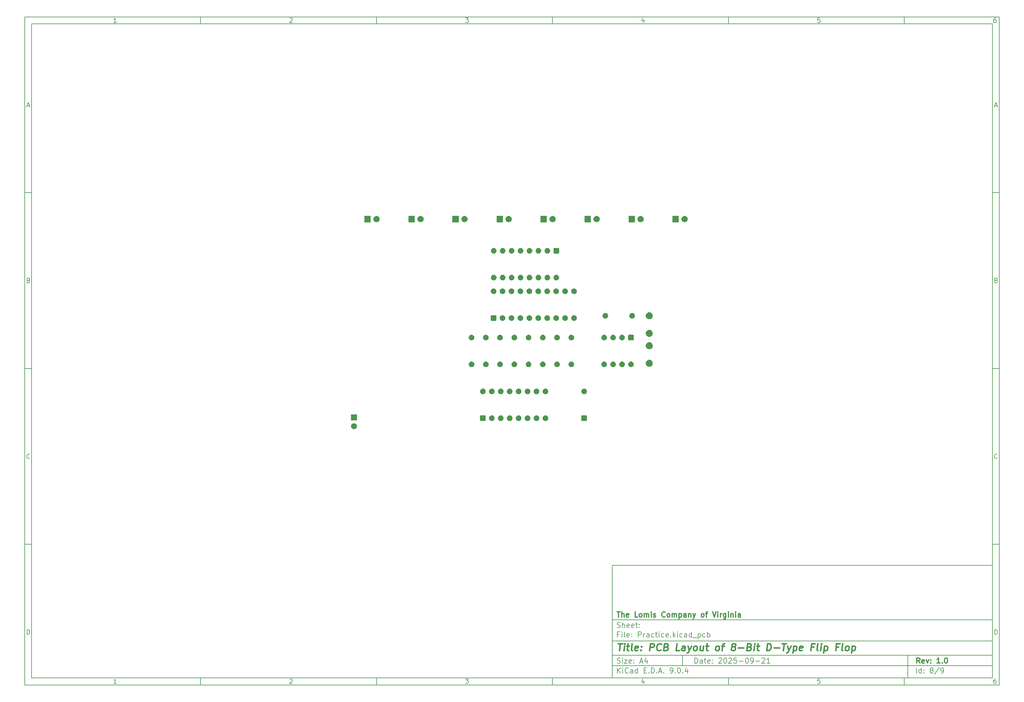
<source format=gbr>
%TF.GenerationSoftware,KiCad,Pcbnew,9.0.4*%
%TF.CreationDate,2025-09-21T01:40:17-04:00*%
%TF.ProjectId,Practice,50726163-7469-4636-952e-6b696361645f,1.0*%
%TF.SameCoordinates,Original*%
%TF.FileFunction,Soldermask,Bot*%
%TF.FilePolarity,Negative*%
%FSLAX46Y46*%
G04 Gerber Fmt 4.6, Leading zero omitted, Abs format (unit mm)*
G04 Created by KiCad (PCBNEW 9.0.4) date 2025-09-21 01:40:17*
%MOMM*%
%LPD*%
G01*
G04 APERTURE LIST*
%ADD10C,0.100000*%
%ADD11C,0.150000*%
%ADD12C,0.300000*%
%ADD13C,0.400000*%
G04 APERTURE END LIST*
D10*
D11*
X177002200Y-166007200D02*
X285002200Y-166007200D01*
X285002200Y-198007200D01*
X177002200Y-198007200D01*
X177002200Y-166007200D01*
D10*
D11*
X10000000Y-10000000D02*
X287002200Y-10000000D01*
X287002200Y-200007200D01*
X10000000Y-200007200D01*
X10000000Y-10000000D01*
D10*
D11*
X12000000Y-12000000D02*
X285002200Y-12000000D01*
X285002200Y-198007200D01*
X12000000Y-198007200D01*
X12000000Y-12000000D01*
D10*
D11*
X60000000Y-12000000D02*
X60000000Y-10000000D01*
D10*
D11*
X110000000Y-12000000D02*
X110000000Y-10000000D01*
D10*
D11*
X160000000Y-12000000D02*
X160000000Y-10000000D01*
D10*
D11*
X210000000Y-12000000D02*
X210000000Y-10000000D01*
D10*
D11*
X260000000Y-12000000D02*
X260000000Y-10000000D01*
D10*
D11*
X36089160Y-11593604D02*
X35346303Y-11593604D01*
X35717731Y-11593604D02*
X35717731Y-10293604D01*
X35717731Y-10293604D02*
X35593922Y-10479319D01*
X35593922Y-10479319D02*
X35470112Y-10603128D01*
X35470112Y-10603128D02*
X35346303Y-10665033D01*
D10*
D11*
X85346303Y-10417414D02*
X85408207Y-10355509D01*
X85408207Y-10355509D02*
X85532017Y-10293604D01*
X85532017Y-10293604D02*
X85841541Y-10293604D01*
X85841541Y-10293604D02*
X85965350Y-10355509D01*
X85965350Y-10355509D02*
X86027255Y-10417414D01*
X86027255Y-10417414D02*
X86089160Y-10541223D01*
X86089160Y-10541223D02*
X86089160Y-10665033D01*
X86089160Y-10665033D02*
X86027255Y-10850747D01*
X86027255Y-10850747D02*
X85284398Y-11593604D01*
X85284398Y-11593604D02*
X86089160Y-11593604D01*
D10*
D11*
X135284398Y-10293604D02*
X136089160Y-10293604D01*
X136089160Y-10293604D02*
X135655826Y-10788842D01*
X135655826Y-10788842D02*
X135841541Y-10788842D01*
X135841541Y-10788842D02*
X135965350Y-10850747D01*
X135965350Y-10850747D02*
X136027255Y-10912652D01*
X136027255Y-10912652D02*
X136089160Y-11036461D01*
X136089160Y-11036461D02*
X136089160Y-11345985D01*
X136089160Y-11345985D02*
X136027255Y-11469795D01*
X136027255Y-11469795D02*
X135965350Y-11531700D01*
X135965350Y-11531700D02*
X135841541Y-11593604D01*
X135841541Y-11593604D02*
X135470112Y-11593604D01*
X135470112Y-11593604D02*
X135346303Y-11531700D01*
X135346303Y-11531700D02*
X135284398Y-11469795D01*
D10*
D11*
X185965350Y-10726938D02*
X185965350Y-11593604D01*
X185655826Y-10231700D02*
X185346303Y-11160271D01*
X185346303Y-11160271D02*
X186151064Y-11160271D01*
D10*
D11*
X236027255Y-10293604D02*
X235408207Y-10293604D01*
X235408207Y-10293604D02*
X235346303Y-10912652D01*
X235346303Y-10912652D02*
X235408207Y-10850747D01*
X235408207Y-10850747D02*
X235532017Y-10788842D01*
X235532017Y-10788842D02*
X235841541Y-10788842D01*
X235841541Y-10788842D02*
X235965350Y-10850747D01*
X235965350Y-10850747D02*
X236027255Y-10912652D01*
X236027255Y-10912652D02*
X236089160Y-11036461D01*
X236089160Y-11036461D02*
X236089160Y-11345985D01*
X236089160Y-11345985D02*
X236027255Y-11469795D01*
X236027255Y-11469795D02*
X235965350Y-11531700D01*
X235965350Y-11531700D02*
X235841541Y-11593604D01*
X235841541Y-11593604D02*
X235532017Y-11593604D01*
X235532017Y-11593604D02*
X235408207Y-11531700D01*
X235408207Y-11531700D02*
X235346303Y-11469795D01*
D10*
D11*
X285965350Y-10293604D02*
X285717731Y-10293604D01*
X285717731Y-10293604D02*
X285593922Y-10355509D01*
X285593922Y-10355509D02*
X285532017Y-10417414D01*
X285532017Y-10417414D02*
X285408207Y-10603128D01*
X285408207Y-10603128D02*
X285346303Y-10850747D01*
X285346303Y-10850747D02*
X285346303Y-11345985D01*
X285346303Y-11345985D02*
X285408207Y-11469795D01*
X285408207Y-11469795D02*
X285470112Y-11531700D01*
X285470112Y-11531700D02*
X285593922Y-11593604D01*
X285593922Y-11593604D02*
X285841541Y-11593604D01*
X285841541Y-11593604D02*
X285965350Y-11531700D01*
X285965350Y-11531700D02*
X286027255Y-11469795D01*
X286027255Y-11469795D02*
X286089160Y-11345985D01*
X286089160Y-11345985D02*
X286089160Y-11036461D01*
X286089160Y-11036461D02*
X286027255Y-10912652D01*
X286027255Y-10912652D02*
X285965350Y-10850747D01*
X285965350Y-10850747D02*
X285841541Y-10788842D01*
X285841541Y-10788842D02*
X285593922Y-10788842D01*
X285593922Y-10788842D02*
X285470112Y-10850747D01*
X285470112Y-10850747D02*
X285408207Y-10912652D01*
X285408207Y-10912652D02*
X285346303Y-11036461D01*
D10*
D11*
X60000000Y-198007200D02*
X60000000Y-200007200D01*
D10*
D11*
X110000000Y-198007200D02*
X110000000Y-200007200D01*
D10*
D11*
X160000000Y-198007200D02*
X160000000Y-200007200D01*
D10*
D11*
X210000000Y-198007200D02*
X210000000Y-200007200D01*
D10*
D11*
X260000000Y-198007200D02*
X260000000Y-200007200D01*
D10*
D11*
X36089160Y-199600804D02*
X35346303Y-199600804D01*
X35717731Y-199600804D02*
X35717731Y-198300804D01*
X35717731Y-198300804D02*
X35593922Y-198486519D01*
X35593922Y-198486519D02*
X35470112Y-198610328D01*
X35470112Y-198610328D02*
X35346303Y-198672233D01*
D10*
D11*
X85346303Y-198424614D02*
X85408207Y-198362709D01*
X85408207Y-198362709D02*
X85532017Y-198300804D01*
X85532017Y-198300804D02*
X85841541Y-198300804D01*
X85841541Y-198300804D02*
X85965350Y-198362709D01*
X85965350Y-198362709D02*
X86027255Y-198424614D01*
X86027255Y-198424614D02*
X86089160Y-198548423D01*
X86089160Y-198548423D02*
X86089160Y-198672233D01*
X86089160Y-198672233D02*
X86027255Y-198857947D01*
X86027255Y-198857947D02*
X85284398Y-199600804D01*
X85284398Y-199600804D02*
X86089160Y-199600804D01*
D10*
D11*
X135284398Y-198300804D02*
X136089160Y-198300804D01*
X136089160Y-198300804D02*
X135655826Y-198796042D01*
X135655826Y-198796042D02*
X135841541Y-198796042D01*
X135841541Y-198796042D02*
X135965350Y-198857947D01*
X135965350Y-198857947D02*
X136027255Y-198919852D01*
X136027255Y-198919852D02*
X136089160Y-199043661D01*
X136089160Y-199043661D02*
X136089160Y-199353185D01*
X136089160Y-199353185D02*
X136027255Y-199476995D01*
X136027255Y-199476995D02*
X135965350Y-199538900D01*
X135965350Y-199538900D02*
X135841541Y-199600804D01*
X135841541Y-199600804D02*
X135470112Y-199600804D01*
X135470112Y-199600804D02*
X135346303Y-199538900D01*
X135346303Y-199538900D02*
X135284398Y-199476995D01*
D10*
D11*
X185965350Y-198734138D02*
X185965350Y-199600804D01*
X185655826Y-198238900D02*
X185346303Y-199167471D01*
X185346303Y-199167471D02*
X186151064Y-199167471D01*
D10*
D11*
X236027255Y-198300804D02*
X235408207Y-198300804D01*
X235408207Y-198300804D02*
X235346303Y-198919852D01*
X235346303Y-198919852D02*
X235408207Y-198857947D01*
X235408207Y-198857947D02*
X235532017Y-198796042D01*
X235532017Y-198796042D02*
X235841541Y-198796042D01*
X235841541Y-198796042D02*
X235965350Y-198857947D01*
X235965350Y-198857947D02*
X236027255Y-198919852D01*
X236027255Y-198919852D02*
X236089160Y-199043661D01*
X236089160Y-199043661D02*
X236089160Y-199353185D01*
X236089160Y-199353185D02*
X236027255Y-199476995D01*
X236027255Y-199476995D02*
X235965350Y-199538900D01*
X235965350Y-199538900D02*
X235841541Y-199600804D01*
X235841541Y-199600804D02*
X235532017Y-199600804D01*
X235532017Y-199600804D02*
X235408207Y-199538900D01*
X235408207Y-199538900D02*
X235346303Y-199476995D01*
D10*
D11*
X285965350Y-198300804D02*
X285717731Y-198300804D01*
X285717731Y-198300804D02*
X285593922Y-198362709D01*
X285593922Y-198362709D02*
X285532017Y-198424614D01*
X285532017Y-198424614D02*
X285408207Y-198610328D01*
X285408207Y-198610328D02*
X285346303Y-198857947D01*
X285346303Y-198857947D02*
X285346303Y-199353185D01*
X285346303Y-199353185D02*
X285408207Y-199476995D01*
X285408207Y-199476995D02*
X285470112Y-199538900D01*
X285470112Y-199538900D02*
X285593922Y-199600804D01*
X285593922Y-199600804D02*
X285841541Y-199600804D01*
X285841541Y-199600804D02*
X285965350Y-199538900D01*
X285965350Y-199538900D02*
X286027255Y-199476995D01*
X286027255Y-199476995D02*
X286089160Y-199353185D01*
X286089160Y-199353185D02*
X286089160Y-199043661D01*
X286089160Y-199043661D02*
X286027255Y-198919852D01*
X286027255Y-198919852D02*
X285965350Y-198857947D01*
X285965350Y-198857947D02*
X285841541Y-198796042D01*
X285841541Y-198796042D02*
X285593922Y-198796042D01*
X285593922Y-198796042D02*
X285470112Y-198857947D01*
X285470112Y-198857947D02*
X285408207Y-198919852D01*
X285408207Y-198919852D02*
X285346303Y-199043661D01*
D10*
D11*
X10000000Y-60000000D02*
X12000000Y-60000000D01*
D10*
D11*
X10000000Y-110000000D02*
X12000000Y-110000000D01*
D10*
D11*
X10000000Y-160000000D02*
X12000000Y-160000000D01*
D10*
D11*
X10690476Y-35222176D02*
X11309523Y-35222176D01*
X10566666Y-35593604D02*
X10999999Y-34293604D01*
X10999999Y-34293604D02*
X11433333Y-35593604D01*
D10*
D11*
X11092857Y-84912652D02*
X11278571Y-84974557D01*
X11278571Y-84974557D02*
X11340476Y-85036461D01*
X11340476Y-85036461D02*
X11402380Y-85160271D01*
X11402380Y-85160271D02*
X11402380Y-85345985D01*
X11402380Y-85345985D02*
X11340476Y-85469795D01*
X11340476Y-85469795D02*
X11278571Y-85531700D01*
X11278571Y-85531700D02*
X11154761Y-85593604D01*
X11154761Y-85593604D02*
X10659523Y-85593604D01*
X10659523Y-85593604D02*
X10659523Y-84293604D01*
X10659523Y-84293604D02*
X11092857Y-84293604D01*
X11092857Y-84293604D02*
X11216666Y-84355509D01*
X11216666Y-84355509D02*
X11278571Y-84417414D01*
X11278571Y-84417414D02*
X11340476Y-84541223D01*
X11340476Y-84541223D02*
X11340476Y-84665033D01*
X11340476Y-84665033D02*
X11278571Y-84788842D01*
X11278571Y-84788842D02*
X11216666Y-84850747D01*
X11216666Y-84850747D02*
X11092857Y-84912652D01*
X11092857Y-84912652D02*
X10659523Y-84912652D01*
D10*
D11*
X11402380Y-135469795D02*
X11340476Y-135531700D01*
X11340476Y-135531700D02*
X11154761Y-135593604D01*
X11154761Y-135593604D02*
X11030952Y-135593604D01*
X11030952Y-135593604D02*
X10845238Y-135531700D01*
X10845238Y-135531700D02*
X10721428Y-135407890D01*
X10721428Y-135407890D02*
X10659523Y-135284080D01*
X10659523Y-135284080D02*
X10597619Y-135036461D01*
X10597619Y-135036461D02*
X10597619Y-134850747D01*
X10597619Y-134850747D02*
X10659523Y-134603128D01*
X10659523Y-134603128D02*
X10721428Y-134479319D01*
X10721428Y-134479319D02*
X10845238Y-134355509D01*
X10845238Y-134355509D02*
X11030952Y-134293604D01*
X11030952Y-134293604D02*
X11154761Y-134293604D01*
X11154761Y-134293604D02*
X11340476Y-134355509D01*
X11340476Y-134355509D02*
X11402380Y-134417414D01*
D10*
D11*
X10659523Y-185593604D02*
X10659523Y-184293604D01*
X10659523Y-184293604D02*
X10969047Y-184293604D01*
X10969047Y-184293604D02*
X11154761Y-184355509D01*
X11154761Y-184355509D02*
X11278571Y-184479319D01*
X11278571Y-184479319D02*
X11340476Y-184603128D01*
X11340476Y-184603128D02*
X11402380Y-184850747D01*
X11402380Y-184850747D02*
X11402380Y-185036461D01*
X11402380Y-185036461D02*
X11340476Y-185284080D01*
X11340476Y-185284080D02*
X11278571Y-185407890D01*
X11278571Y-185407890D02*
X11154761Y-185531700D01*
X11154761Y-185531700D02*
X10969047Y-185593604D01*
X10969047Y-185593604D02*
X10659523Y-185593604D01*
D10*
D11*
X287002200Y-60000000D02*
X285002200Y-60000000D01*
D10*
D11*
X287002200Y-110000000D02*
X285002200Y-110000000D01*
D10*
D11*
X287002200Y-160000000D02*
X285002200Y-160000000D01*
D10*
D11*
X285692676Y-35222176D02*
X286311723Y-35222176D01*
X285568866Y-35593604D02*
X286002199Y-34293604D01*
X286002199Y-34293604D02*
X286435533Y-35593604D01*
D10*
D11*
X286095057Y-84912652D02*
X286280771Y-84974557D01*
X286280771Y-84974557D02*
X286342676Y-85036461D01*
X286342676Y-85036461D02*
X286404580Y-85160271D01*
X286404580Y-85160271D02*
X286404580Y-85345985D01*
X286404580Y-85345985D02*
X286342676Y-85469795D01*
X286342676Y-85469795D02*
X286280771Y-85531700D01*
X286280771Y-85531700D02*
X286156961Y-85593604D01*
X286156961Y-85593604D02*
X285661723Y-85593604D01*
X285661723Y-85593604D02*
X285661723Y-84293604D01*
X285661723Y-84293604D02*
X286095057Y-84293604D01*
X286095057Y-84293604D02*
X286218866Y-84355509D01*
X286218866Y-84355509D02*
X286280771Y-84417414D01*
X286280771Y-84417414D02*
X286342676Y-84541223D01*
X286342676Y-84541223D02*
X286342676Y-84665033D01*
X286342676Y-84665033D02*
X286280771Y-84788842D01*
X286280771Y-84788842D02*
X286218866Y-84850747D01*
X286218866Y-84850747D02*
X286095057Y-84912652D01*
X286095057Y-84912652D02*
X285661723Y-84912652D01*
D10*
D11*
X286404580Y-135469795D02*
X286342676Y-135531700D01*
X286342676Y-135531700D02*
X286156961Y-135593604D01*
X286156961Y-135593604D02*
X286033152Y-135593604D01*
X286033152Y-135593604D02*
X285847438Y-135531700D01*
X285847438Y-135531700D02*
X285723628Y-135407890D01*
X285723628Y-135407890D02*
X285661723Y-135284080D01*
X285661723Y-135284080D02*
X285599819Y-135036461D01*
X285599819Y-135036461D02*
X285599819Y-134850747D01*
X285599819Y-134850747D02*
X285661723Y-134603128D01*
X285661723Y-134603128D02*
X285723628Y-134479319D01*
X285723628Y-134479319D02*
X285847438Y-134355509D01*
X285847438Y-134355509D02*
X286033152Y-134293604D01*
X286033152Y-134293604D02*
X286156961Y-134293604D01*
X286156961Y-134293604D02*
X286342676Y-134355509D01*
X286342676Y-134355509D02*
X286404580Y-134417414D01*
D10*
D11*
X285661723Y-185593604D02*
X285661723Y-184293604D01*
X285661723Y-184293604D02*
X285971247Y-184293604D01*
X285971247Y-184293604D02*
X286156961Y-184355509D01*
X286156961Y-184355509D02*
X286280771Y-184479319D01*
X286280771Y-184479319D02*
X286342676Y-184603128D01*
X286342676Y-184603128D02*
X286404580Y-184850747D01*
X286404580Y-184850747D02*
X286404580Y-185036461D01*
X286404580Y-185036461D02*
X286342676Y-185284080D01*
X286342676Y-185284080D02*
X286280771Y-185407890D01*
X286280771Y-185407890D02*
X286156961Y-185531700D01*
X286156961Y-185531700D02*
X285971247Y-185593604D01*
X285971247Y-185593604D02*
X285661723Y-185593604D01*
D10*
D11*
X200458026Y-193793328D02*
X200458026Y-192293328D01*
X200458026Y-192293328D02*
X200815169Y-192293328D01*
X200815169Y-192293328D02*
X201029455Y-192364757D01*
X201029455Y-192364757D02*
X201172312Y-192507614D01*
X201172312Y-192507614D02*
X201243741Y-192650471D01*
X201243741Y-192650471D02*
X201315169Y-192936185D01*
X201315169Y-192936185D02*
X201315169Y-193150471D01*
X201315169Y-193150471D02*
X201243741Y-193436185D01*
X201243741Y-193436185D02*
X201172312Y-193579042D01*
X201172312Y-193579042D02*
X201029455Y-193721900D01*
X201029455Y-193721900D02*
X200815169Y-193793328D01*
X200815169Y-193793328D02*
X200458026Y-193793328D01*
X202600884Y-193793328D02*
X202600884Y-193007614D01*
X202600884Y-193007614D02*
X202529455Y-192864757D01*
X202529455Y-192864757D02*
X202386598Y-192793328D01*
X202386598Y-192793328D02*
X202100884Y-192793328D01*
X202100884Y-192793328D02*
X201958026Y-192864757D01*
X202600884Y-193721900D02*
X202458026Y-193793328D01*
X202458026Y-193793328D02*
X202100884Y-193793328D01*
X202100884Y-193793328D02*
X201958026Y-193721900D01*
X201958026Y-193721900D02*
X201886598Y-193579042D01*
X201886598Y-193579042D02*
X201886598Y-193436185D01*
X201886598Y-193436185D02*
X201958026Y-193293328D01*
X201958026Y-193293328D02*
X202100884Y-193221900D01*
X202100884Y-193221900D02*
X202458026Y-193221900D01*
X202458026Y-193221900D02*
X202600884Y-193150471D01*
X203100884Y-192793328D02*
X203672312Y-192793328D01*
X203315169Y-192293328D02*
X203315169Y-193579042D01*
X203315169Y-193579042D02*
X203386598Y-193721900D01*
X203386598Y-193721900D02*
X203529455Y-193793328D01*
X203529455Y-193793328D02*
X203672312Y-193793328D01*
X204743741Y-193721900D02*
X204600884Y-193793328D01*
X204600884Y-193793328D02*
X204315170Y-193793328D01*
X204315170Y-193793328D02*
X204172312Y-193721900D01*
X204172312Y-193721900D02*
X204100884Y-193579042D01*
X204100884Y-193579042D02*
X204100884Y-193007614D01*
X204100884Y-193007614D02*
X204172312Y-192864757D01*
X204172312Y-192864757D02*
X204315170Y-192793328D01*
X204315170Y-192793328D02*
X204600884Y-192793328D01*
X204600884Y-192793328D02*
X204743741Y-192864757D01*
X204743741Y-192864757D02*
X204815170Y-193007614D01*
X204815170Y-193007614D02*
X204815170Y-193150471D01*
X204815170Y-193150471D02*
X204100884Y-193293328D01*
X205458026Y-193650471D02*
X205529455Y-193721900D01*
X205529455Y-193721900D02*
X205458026Y-193793328D01*
X205458026Y-193793328D02*
X205386598Y-193721900D01*
X205386598Y-193721900D02*
X205458026Y-193650471D01*
X205458026Y-193650471D02*
X205458026Y-193793328D01*
X205458026Y-192864757D02*
X205529455Y-192936185D01*
X205529455Y-192936185D02*
X205458026Y-193007614D01*
X205458026Y-193007614D02*
X205386598Y-192936185D01*
X205386598Y-192936185D02*
X205458026Y-192864757D01*
X205458026Y-192864757D02*
X205458026Y-193007614D01*
X207243741Y-192436185D02*
X207315169Y-192364757D01*
X207315169Y-192364757D02*
X207458027Y-192293328D01*
X207458027Y-192293328D02*
X207815169Y-192293328D01*
X207815169Y-192293328D02*
X207958027Y-192364757D01*
X207958027Y-192364757D02*
X208029455Y-192436185D01*
X208029455Y-192436185D02*
X208100884Y-192579042D01*
X208100884Y-192579042D02*
X208100884Y-192721900D01*
X208100884Y-192721900D02*
X208029455Y-192936185D01*
X208029455Y-192936185D02*
X207172312Y-193793328D01*
X207172312Y-193793328D02*
X208100884Y-193793328D01*
X209029455Y-192293328D02*
X209172312Y-192293328D01*
X209172312Y-192293328D02*
X209315169Y-192364757D01*
X209315169Y-192364757D02*
X209386598Y-192436185D01*
X209386598Y-192436185D02*
X209458026Y-192579042D01*
X209458026Y-192579042D02*
X209529455Y-192864757D01*
X209529455Y-192864757D02*
X209529455Y-193221900D01*
X209529455Y-193221900D02*
X209458026Y-193507614D01*
X209458026Y-193507614D02*
X209386598Y-193650471D01*
X209386598Y-193650471D02*
X209315169Y-193721900D01*
X209315169Y-193721900D02*
X209172312Y-193793328D01*
X209172312Y-193793328D02*
X209029455Y-193793328D01*
X209029455Y-193793328D02*
X208886598Y-193721900D01*
X208886598Y-193721900D02*
X208815169Y-193650471D01*
X208815169Y-193650471D02*
X208743740Y-193507614D01*
X208743740Y-193507614D02*
X208672312Y-193221900D01*
X208672312Y-193221900D02*
X208672312Y-192864757D01*
X208672312Y-192864757D02*
X208743740Y-192579042D01*
X208743740Y-192579042D02*
X208815169Y-192436185D01*
X208815169Y-192436185D02*
X208886598Y-192364757D01*
X208886598Y-192364757D02*
X209029455Y-192293328D01*
X210100883Y-192436185D02*
X210172311Y-192364757D01*
X210172311Y-192364757D02*
X210315169Y-192293328D01*
X210315169Y-192293328D02*
X210672311Y-192293328D01*
X210672311Y-192293328D02*
X210815169Y-192364757D01*
X210815169Y-192364757D02*
X210886597Y-192436185D01*
X210886597Y-192436185D02*
X210958026Y-192579042D01*
X210958026Y-192579042D02*
X210958026Y-192721900D01*
X210958026Y-192721900D02*
X210886597Y-192936185D01*
X210886597Y-192936185D02*
X210029454Y-193793328D01*
X210029454Y-193793328D02*
X210958026Y-193793328D01*
X212315168Y-192293328D02*
X211600882Y-192293328D01*
X211600882Y-192293328D02*
X211529454Y-193007614D01*
X211529454Y-193007614D02*
X211600882Y-192936185D01*
X211600882Y-192936185D02*
X211743740Y-192864757D01*
X211743740Y-192864757D02*
X212100882Y-192864757D01*
X212100882Y-192864757D02*
X212243740Y-192936185D01*
X212243740Y-192936185D02*
X212315168Y-193007614D01*
X212315168Y-193007614D02*
X212386597Y-193150471D01*
X212386597Y-193150471D02*
X212386597Y-193507614D01*
X212386597Y-193507614D02*
X212315168Y-193650471D01*
X212315168Y-193650471D02*
X212243740Y-193721900D01*
X212243740Y-193721900D02*
X212100882Y-193793328D01*
X212100882Y-193793328D02*
X211743740Y-193793328D01*
X211743740Y-193793328D02*
X211600882Y-193721900D01*
X211600882Y-193721900D02*
X211529454Y-193650471D01*
X213029453Y-193221900D02*
X214172311Y-193221900D01*
X215172311Y-192293328D02*
X215315168Y-192293328D01*
X215315168Y-192293328D02*
X215458025Y-192364757D01*
X215458025Y-192364757D02*
X215529454Y-192436185D01*
X215529454Y-192436185D02*
X215600882Y-192579042D01*
X215600882Y-192579042D02*
X215672311Y-192864757D01*
X215672311Y-192864757D02*
X215672311Y-193221900D01*
X215672311Y-193221900D02*
X215600882Y-193507614D01*
X215600882Y-193507614D02*
X215529454Y-193650471D01*
X215529454Y-193650471D02*
X215458025Y-193721900D01*
X215458025Y-193721900D02*
X215315168Y-193793328D01*
X215315168Y-193793328D02*
X215172311Y-193793328D01*
X215172311Y-193793328D02*
X215029454Y-193721900D01*
X215029454Y-193721900D02*
X214958025Y-193650471D01*
X214958025Y-193650471D02*
X214886596Y-193507614D01*
X214886596Y-193507614D02*
X214815168Y-193221900D01*
X214815168Y-193221900D02*
X214815168Y-192864757D01*
X214815168Y-192864757D02*
X214886596Y-192579042D01*
X214886596Y-192579042D02*
X214958025Y-192436185D01*
X214958025Y-192436185D02*
X215029454Y-192364757D01*
X215029454Y-192364757D02*
X215172311Y-192293328D01*
X216386596Y-193793328D02*
X216672310Y-193793328D01*
X216672310Y-193793328D02*
X216815167Y-193721900D01*
X216815167Y-193721900D02*
X216886596Y-193650471D01*
X216886596Y-193650471D02*
X217029453Y-193436185D01*
X217029453Y-193436185D02*
X217100882Y-193150471D01*
X217100882Y-193150471D02*
X217100882Y-192579042D01*
X217100882Y-192579042D02*
X217029453Y-192436185D01*
X217029453Y-192436185D02*
X216958025Y-192364757D01*
X216958025Y-192364757D02*
X216815167Y-192293328D01*
X216815167Y-192293328D02*
X216529453Y-192293328D01*
X216529453Y-192293328D02*
X216386596Y-192364757D01*
X216386596Y-192364757D02*
X216315167Y-192436185D01*
X216315167Y-192436185D02*
X216243739Y-192579042D01*
X216243739Y-192579042D02*
X216243739Y-192936185D01*
X216243739Y-192936185D02*
X216315167Y-193079042D01*
X216315167Y-193079042D02*
X216386596Y-193150471D01*
X216386596Y-193150471D02*
X216529453Y-193221900D01*
X216529453Y-193221900D02*
X216815167Y-193221900D01*
X216815167Y-193221900D02*
X216958025Y-193150471D01*
X216958025Y-193150471D02*
X217029453Y-193079042D01*
X217029453Y-193079042D02*
X217100882Y-192936185D01*
X217743738Y-193221900D02*
X218886596Y-193221900D01*
X219529453Y-192436185D02*
X219600881Y-192364757D01*
X219600881Y-192364757D02*
X219743739Y-192293328D01*
X219743739Y-192293328D02*
X220100881Y-192293328D01*
X220100881Y-192293328D02*
X220243739Y-192364757D01*
X220243739Y-192364757D02*
X220315167Y-192436185D01*
X220315167Y-192436185D02*
X220386596Y-192579042D01*
X220386596Y-192579042D02*
X220386596Y-192721900D01*
X220386596Y-192721900D02*
X220315167Y-192936185D01*
X220315167Y-192936185D02*
X219458024Y-193793328D01*
X219458024Y-193793328D02*
X220386596Y-193793328D01*
X221815167Y-193793328D02*
X220958024Y-193793328D01*
X221386595Y-193793328D02*
X221386595Y-192293328D01*
X221386595Y-192293328D02*
X221243738Y-192507614D01*
X221243738Y-192507614D02*
X221100881Y-192650471D01*
X221100881Y-192650471D02*
X220958024Y-192721900D01*
D10*
D11*
X177002200Y-194507200D02*
X285002200Y-194507200D01*
D10*
D11*
X178458026Y-196593328D02*
X178458026Y-195093328D01*
X179315169Y-196593328D02*
X178672312Y-195736185D01*
X179315169Y-195093328D02*
X178458026Y-195950471D01*
X179958026Y-196593328D02*
X179958026Y-195593328D01*
X179958026Y-195093328D02*
X179886598Y-195164757D01*
X179886598Y-195164757D02*
X179958026Y-195236185D01*
X179958026Y-195236185D02*
X180029455Y-195164757D01*
X180029455Y-195164757D02*
X179958026Y-195093328D01*
X179958026Y-195093328D02*
X179958026Y-195236185D01*
X181529455Y-196450471D02*
X181458027Y-196521900D01*
X181458027Y-196521900D02*
X181243741Y-196593328D01*
X181243741Y-196593328D02*
X181100884Y-196593328D01*
X181100884Y-196593328D02*
X180886598Y-196521900D01*
X180886598Y-196521900D02*
X180743741Y-196379042D01*
X180743741Y-196379042D02*
X180672312Y-196236185D01*
X180672312Y-196236185D02*
X180600884Y-195950471D01*
X180600884Y-195950471D02*
X180600884Y-195736185D01*
X180600884Y-195736185D02*
X180672312Y-195450471D01*
X180672312Y-195450471D02*
X180743741Y-195307614D01*
X180743741Y-195307614D02*
X180886598Y-195164757D01*
X180886598Y-195164757D02*
X181100884Y-195093328D01*
X181100884Y-195093328D02*
X181243741Y-195093328D01*
X181243741Y-195093328D02*
X181458027Y-195164757D01*
X181458027Y-195164757D02*
X181529455Y-195236185D01*
X182815170Y-196593328D02*
X182815170Y-195807614D01*
X182815170Y-195807614D02*
X182743741Y-195664757D01*
X182743741Y-195664757D02*
X182600884Y-195593328D01*
X182600884Y-195593328D02*
X182315170Y-195593328D01*
X182315170Y-195593328D02*
X182172312Y-195664757D01*
X182815170Y-196521900D02*
X182672312Y-196593328D01*
X182672312Y-196593328D02*
X182315170Y-196593328D01*
X182315170Y-196593328D02*
X182172312Y-196521900D01*
X182172312Y-196521900D02*
X182100884Y-196379042D01*
X182100884Y-196379042D02*
X182100884Y-196236185D01*
X182100884Y-196236185D02*
X182172312Y-196093328D01*
X182172312Y-196093328D02*
X182315170Y-196021900D01*
X182315170Y-196021900D02*
X182672312Y-196021900D01*
X182672312Y-196021900D02*
X182815170Y-195950471D01*
X184172313Y-196593328D02*
X184172313Y-195093328D01*
X184172313Y-196521900D02*
X184029455Y-196593328D01*
X184029455Y-196593328D02*
X183743741Y-196593328D01*
X183743741Y-196593328D02*
X183600884Y-196521900D01*
X183600884Y-196521900D02*
X183529455Y-196450471D01*
X183529455Y-196450471D02*
X183458027Y-196307614D01*
X183458027Y-196307614D02*
X183458027Y-195879042D01*
X183458027Y-195879042D02*
X183529455Y-195736185D01*
X183529455Y-195736185D02*
X183600884Y-195664757D01*
X183600884Y-195664757D02*
X183743741Y-195593328D01*
X183743741Y-195593328D02*
X184029455Y-195593328D01*
X184029455Y-195593328D02*
X184172313Y-195664757D01*
X186029455Y-195807614D02*
X186529455Y-195807614D01*
X186743741Y-196593328D02*
X186029455Y-196593328D01*
X186029455Y-196593328D02*
X186029455Y-195093328D01*
X186029455Y-195093328D02*
X186743741Y-195093328D01*
X187386598Y-196450471D02*
X187458027Y-196521900D01*
X187458027Y-196521900D02*
X187386598Y-196593328D01*
X187386598Y-196593328D02*
X187315170Y-196521900D01*
X187315170Y-196521900D02*
X187386598Y-196450471D01*
X187386598Y-196450471D02*
X187386598Y-196593328D01*
X188100884Y-196593328D02*
X188100884Y-195093328D01*
X188100884Y-195093328D02*
X188458027Y-195093328D01*
X188458027Y-195093328D02*
X188672313Y-195164757D01*
X188672313Y-195164757D02*
X188815170Y-195307614D01*
X188815170Y-195307614D02*
X188886599Y-195450471D01*
X188886599Y-195450471D02*
X188958027Y-195736185D01*
X188958027Y-195736185D02*
X188958027Y-195950471D01*
X188958027Y-195950471D02*
X188886599Y-196236185D01*
X188886599Y-196236185D02*
X188815170Y-196379042D01*
X188815170Y-196379042D02*
X188672313Y-196521900D01*
X188672313Y-196521900D02*
X188458027Y-196593328D01*
X188458027Y-196593328D02*
X188100884Y-196593328D01*
X189600884Y-196450471D02*
X189672313Y-196521900D01*
X189672313Y-196521900D02*
X189600884Y-196593328D01*
X189600884Y-196593328D02*
X189529456Y-196521900D01*
X189529456Y-196521900D02*
X189600884Y-196450471D01*
X189600884Y-196450471D02*
X189600884Y-196593328D01*
X190243742Y-196164757D02*
X190958028Y-196164757D01*
X190100885Y-196593328D02*
X190600885Y-195093328D01*
X190600885Y-195093328D02*
X191100885Y-196593328D01*
X191600884Y-196450471D02*
X191672313Y-196521900D01*
X191672313Y-196521900D02*
X191600884Y-196593328D01*
X191600884Y-196593328D02*
X191529456Y-196521900D01*
X191529456Y-196521900D02*
X191600884Y-196450471D01*
X191600884Y-196450471D02*
X191600884Y-196593328D01*
X193529456Y-196593328D02*
X193815170Y-196593328D01*
X193815170Y-196593328D02*
X193958027Y-196521900D01*
X193958027Y-196521900D02*
X194029456Y-196450471D01*
X194029456Y-196450471D02*
X194172313Y-196236185D01*
X194172313Y-196236185D02*
X194243742Y-195950471D01*
X194243742Y-195950471D02*
X194243742Y-195379042D01*
X194243742Y-195379042D02*
X194172313Y-195236185D01*
X194172313Y-195236185D02*
X194100885Y-195164757D01*
X194100885Y-195164757D02*
X193958027Y-195093328D01*
X193958027Y-195093328D02*
X193672313Y-195093328D01*
X193672313Y-195093328D02*
X193529456Y-195164757D01*
X193529456Y-195164757D02*
X193458027Y-195236185D01*
X193458027Y-195236185D02*
X193386599Y-195379042D01*
X193386599Y-195379042D02*
X193386599Y-195736185D01*
X193386599Y-195736185D02*
X193458027Y-195879042D01*
X193458027Y-195879042D02*
X193529456Y-195950471D01*
X193529456Y-195950471D02*
X193672313Y-196021900D01*
X193672313Y-196021900D02*
X193958027Y-196021900D01*
X193958027Y-196021900D02*
X194100885Y-195950471D01*
X194100885Y-195950471D02*
X194172313Y-195879042D01*
X194172313Y-195879042D02*
X194243742Y-195736185D01*
X194886598Y-196450471D02*
X194958027Y-196521900D01*
X194958027Y-196521900D02*
X194886598Y-196593328D01*
X194886598Y-196593328D02*
X194815170Y-196521900D01*
X194815170Y-196521900D02*
X194886598Y-196450471D01*
X194886598Y-196450471D02*
X194886598Y-196593328D01*
X195886599Y-195093328D02*
X196029456Y-195093328D01*
X196029456Y-195093328D02*
X196172313Y-195164757D01*
X196172313Y-195164757D02*
X196243742Y-195236185D01*
X196243742Y-195236185D02*
X196315170Y-195379042D01*
X196315170Y-195379042D02*
X196386599Y-195664757D01*
X196386599Y-195664757D02*
X196386599Y-196021900D01*
X196386599Y-196021900D02*
X196315170Y-196307614D01*
X196315170Y-196307614D02*
X196243742Y-196450471D01*
X196243742Y-196450471D02*
X196172313Y-196521900D01*
X196172313Y-196521900D02*
X196029456Y-196593328D01*
X196029456Y-196593328D02*
X195886599Y-196593328D01*
X195886599Y-196593328D02*
X195743742Y-196521900D01*
X195743742Y-196521900D02*
X195672313Y-196450471D01*
X195672313Y-196450471D02*
X195600884Y-196307614D01*
X195600884Y-196307614D02*
X195529456Y-196021900D01*
X195529456Y-196021900D02*
X195529456Y-195664757D01*
X195529456Y-195664757D02*
X195600884Y-195379042D01*
X195600884Y-195379042D02*
X195672313Y-195236185D01*
X195672313Y-195236185D02*
X195743742Y-195164757D01*
X195743742Y-195164757D02*
X195886599Y-195093328D01*
X197029455Y-196450471D02*
X197100884Y-196521900D01*
X197100884Y-196521900D02*
X197029455Y-196593328D01*
X197029455Y-196593328D02*
X196958027Y-196521900D01*
X196958027Y-196521900D02*
X197029455Y-196450471D01*
X197029455Y-196450471D02*
X197029455Y-196593328D01*
X198386599Y-195593328D02*
X198386599Y-196593328D01*
X198029456Y-195021900D02*
X197672313Y-196093328D01*
X197672313Y-196093328D02*
X198600884Y-196093328D01*
D10*
D11*
X177002200Y-191507200D02*
X285002200Y-191507200D01*
D10*
D12*
X264413853Y-193785528D02*
X263913853Y-193071242D01*
X263556710Y-193785528D02*
X263556710Y-192285528D01*
X263556710Y-192285528D02*
X264128139Y-192285528D01*
X264128139Y-192285528D02*
X264270996Y-192356957D01*
X264270996Y-192356957D02*
X264342425Y-192428385D01*
X264342425Y-192428385D02*
X264413853Y-192571242D01*
X264413853Y-192571242D02*
X264413853Y-192785528D01*
X264413853Y-192785528D02*
X264342425Y-192928385D01*
X264342425Y-192928385D02*
X264270996Y-192999814D01*
X264270996Y-192999814D02*
X264128139Y-193071242D01*
X264128139Y-193071242D02*
X263556710Y-193071242D01*
X265628139Y-193714100D02*
X265485282Y-193785528D01*
X265485282Y-193785528D02*
X265199568Y-193785528D01*
X265199568Y-193785528D02*
X265056710Y-193714100D01*
X265056710Y-193714100D02*
X264985282Y-193571242D01*
X264985282Y-193571242D02*
X264985282Y-192999814D01*
X264985282Y-192999814D02*
X265056710Y-192856957D01*
X265056710Y-192856957D02*
X265199568Y-192785528D01*
X265199568Y-192785528D02*
X265485282Y-192785528D01*
X265485282Y-192785528D02*
X265628139Y-192856957D01*
X265628139Y-192856957D02*
X265699568Y-192999814D01*
X265699568Y-192999814D02*
X265699568Y-193142671D01*
X265699568Y-193142671D02*
X264985282Y-193285528D01*
X266199567Y-192785528D02*
X266556710Y-193785528D01*
X266556710Y-193785528D02*
X266913853Y-192785528D01*
X267485281Y-193642671D02*
X267556710Y-193714100D01*
X267556710Y-193714100D02*
X267485281Y-193785528D01*
X267485281Y-193785528D02*
X267413853Y-193714100D01*
X267413853Y-193714100D02*
X267485281Y-193642671D01*
X267485281Y-193642671D02*
X267485281Y-193785528D01*
X267485281Y-192856957D02*
X267556710Y-192928385D01*
X267556710Y-192928385D02*
X267485281Y-192999814D01*
X267485281Y-192999814D02*
X267413853Y-192928385D01*
X267413853Y-192928385D02*
X267485281Y-192856957D01*
X267485281Y-192856957D02*
X267485281Y-192999814D01*
X270128139Y-193785528D02*
X269270996Y-193785528D01*
X269699567Y-193785528D02*
X269699567Y-192285528D01*
X269699567Y-192285528D02*
X269556710Y-192499814D01*
X269556710Y-192499814D02*
X269413853Y-192642671D01*
X269413853Y-192642671D02*
X269270996Y-192714100D01*
X270770995Y-193642671D02*
X270842424Y-193714100D01*
X270842424Y-193714100D02*
X270770995Y-193785528D01*
X270770995Y-193785528D02*
X270699567Y-193714100D01*
X270699567Y-193714100D02*
X270770995Y-193642671D01*
X270770995Y-193642671D02*
X270770995Y-193785528D01*
X271770996Y-192285528D02*
X271913853Y-192285528D01*
X271913853Y-192285528D02*
X272056710Y-192356957D01*
X272056710Y-192356957D02*
X272128139Y-192428385D01*
X272128139Y-192428385D02*
X272199567Y-192571242D01*
X272199567Y-192571242D02*
X272270996Y-192856957D01*
X272270996Y-192856957D02*
X272270996Y-193214100D01*
X272270996Y-193214100D02*
X272199567Y-193499814D01*
X272199567Y-193499814D02*
X272128139Y-193642671D01*
X272128139Y-193642671D02*
X272056710Y-193714100D01*
X272056710Y-193714100D02*
X271913853Y-193785528D01*
X271913853Y-193785528D02*
X271770996Y-193785528D01*
X271770996Y-193785528D02*
X271628139Y-193714100D01*
X271628139Y-193714100D02*
X271556710Y-193642671D01*
X271556710Y-193642671D02*
X271485281Y-193499814D01*
X271485281Y-193499814D02*
X271413853Y-193214100D01*
X271413853Y-193214100D02*
X271413853Y-192856957D01*
X271413853Y-192856957D02*
X271485281Y-192571242D01*
X271485281Y-192571242D02*
X271556710Y-192428385D01*
X271556710Y-192428385D02*
X271628139Y-192356957D01*
X271628139Y-192356957D02*
X271770996Y-192285528D01*
D10*
D11*
X178386598Y-193721900D02*
X178600884Y-193793328D01*
X178600884Y-193793328D02*
X178958026Y-193793328D01*
X178958026Y-193793328D02*
X179100884Y-193721900D01*
X179100884Y-193721900D02*
X179172312Y-193650471D01*
X179172312Y-193650471D02*
X179243741Y-193507614D01*
X179243741Y-193507614D02*
X179243741Y-193364757D01*
X179243741Y-193364757D02*
X179172312Y-193221900D01*
X179172312Y-193221900D02*
X179100884Y-193150471D01*
X179100884Y-193150471D02*
X178958026Y-193079042D01*
X178958026Y-193079042D02*
X178672312Y-193007614D01*
X178672312Y-193007614D02*
X178529455Y-192936185D01*
X178529455Y-192936185D02*
X178458026Y-192864757D01*
X178458026Y-192864757D02*
X178386598Y-192721900D01*
X178386598Y-192721900D02*
X178386598Y-192579042D01*
X178386598Y-192579042D02*
X178458026Y-192436185D01*
X178458026Y-192436185D02*
X178529455Y-192364757D01*
X178529455Y-192364757D02*
X178672312Y-192293328D01*
X178672312Y-192293328D02*
X179029455Y-192293328D01*
X179029455Y-192293328D02*
X179243741Y-192364757D01*
X179886597Y-193793328D02*
X179886597Y-192793328D01*
X179886597Y-192293328D02*
X179815169Y-192364757D01*
X179815169Y-192364757D02*
X179886597Y-192436185D01*
X179886597Y-192436185D02*
X179958026Y-192364757D01*
X179958026Y-192364757D02*
X179886597Y-192293328D01*
X179886597Y-192293328D02*
X179886597Y-192436185D01*
X180458026Y-192793328D02*
X181243741Y-192793328D01*
X181243741Y-192793328D02*
X180458026Y-193793328D01*
X180458026Y-193793328D02*
X181243741Y-193793328D01*
X182386598Y-193721900D02*
X182243741Y-193793328D01*
X182243741Y-193793328D02*
X181958027Y-193793328D01*
X181958027Y-193793328D02*
X181815169Y-193721900D01*
X181815169Y-193721900D02*
X181743741Y-193579042D01*
X181743741Y-193579042D02*
X181743741Y-193007614D01*
X181743741Y-193007614D02*
X181815169Y-192864757D01*
X181815169Y-192864757D02*
X181958027Y-192793328D01*
X181958027Y-192793328D02*
X182243741Y-192793328D01*
X182243741Y-192793328D02*
X182386598Y-192864757D01*
X182386598Y-192864757D02*
X182458027Y-193007614D01*
X182458027Y-193007614D02*
X182458027Y-193150471D01*
X182458027Y-193150471D02*
X181743741Y-193293328D01*
X183100883Y-193650471D02*
X183172312Y-193721900D01*
X183172312Y-193721900D02*
X183100883Y-193793328D01*
X183100883Y-193793328D02*
X183029455Y-193721900D01*
X183029455Y-193721900D02*
X183100883Y-193650471D01*
X183100883Y-193650471D02*
X183100883Y-193793328D01*
X183100883Y-192864757D02*
X183172312Y-192936185D01*
X183172312Y-192936185D02*
X183100883Y-193007614D01*
X183100883Y-193007614D02*
X183029455Y-192936185D01*
X183029455Y-192936185D02*
X183100883Y-192864757D01*
X183100883Y-192864757D02*
X183100883Y-193007614D01*
X184886598Y-193364757D02*
X185600884Y-193364757D01*
X184743741Y-193793328D02*
X185243741Y-192293328D01*
X185243741Y-192293328D02*
X185743741Y-193793328D01*
X186886598Y-192793328D02*
X186886598Y-193793328D01*
X186529455Y-192221900D02*
X186172312Y-193293328D01*
X186172312Y-193293328D02*
X187100883Y-193293328D01*
D10*
D11*
X263458026Y-196593328D02*
X263458026Y-195093328D01*
X264815170Y-196593328D02*
X264815170Y-195093328D01*
X264815170Y-196521900D02*
X264672312Y-196593328D01*
X264672312Y-196593328D02*
X264386598Y-196593328D01*
X264386598Y-196593328D02*
X264243741Y-196521900D01*
X264243741Y-196521900D02*
X264172312Y-196450471D01*
X264172312Y-196450471D02*
X264100884Y-196307614D01*
X264100884Y-196307614D02*
X264100884Y-195879042D01*
X264100884Y-195879042D02*
X264172312Y-195736185D01*
X264172312Y-195736185D02*
X264243741Y-195664757D01*
X264243741Y-195664757D02*
X264386598Y-195593328D01*
X264386598Y-195593328D02*
X264672312Y-195593328D01*
X264672312Y-195593328D02*
X264815170Y-195664757D01*
X265529455Y-196450471D02*
X265600884Y-196521900D01*
X265600884Y-196521900D02*
X265529455Y-196593328D01*
X265529455Y-196593328D02*
X265458027Y-196521900D01*
X265458027Y-196521900D02*
X265529455Y-196450471D01*
X265529455Y-196450471D02*
X265529455Y-196593328D01*
X265529455Y-195664757D02*
X265600884Y-195736185D01*
X265600884Y-195736185D02*
X265529455Y-195807614D01*
X265529455Y-195807614D02*
X265458027Y-195736185D01*
X265458027Y-195736185D02*
X265529455Y-195664757D01*
X265529455Y-195664757D02*
X265529455Y-195807614D01*
X267600884Y-195736185D02*
X267458027Y-195664757D01*
X267458027Y-195664757D02*
X267386598Y-195593328D01*
X267386598Y-195593328D02*
X267315170Y-195450471D01*
X267315170Y-195450471D02*
X267315170Y-195379042D01*
X267315170Y-195379042D02*
X267386598Y-195236185D01*
X267386598Y-195236185D02*
X267458027Y-195164757D01*
X267458027Y-195164757D02*
X267600884Y-195093328D01*
X267600884Y-195093328D02*
X267886598Y-195093328D01*
X267886598Y-195093328D02*
X268029456Y-195164757D01*
X268029456Y-195164757D02*
X268100884Y-195236185D01*
X268100884Y-195236185D02*
X268172313Y-195379042D01*
X268172313Y-195379042D02*
X268172313Y-195450471D01*
X268172313Y-195450471D02*
X268100884Y-195593328D01*
X268100884Y-195593328D02*
X268029456Y-195664757D01*
X268029456Y-195664757D02*
X267886598Y-195736185D01*
X267886598Y-195736185D02*
X267600884Y-195736185D01*
X267600884Y-195736185D02*
X267458027Y-195807614D01*
X267458027Y-195807614D02*
X267386598Y-195879042D01*
X267386598Y-195879042D02*
X267315170Y-196021900D01*
X267315170Y-196021900D02*
X267315170Y-196307614D01*
X267315170Y-196307614D02*
X267386598Y-196450471D01*
X267386598Y-196450471D02*
X267458027Y-196521900D01*
X267458027Y-196521900D02*
X267600884Y-196593328D01*
X267600884Y-196593328D02*
X267886598Y-196593328D01*
X267886598Y-196593328D02*
X268029456Y-196521900D01*
X268029456Y-196521900D02*
X268100884Y-196450471D01*
X268100884Y-196450471D02*
X268172313Y-196307614D01*
X268172313Y-196307614D02*
X268172313Y-196021900D01*
X268172313Y-196021900D02*
X268100884Y-195879042D01*
X268100884Y-195879042D02*
X268029456Y-195807614D01*
X268029456Y-195807614D02*
X267886598Y-195736185D01*
X269886598Y-195021900D02*
X268600884Y-196950471D01*
X270458027Y-196593328D02*
X270743741Y-196593328D01*
X270743741Y-196593328D02*
X270886598Y-196521900D01*
X270886598Y-196521900D02*
X270958027Y-196450471D01*
X270958027Y-196450471D02*
X271100884Y-196236185D01*
X271100884Y-196236185D02*
X271172313Y-195950471D01*
X271172313Y-195950471D02*
X271172313Y-195379042D01*
X271172313Y-195379042D02*
X271100884Y-195236185D01*
X271100884Y-195236185D02*
X271029456Y-195164757D01*
X271029456Y-195164757D02*
X270886598Y-195093328D01*
X270886598Y-195093328D02*
X270600884Y-195093328D01*
X270600884Y-195093328D02*
X270458027Y-195164757D01*
X270458027Y-195164757D02*
X270386598Y-195236185D01*
X270386598Y-195236185D02*
X270315170Y-195379042D01*
X270315170Y-195379042D02*
X270315170Y-195736185D01*
X270315170Y-195736185D02*
X270386598Y-195879042D01*
X270386598Y-195879042D02*
X270458027Y-195950471D01*
X270458027Y-195950471D02*
X270600884Y-196021900D01*
X270600884Y-196021900D02*
X270886598Y-196021900D01*
X270886598Y-196021900D02*
X271029456Y-195950471D01*
X271029456Y-195950471D02*
X271100884Y-195879042D01*
X271100884Y-195879042D02*
X271172313Y-195736185D01*
D10*
D11*
X177002200Y-187507200D02*
X285002200Y-187507200D01*
D10*
D13*
X178693928Y-188211638D02*
X179836785Y-188211638D01*
X179015357Y-190211638D02*
X179265357Y-188211638D01*
X180253452Y-190211638D02*
X180420119Y-188878304D01*
X180503452Y-188211638D02*
X180396309Y-188306876D01*
X180396309Y-188306876D02*
X180479643Y-188402114D01*
X180479643Y-188402114D02*
X180586786Y-188306876D01*
X180586786Y-188306876D02*
X180503452Y-188211638D01*
X180503452Y-188211638D02*
X180479643Y-188402114D01*
X181086786Y-188878304D02*
X181848690Y-188878304D01*
X181455833Y-188211638D02*
X181241548Y-189925923D01*
X181241548Y-189925923D02*
X181312976Y-190116400D01*
X181312976Y-190116400D02*
X181491548Y-190211638D01*
X181491548Y-190211638D02*
X181682024Y-190211638D01*
X182634405Y-190211638D02*
X182455833Y-190116400D01*
X182455833Y-190116400D02*
X182384405Y-189925923D01*
X182384405Y-189925923D02*
X182598690Y-188211638D01*
X184170119Y-190116400D02*
X183967738Y-190211638D01*
X183967738Y-190211638D02*
X183586785Y-190211638D01*
X183586785Y-190211638D02*
X183408214Y-190116400D01*
X183408214Y-190116400D02*
X183336785Y-189925923D01*
X183336785Y-189925923D02*
X183432024Y-189164019D01*
X183432024Y-189164019D02*
X183551071Y-188973542D01*
X183551071Y-188973542D02*
X183753452Y-188878304D01*
X183753452Y-188878304D02*
X184134404Y-188878304D01*
X184134404Y-188878304D02*
X184312976Y-188973542D01*
X184312976Y-188973542D02*
X184384404Y-189164019D01*
X184384404Y-189164019D02*
X184360595Y-189354495D01*
X184360595Y-189354495D02*
X183384404Y-189544971D01*
X185134405Y-190021161D02*
X185217738Y-190116400D01*
X185217738Y-190116400D02*
X185110595Y-190211638D01*
X185110595Y-190211638D02*
X185027262Y-190116400D01*
X185027262Y-190116400D02*
X185134405Y-190021161D01*
X185134405Y-190021161D02*
X185110595Y-190211638D01*
X185265357Y-188973542D02*
X185348690Y-189068780D01*
X185348690Y-189068780D02*
X185241548Y-189164019D01*
X185241548Y-189164019D02*
X185158214Y-189068780D01*
X185158214Y-189068780D02*
X185265357Y-188973542D01*
X185265357Y-188973542D02*
X185241548Y-189164019D01*
X187586786Y-190211638D02*
X187836786Y-188211638D01*
X187836786Y-188211638D02*
X188598691Y-188211638D01*
X188598691Y-188211638D02*
X188777262Y-188306876D01*
X188777262Y-188306876D02*
X188860596Y-188402114D01*
X188860596Y-188402114D02*
X188932024Y-188592590D01*
X188932024Y-188592590D02*
X188896310Y-188878304D01*
X188896310Y-188878304D02*
X188777262Y-189068780D01*
X188777262Y-189068780D02*
X188670120Y-189164019D01*
X188670120Y-189164019D02*
X188467739Y-189259257D01*
X188467739Y-189259257D02*
X187705834Y-189259257D01*
X190753453Y-190021161D02*
X190646310Y-190116400D01*
X190646310Y-190116400D02*
X190348691Y-190211638D01*
X190348691Y-190211638D02*
X190158215Y-190211638D01*
X190158215Y-190211638D02*
X189884405Y-190116400D01*
X189884405Y-190116400D02*
X189717739Y-189925923D01*
X189717739Y-189925923D02*
X189646310Y-189735447D01*
X189646310Y-189735447D02*
X189598691Y-189354495D01*
X189598691Y-189354495D02*
X189634405Y-189068780D01*
X189634405Y-189068780D02*
X189777262Y-188687828D01*
X189777262Y-188687828D02*
X189896310Y-188497352D01*
X189896310Y-188497352D02*
X190110596Y-188306876D01*
X190110596Y-188306876D02*
X190408215Y-188211638D01*
X190408215Y-188211638D02*
X190598691Y-188211638D01*
X190598691Y-188211638D02*
X190872501Y-188306876D01*
X190872501Y-188306876D02*
X190955834Y-188402114D01*
X192384405Y-189164019D02*
X192658215Y-189259257D01*
X192658215Y-189259257D02*
X192741548Y-189354495D01*
X192741548Y-189354495D02*
X192812977Y-189544971D01*
X192812977Y-189544971D02*
X192777262Y-189830685D01*
X192777262Y-189830685D02*
X192658215Y-190021161D01*
X192658215Y-190021161D02*
X192551072Y-190116400D01*
X192551072Y-190116400D02*
X192348691Y-190211638D01*
X192348691Y-190211638D02*
X191586786Y-190211638D01*
X191586786Y-190211638D02*
X191836786Y-188211638D01*
X191836786Y-188211638D02*
X192503453Y-188211638D01*
X192503453Y-188211638D02*
X192682024Y-188306876D01*
X192682024Y-188306876D02*
X192765358Y-188402114D01*
X192765358Y-188402114D02*
X192836786Y-188592590D01*
X192836786Y-188592590D02*
X192812977Y-188783066D01*
X192812977Y-188783066D02*
X192693929Y-188973542D01*
X192693929Y-188973542D02*
X192586786Y-189068780D01*
X192586786Y-189068780D02*
X192384405Y-189164019D01*
X192384405Y-189164019D02*
X191717739Y-189164019D01*
X196062977Y-190211638D02*
X195110596Y-190211638D01*
X195110596Y-190211638D02*
X195360596Y-188211638D01*
X197586787Y-190211638D02*
X197717739Y-189164019D01*
X197717739Y-189164019D02*
X197646311Y-188973542D01*
X197646311Y-188973542D02*
X197467739Y-188878304D01*
X197467739Y-188878304D02*
X197086787Y-188878304D01*
X197086787Y-188878304D02*
X196884406Y-188973542D01*
X197598692Y-190116400D02*
X197396311Y-190211638D01*
X197396311Y-190211638D02*
X196920120Y-190211638D01*
X196920120Y-190211638D02*
X196741549Y-190116400D01*
X196741549Y-190116400D02*
X196670120Y-189925923D01*
X196670120Y-189925923D02*
X196693930Y-189735447D01*
X196693930Y-189735447D02*
X196812978Y-189544971D01*
X196812978Y-189544971D02*
X197015359Y-189449733D01*
X197015359Y-189449733D02*
X197491549Y-189449733D01*
X197491549Y-189449733D02*
X197693930Y-189354495D01*
X198515359Y-188878304D02*
X198824883Y-190211638D01*
X199467740Y-188878304D02*
X198824883Y-190211638D01*
X198824883Y-190211638D02*
X198574883Y-190687828D01*
X198574883Y-190687828D02*
X198467740Y-190783066D01*
X198467740Y-190783066D02*
X198265359Y-190878304D01*
X200348693Y-190211638D02*
X200170121Y-190116400D01*
X200170121Y-190116400D02*
X200086788Y-190021161D01*
X200086788Y-190021161D02*
X200015359Y-189830685D01*
X200015359Y-189830685D02*
X200086788Y-189259257D01*
X200086788Y-189259257D02*
X200205835Y-189068780D01*
X200205835Y-189068780D02*
X200312978Y-188973542D01*
X200312978Y-188973542D02*
X200515359Y-188878304D01*
X200515359Y-188878304D02*
X200801073Y-188878304D01*
X200801073Y-188878304D02*
X200979645Y-188973542D01*
X200979645Y-188973542D02*
X201062978Y-189068780D01*
X201062978Y-189068780D02*
X201134407Y-189259257D01*
X201134407Y-189259257D02*
X201062978Y-189830685D01*
X201062978Y-189830685D02*
X200943931Y-190021161D01*
X200943931Y-190021161D02*
X200836788Y-190116400D01*
X200836788Y-190116400D02*
X200634407Y-190211638D01*
X200634407Y-190211638D02*
X200348693Y-190211638D01*
X202896312Y-188878304D02*
X202729645Y-190211638D01*
X202039169Y-188878304D02*
X201908217Y-189925923D01*
X201908217Y-189925923D02*
X201979645Y-190116400D01*
X201979645Y-190116400D02*
X202158217Y-190211638D01*
X202158217Y-190211638D02*
X202443931Y-190211638D01*
X202443931Y-190211638D02*
X202646312Y-190116400D01*
X202646312Y-190116400D02*
X202753455Y-190021161D01*
X203562979Y-188878304D02*
X204324883Y-188878304D01*
X203932026Y-188211638D02*
X203717741Y-189925923D01*
X203717741Y-189925923D02*
X203789169Y-190116400D01*
X203789169Y-190116400D02*
X203967741Y-190211638D01*
X203967741Y-190211638D02*
X204158217Y-190211638D01*
X206634408Y-190211638D02*
X206455836Y-190116400D01*
X206455836Y-190116400D02*
X206372503Y-190021161D01*
X206372503Y-190021161D02*
X206301074Y-189830685D01*
X206301074Y-189830685D02*
X206372503Y-189259257D01*
X206372503Y-189259257D02*
X206491550Y-189068780D01*
X206491550Y-189068780D02*
X206598693Y-188973542D01*
X206598693Y-188973542D02*
X206801074Y-188878304D01*
X206801074Y-188878304D02*
X207086788Y-188878304D01*
X207086788Y-188878304D02*
X207265360Y-188973542D01*
X207265360Y-188973542D02*
X207348693Y-189068780D01*
X207348693Y-189068780D02*
X207420122Y-189259257D01*
X207420122Y-189259257D02*
X207348693Y-189830685D01*
X207348693Y-189830685D02*
X207229646Y-190021161D01*
X207229646Y-190021161D02*
X207122503Y-190116400D01*
X207122503Y-190116400D02*
X206920122Y-190211638D01*
X206920122Y-190211638D02*
X206634408Y-190211638D01*
X208039170Y-188878304D02*
X208801074Y-188878304D01*
X208158217Y-190211638D02*
X208372503Y-188497352D01*
X208372503Y-188497352D02*
X208491551Y-188306876D01*
X208491551Y-188306876D02*
X208693932Y-188211638D01*
X208693932Y-188211638D02*
X208884408Y-188211638D01*
X211253456Y-189068780D02*
X211074884Y-188973542D01*
X211074884Y-188973542D02*
X210991551Y-188878304D01*
X210991551Y-188878304D02*
X210920122Y-188687828D01*
X210920122Y-188687828D02*
X210932027Y-188592590D01*
X210932027Y-188592590D02*
X211051075Y-188402114D01*
X211051075Y-188402114D02*
X211158218Y-188306876D01*
X211158218Y-188306876D02*
X211360599Y-188211638D01*
X211360599Y-188211638D02*
X211741551Y-188211638D01*
X211741551Y-188211638D02*
X211920122Y-188306876D01*
X211920122Y-188306876D02*
X212003456Y-188402114D01*
X212003456Y-188402114D02*
X212074884Y-188592590D01*
X212074884Y-188592590D02*
X212062979Y-188687828D01*
X212062979Y-188687828D02*
X211943932Y-188878304D01*
X211943932Y-188878304D02*
X211836789Y-188973542D01*
X211836789Y-188973542D02*
X211634408Y-189068780D01*
X211634408Y-189068780D02*
X211253456Y-189068780D01*
X211253456Y-189068780D02*
X211051075Y-189164019D01*
X211051075Y-189164019D02*
X210943932Y-189259257D01*
X210943932Y-189259257D02*
X210824884Y-189449733D01*
X210824884Y-189449733D02*
X210777265Y-189830685D01*
X210777265Y-189830685D02*
X210848694Y-190021161D01*
X210848694Y-190021161D02*
X210932027Y-190116400D01*
X210932027Y-190116400D02*
X211110599Y-190211638D01*
X211110599Y-190211638D02*
X211491551Y-190211638D01*
X211491551Y-190211638D02*
X211693932Y-190116400D01*
X211693932Y-190116400D02*
X211801075Y-190021161D01*
X211801075Y-190021161D02*
X211920122Y-189830685D01*
X211920122Y-189830685D02*
X211967741Y-189449733D01*
X211967741Y-189449733D02*
X211896313Y-189259257D01*
X211896313Y-189259257D02*
X211812979Y-189164019D01*
X211812979Y-189164019D02*
X211634408Y-189068780D01*
X212824884Y-189449733D02*
X214348694Y-189449733D01*
X216003455Y-189164019D02*
X216277265Y-189259257D01*
X216277265Y-189259257D02*
X216360598Y-189354495D01*
X216360598Y-189354495D02*
X216432027Y-189544971D01*
X216432027Y-189544971D02*
X216396312Y-189830685D01*
X216396312Y-189830685D02*
X216277265Y-190021161D01*
X216277265Y-190021161D02*
X216170122Y-190116400D01*
X216170122Y-190116400D02*
X215967741Y-190211638D01*
X215967741Y-190211638D02*
X215205836Y-190211638D01*
X215205836Y-190211638D02*
X215455836Y-188211638D01*
X215455836Y-188211638D02*
X216122503Y-188211638D01*
X216122503Y-188211638D02*
X216301074Y-188306876D01*
X216301074Y-188306876D02*
X216384408Y-188402114D01*
X216384408Y-188402114D02*
X216455836Y-188592590D01*
X216455836Y-188592590D02*
X216432027Y-188783066D01*
X216432027Y-188783066D02*
X216312979Y-188973542D01*
X216312979Y-188973542D02*
X216205836Y-189068780D01*
X216205836Y-189068780D02*
X216003455Y-189164019D01*
X216003455Y-189164019D02*
X215336789Y-189164019D01*
X217205836Y-190211638D02*
X217372503Y-188878304D01*
X217455836Y-188211638D02*
X217348693Y-188306876D01*
X217348693Y-188306876D02*
X217432027Y-188402114D01*
X217432027Y-188402114D02*
X217539170Y-188306876D01*
X217539170Y-188306876D02*
X217455836Y-188211638D01*
X217455836Y-188211638D02*
X217432027Y-188402114D01*
X218039170Y-188878304D02*
X218801074Y-188878304D01*
X218408217Y-188211638D02*
X218193932Y-189925923D01*
X218193932Y-189925923D02*
X218265360Y-190116400D01*
X218265360Y-190116400D02*
X218443932Y-190211638D01*
X218443932Y-190211638D02*
X218634408Y-190211638D01*
X220824884Y-190211638D02*
X221074884Y-188211638D01*
X221074884Y-188211638D02*
X221551075Y-188211638D01*
X221551075Y-188211638D02*
X221824884Y-188306876D01*
X221824884Y-188306876D02*
X221991551Y-188497352D01*
X221991551Y-188497352D02*
X222062979Y-188687828D01*
X222062979Y-188687828D02*
X222110599Y-189068780D01*
X222110599Y-189068780D02*
X222074884Y-189354495D01*
X222074884Y-189354495D02*
X221932027Y-189735447D01*
X221932027Y-189735447D02*
X221812979Y-189925923D01*
X221812979Y-189925923D02*
X221598694Y-190116400D01*
X221598694Y-190116400D02*
X221301075Y-190211638D01*
X221301075Y-190211638D02*
X220824884Y-190211638D01*
X222920122Y-189449733D02*
X224443932Y-189449733D01*
X225265360Y-188211638D02*
X226408217Y-188211638D01*
X225586789Y-190211638D02*
X225836789Y-188211638D01*
X226801075Y-188878304D02*
X227110599Y-190211638D01*
X227753456Y-188878304D02*
X227110599Y-190211638D01*
X227110599Y-190211638D02*
X226860599Y-190687828D01*
X226860599Y-190687828D02*
X226753456Y-190783066D01*
X226753456Y-190783066D02*
X226551075Y-190878304D01*
X228515361Y-188878304D02*
X228265361Y-190878304D01*
X228503456Y-188973542D02*
X228705837Y-188878304D01*
X228705837Y-188878304D02*
X229086789Y-188878304D01*
X229086789Y-188878304D02*
X229265361Y-188973542D01*
X229265361Y-188973542D02*
X229348694Y-189068780D01*
X229348694Y-189068780D02*
X229420123Y-189259257D01*
X229420123Y-189259257D02*
X229348694Y-189830685D01*
X229348694Y-189830685D02*
X229229647Y-190021161D01*
X229229647Y-190021161D02*
X229122504Y-190116400D01*
X229122504Y-190116400D02*
X228920123Y-190211638D01*
X228920123Y-190211638D02*
X228539170Y-190211638D01*
X228539170Y-190211638D02*
X228360599Y-190116400D01*
X230932028Y-190116400D02*
X230729647Y-190211638D01*
X230729647Y-190211638D02*
X230348694Y-190211638D01*
X230348694Y-190211638D02*
X230170123Y-190116400D01*
X230170123Y-190116400D02*
X230098694Y-189925923D01*
X230098694Y-189925923D02*
X230193933Y-189164019D01*
X230193933Y-189164019D02*
X230312980Y-188973542D01*
X230312980Y-188973542D02*
X230515361Y-188878304D01*
X230515361Y-188878304D02*
X230896313Y-188878304D01*
X230896313Y-188878304D02*
X231074885Y-188973542D01*
X231074885Y-188973542D02*
X231146313Y-189164019D01*
X231146313Y-189164019D02*
X231122504Y-189354495D01*
X231122504Y-189354495D02*
X230146313Y-189544971D01*
X234193933Y-189164019D02*
X233527267Y-189164019D01*
X233396314Y-190211638D02*
X233646314Y-188211638D01*
X233646314Y-188211638D02*
X234598695Y-188211638D01*
X235396315Y-190211638D02*
X235217743Y-190116400D01*
X235217743Y-190116400D02*
X235146315Y-189925923D01*
X235146315Y-189925923D02*
X235360600Y-188211638D01*
X236158219Y-190211638D02*
X236324886Y-188878304D01*
X236408219Y-188211638D02*
X236301076Y-188306876D01*
X236301076Y-188306876D02*
X236384410Y-188402114D01*
X236384410Y-188402114D02*
X236491553Y-188306876D01*
X236491553Y-188306876D02*
X236408219Y-188211638D01*
X236408219Y-188211638D02*
X236384410Y-188402114D01*
X237277267Y-188878304D02*
X237027267Y-190878304D01*
X237265362Y-188973542D02*
X237467743Y-188878304D01*
X237467743Y-188878304D02*
X237848695Y-188878304D01*
X237848695Y-188878304D02*
X238027267Y-188973542D01*
X238027267Y-188973542D02*
X238110600Y-189068780D01*
X238110600Y-189068780D02*
X238182029Y-189259257D01*
X238182029Y-189259257D02*
X238110600Y-189830685D01*
X238110600Y-189830685D02*
X237991553Y-190021161D01*
X237991553Y-190021161D02*
X237884410Y-190116400D01*
X237884410Y-190116400D02*
X237682029Y-190211638D01*
X237682029Y-190211638D02*
X237301076Y-190211638D01*
X237301076Y-190211638D02*
X237122505Y-190116400D01*
X241241553Y-189164019D02*
X240574887Y-189164019D01*
X240443934Y-190211638D02*
X240693934Y-188211638D01*
X240693934Y-188211638D02*
X241646315Y-188211638D01*
X242443935Y-190211638D02*
X242265363Y-190116400D01*
X242265363Y-190116400D02*
X242193935Y-189925923D01*
X242193935Y-189925923D02*
X242408220Y-188211638D01*
X243491554Y-190211638D02*
X243312982Y-190116400D01*
X243312982Y-190116400D02*
X243229649Y-190021161D01*
X243229649Y-190021161D02*
X243158220Y-189830685D01*
X243158220Y-189830685D02*
X243229649Y-189259257D01*
X243229649Y-189259257D02*
X243348696Y-189068780D01*
X243348696Y-189068780D02*
X243455839Y-188973542D01*
X243455839Y-188973542D02*
X243658220Y-188878304D01*
X243658220Y-188878304D02*
X243943934Y-188878304D01*
X243943934Y-188878304D02*
X244122506Y-188973542D01*
X244122506Y-188973542D02*
X244205839Y-189068780D01*
X244205839Y-189068780D02*
X244277268Y-189259257D01*
X244277268Y-189259257D02*
X244205839Y-189830685D01*
X244205839Y-189830685D02*
X244086792Y-190021161D01*
X244086792Y-190021161D02*
X243979649Y-190116400D01*
X243979649Y-190116400D02*
X243777268Y-190211638D01*
X243777268Y-190211638D02*
X243491554Y-190211638D01*
X245182030Y-188878304D02*
X244932030Y-190878304D01*
X245170125Y-188973542D02*
X245372506Y-188878304D01*
X245372506Y-188878304D02*
X245753458Y-188878304D01*
X245753458Y-188878304D02*
X245932030Y-188973542D01*
X245932030Y-188973542D02*
X246015363Y-189068780D01*
X246015363Y-189068780D02*
X246086792Y-189259257D01*
X246086792Y-189259257D02*
X246015363Y-189830685D01*
X246015363Y-189830685D02*
X245896316Y-190021161D01*
X245896316Y-190021161D02*
X245789173Y-190116400D01*
X245789173Y-190116400D02*
X245586792Y-190211638D01*
X245586792Y-190211638D02*
X245205839Y-190211638D01*
X245205839Y-190211638D02*
X245027268Y-190116400D01*
D10*
D11*
X178958026Y-185607614D02*
X178458026Y-185607614D01*
X178458026Y-186393328D02*
X178458026Y-184893328D01*
X178458026Y-184893328D02*
X179172312Y-184893328D01*
X179743740Y-186393328D02*
X179743740Y-185393328D01*
X179743740Y-184893328D02*
X179672312Y-184964757D01*
X179672312Y-184964757D02*
X179743740Y-185036185D01*
X179743740Y-185036185D02*
X179815169Y-184964757D01*
X179815169Y-184964757D02*
X179743740Y-184893328D01*
X179743740Y-184893328D02*
X179743740Y-185036185D01*
X180672312Y-186393328D02*
X180529455Y-186321900D01*
X180529455Y-186321900D02*
X180458026Y-186179042D01*
X180458026Y-186179042D02*
X180458026Y-184893328D01*
X181815169Y-186321900D02*
X181672312Y-186393328D01*
X181672312Y-186393328D02*
X181386598Y-186393328D01*
X181386598Y-186393328D02*
X181243740Y-186321900D01*
X181243740Y-186321900D02*
X181172312Y-186179042D01*
X181172312Y-186179042D02*
X181172312Y-185607614D01*
X181172312Y-185607614D02*
X181243740Y-185464757D01*
X181243740Y-185464757D02*
X181386598Y-185393328D01*
X181386598Y-185393328D02*
X181672312Y-185393328D01*
X181672312Y-185393328D02*
X181815169Y-185464757D01*
X181815169Y-185464757D02*
X181886598Y-185607614D01*
X181886598Y-185607614D02*
X181886598Y-185750471D01*
X181886598Y-185750471D02*
X181172312Y-185893328D01*
X182529454Y-186250471D02*
X182600883Y-186321900D01*
X182600883Y-186321900D02*
X182529454Y-186393328D01*
X182529454Y-186393328D02*
X182458026Y-186321900D01*
X182458026Y-186321900D02*
X182529454Y-186250471D01*
X182529454Y-186250471D02*
X182529454Y-186393328D01*
X182529454Y-185464757D02*
X182600883Y-185536185D01*
X182600883Y-185536185D02*
X182529454Y-185607614D01*
X182529454Y-185607614D02*
X182458026Y-185536185D01*
X182458026Y-185536185D02*
X182529454Y-185464757D01*
X182529454Y-185464757D02*
X182529454Y-185607614D01*
X184386597Y-186393328D02*
X184386597Y-184893328D01*
X184386597Y-184893328D02*
X184958026Y-184893328D01*
X184958026Y-184893328D02*
X185100883Y-184964757D01*
X185100883Y-184964757D02*
X185172312Y-185036185D01*
X185172312Y-185036185D02*
X185243740Y-185179042D01*
X185243740Y-185179042D02*
X185243740Y-185393328D01*
X185243740Y-185393328D02*
X185172312Y-185536185D01*
X185172312Y-185536185D02*
X185100883Y-185607614D01*
X185100883Y-185607614D02*
X184958026Y-185679042D01*
X184958026Y-185679042D02*
X184386597Y-185679042D01*
X185886597Y-186393328D02*
X185886597Y-185393328D01*
X185886597Y-185679042D02*
X185958026Y-185536185D01*
X185958026Y-185536185D02*
X186029455Y-185464757D01*
X186029455Y-185464757D02*
X186172312Y-185393328D01*
X186172312Y-185393328D02*
X186315169Y-185393328D01*
X187458026Y-186393328D02*
X187458026Y-185607614D01*
X187458026Y-185607614D02*
X187386597Y-185464757D01*
X187386597Y-185464757D02*
X187243740Y-185393328D01*
X187243740Y-185393328D02*
X186958026Y-185393328D01*
X186958026Y-185393328D02*
X186815168Y-185464757D01*
X187458026Y-186321900D02*
X187315168Y-186393328D01*
X187315168Y-186393328D02*
X186958026Y-186393328D01*
X186958026Y-186393328D02*
X186815168Y-186321900D01*
X186815168Y-186321900D02*
X186743740Y-186179042D01*
X186743740Y-186179042D02*
X186743740Y-186036185D01*
X186743740Y-186036185D02*
X186815168Y-185893328D01*
X186815168Y-185893328D02*
X186958026Y-185821900D01*
X186958026Y-185821900D02*
X187315168Y-185821900D01*
X187315168Y-185821900D02*
X187458026Y-185750471D01*
X188815169Y-186321900D02*
X188672311Y-186393328D01*
X188672311Y-186393328D02*
X188386597Y-186393328D01*
X188386597Y-186393328D02*
X188243740Y-186321900D01*
X188243740Y-186321900D02*
X188172311Y-186250471D01*
X188172311Y-186250471D02*
X188100883Y-186107614D01*
X188100883Y-186107614D02*
X188100883Y-185679042D01*
X188100883Y-185679042D02*
X188172311Y-185536185D01*
X188172311Y-185536185D02*
X188243740Y-185464757D01*
X188243740Y-185464757D02*
X188386597Y-185393328D01*
X188386597Y-185393328D02*
X188672311Y-185393328D01*
X188672311Y-185393328D02*
X188815169Y-185464757D01*
X189243740Y-185393328D02*
X189815168Y-185393328D01*
X189458025Y-184893328D02*
X189458025Y-186179042D01*
X189458025Y-186179042D02*
X189529454Y-186321900D01*
X189529454Y-186321900D02*
X189672311Y-186393328D01*
X189672311Y-186393328D02*
X189815168Y-186393328D01*
X190315168Y-186393328D02*
X190315168Y-185393328D01*
X190315168Y-184893328D02*
X190243740Y-184964757D01*
X190243740Y-184964757D02*
X190315168Y-185036185D01*
X190315168Y-185036185D02*
X190386597Y-184964757D01*
X190386597Y-184964757D02*
X190315168Y-184893328D01*
X190315168Y-184893328D02*
X190315168Y-185036185D01*
X191672312Y-186321900D02*
X191529454Y-186393328D01*
X191529454Y-186393328D02*
X191243740Y-186393328D01*
X191243740Y-186393328D02*
X191100883Y-186321900D01*
X191100883Y-186321900D02*
X191029454Y-186250471D01*
X191029454Y-186250471D02*
X190958026Y-186107614D01*
X190958026Y-186107614D02*
X190958026Y-185679042D01*
X190958026Y-185679042D02*
X191029454Y-185536185D01*
X191029454Y-185536185D02*
X191100883Y-185464757D01*
X191100883Y-185464757D02*
X191243740Y-185393328D01*
X191243740Y-185393328D02*
X191529454Y-185393328D01*
X191529454Y-185393328D02*
X191672312Y-185464757D01*
X192886597Y-186321900D02*
X192743740Y-186393328D01*
X192743740Y-186393328D02*
X192458026Y-186393328D01*
X192458026Y-186393328D02*
X192315168Y-186321900D01*
X192315168Y-186321900D02*
X192243740Y-186179042D01*
X192243740Y-186179042D02*
X192243740Y-185607614D01*
X192243740Y-185607614D02*
X192315168Y-185464757D01*
X192315168Y-185464757D02*
X192458026Y-185393328D01*
X192458026Y-185393328D02*
X192743740Y-185393328D01*
X192743740Y-185393328D02*
X192886597Y-185464757D01*
X192886597Y-185464757D02*
X192958026Y-185607614D01*
X192958026Y-185607614D02*
X192958026Y-185750471D01*
X192958026Y-185750471D02*
X192243740Y-185893328D01*
X193600882Y-186250471D02*
X193672311Y-186321900D01*
X193672311Y-186321900D02*
X193600882Y-186393328D01*
X193600882Y-186393328D02*
X193529454Y-186321900D01*
X193529454Y-186321900D02*
X193600882Y-186250471D01*
X193600882Y-186250471D02*
X193600882Y-186393328D01*
X194315168Y-186393328D02*
X194315168Y-184893328D01*
X194458026Y-185821900D02*
X194886597Y-186393328D01*
X194886597Y-185393328D02*
X194315168Y-185964757D01*
X195529454Y-186393328D02*
X195529454Y-185393328D01*
X195529454Y-184893328D02*
X195458026Y-184964757D01*
X195458026Y-184964757D02*
X195529454Y-185036185D01*
X195529454Y-185036185D02*
X195600883Y-184964757D01*
X195600883Y-184964757D02*
X195529454Y-184893328D01*
X195529454Y-184893328D02*
X195529454Y-185036185D01*
X196886598Y-186321900D02*
X196743740Y-186393328D01*
X196743740Y-186393328D02*
X196458026Y-186393328D01*
X196458026Y-186393328D02*
X196315169Y-186321900D01*
X196315169Y-186321900D02*
X196243740Y-186250471D01*
X196243740Y-186250471D02*
X196172312Y-186107614D01*
X196172312Y-186107614D02*
X196172312Y-185679042D01*
X196172312Y-185679042D02*
X196243740Y-185536185D01*
X196243740Y-185536185D02*
X196315169Y-185464757D01*
X196315169Y-185464757D02*
X196458026Y-185393328D01*
X196458026Y-185393328D02*
X196743740Y-185393328D01*
X196743740Y-185393328D02*
X196886598Y-185464757D01*
X198172312Y-186393328D02*
X198172312Y-185607614D01*
X198172312Y-185607614D02*
X198100883Y-185464757D01*
X198100883Y-185464757D02*
X197958026Y-185393328D01*
X197958026Y-185393328D02*
X197672312Y-185393328D01*
X197672312Y-185393328D02*
X197529454Y-185464757D01*
X198172312Y-186321900D02*
X198029454Y-186393328D01*
X198029454Y-186393328D02*
X197672312Y-186393328D01*
X197672312Y-186393328D02*
X197529454Y-186321900D01*
X197529454Y-186321900D02*
X197458026Y-186179042D01*
X197458026Y-186179042D02*
X197458026Y-186036185D01*
X197458026Y-186036185D02*
X197529454Y-185893328D01*
X197529454Y-185893328D02*
X197672312Y-185821900D01*
X197672312Y-185821900D02*
X198029454Y-185821900D01*
X198029454Y-185821900D02*
X198172312Y-185750471D01*
X199529455Y-186393328D02*
X199529455Y-184893328D01*
X199529455Y-186321900D02*
X199386597Y-186393328D01*
X199386597Y-186393328D02*
X199100883Y-186393328D01*
X199100883Y-186393328D02*
X198958026Y-186321900D01*
X198958026Y-186321900D02*
X198886597Y-186250471D01*
X198886597Y-186250471D02*
X198815169Y-186107614D01*
X198815169Y-186107614D02*
X198815169Y-185679042D01*
X198815169Y-185679042D02*
X198886597Y-185536185D01*
X198886597Y-185536185D02*
X198958026Y-185464757D01*
X198958026Y-185464757D02*
X199100883Y-185393328D01*
X199100883Y-185393328D02*
X199386597Y-185393328D01*
X199386597Y-185393328D02*
X199529455Y-185464757D01*
X199886598Y-186536185D02*
X201029455Y-186536185D01*
X201386597Y-185393328D02*
X201386597Y-186893328D01*
X201386597Y-185464757D02*
X201529455Y-185393328D01*
X201529455Y-185393328D02*
X201815169Y-185393328D01*
X201815169Y-185393328D02*
X201958026Y-185464757D01*
X201958026Y-185464757D02*
X202029455Y-185536185D01*
X202029455Y-185536185D02*
X202100883Y-185679042D01*
X202100883Y-185679042D02*
X202100883Y-186107614D01*
X202100883Y-186107614D02*
X202029455Y-186250471D01*
X202029455Y-186250471D02*
X201958026Y-186321900D01*
X201958026Y-186321900D02*
X201815169Y-186393328D01*
X201815169Y-186393328D02*
X201529455Y-186393328D01*
X201529455Y-186393328D02*
X201386597Y-186321900D01*
X203386598Y-186321900D02*
X203243740Y-186393328D01*
X203243740Y-186393328D02*
X202958026Y-186393328D01*
X202958026Y-186393328D02*
X202815169Y-186321900D01*
X202815169Y-186321900D02*
X202743740Y-186250471D01*
X202743740Y-186250471D02*
X202672312Y-186107614D01*
X202672312Y-186107614D02*
X202672312Y-185679042D01*
X202672312Y-185679042D02*
X202743740Y-185536185D01*
X202743740Y-185536185D02*
X202815169Y-185464757D01*
X202815169Y-185464757D02*
X202958026Y-185393328D01*
X202958026Y-185393328D02*
X203243740Y-185393328D01*
X203243740Y-185393328D02*
X203386598Y-185464757D01*
X204029454Y-186393328D02*
X204029454Y-184893328D01*
X204029454Y-185464757D02*
X204172312Y-185393328D01*
X204172312Y-185393328D02*
X204458026Y-185393328D01*
X204458026Y-185393328D02*
X204600883Y-185464757D01*
X204600883Y-185464757D02*
X204672312Y-185536185D01*
X204672312Y-185536185D02*
X204743740Y-185679042D01*
X204743740Y-185679042D02*
X204743740Y-186107614D01*
X204743740Y-186107614D02*
X204672312Y-186250471D01*
X204672312Y-186250471D02*
X204600883Y-186321900D01*
X204600883Y-186321900D02*
X204458026Y-186393328D01*
X204458026Y-186393328D02*
X204172312Y-186393328D01*
X204172312Y-186393328D02*
X204029454Y-186321900D01*
D10*
D11*
X177002200Y-181507200D02*
X285002200Y-181507200D01*
D10*
D11*
X178386598Y-183621900D02*
X178600884Y-183693328D01*
X178600884Y-183693328D02*
X178958026Y-183693328D01*
X178958026Y-183693328D02*
X179100884Y-183621900D01*
X179100884Y-183621900D02*
X179172312Y-183550471D01*
X179172312Y-183550471D02*
X179243741Y-183407614D01*
X179243741Y-183407614D02*
X179243741Y-183264757D01*
X179243741Y-183264757D02*
X179172312Y-183121900D01*
X179172312Y-183121900D02*
X179100884Y-183050471D01*
X179100884Y-183050471D02*
X178958026Y-182979042D01*
X178958026Y-182979042D02*
X178672312Y-182907614D01*
X178672312Y-182907614D02*
X178529455Y-182836185D01*
X178529455Y-182836185D02*
X178458026Y-182764757D01*
X178458026Y-182764757D02*
X178386598Y-182621900D01*
X178386598Y-182621900D02*
X178386598Y-182479042D01*
X178386598Y-182479042D02*
X178458026Y-182336185D01*
X178458026Y-182336185D02*
X178529455Y-182264757D01*
X178529455Y-182264757D02*
X178672312Y-182193328D01*
X178672312Y-182193328D02*
X179029455Y-182193328D01*
X179029455Y-182193328D02*
X179243741Y-182264757D01*
X179886597Y-183693328D02*
X179886597Y-182193328D01*
X180529455Y-183693328D02*
X180529455Y-182907614D01*
X180529455Y-182907614D02*
X180458026Y-182764757D01*
X180458026Y-182764757D02*
X180315169Y-182693328D01*
X180315169Y-182693328D02*
X180100883Y-182693328D01*
X180100883Y-182693328D02*
X179958026Y-182764757D01*
X179958026Y-182764757D02*
X179886597Y-182836185D01*
X181815169Y-183621900D02*
X181672312Y-183693328D01*
X181672312Y-183693328D02*
X181386598Y-183693328D01*
X181386598Y-183693328D02*
X181243740Y-183621900D01*
X181243740Y-183621900D02*
X181172312Y-183479042D01*
X181172312Y-183479042D02*
X181172312Y-182907614D01*
X181172312Y-182907614D02*
X181243740Y-182764757D01*
X181243740Y-182764757D02*
X181386598Y-182693328D01*
X181386598Y-182693328D02*
X181672312Y-182693328D01*
X181672312Y-182693328D02*
X181815169Y-182764757D01*
X181815169Y-182764757D02*
X181886598Y-182907614D01*
X181886598Y-182907614D02*
X181886598Y-183050471D01*
X181886598Y-183050471D02*
X181172312Y-183193328D01*
X183100883Y-183621900D02*
X182958026Y-183693328D01*
X182958026Y-183693328D02*
X182672312Y-183693328D01*
X182672312Y-183693328D02*
X182529454Y-183621900D01*
X182529454Y-183621900D02*
X182458026Y-183479042D01*
X182458026Y-183479042D02*
X182458026Y-182907614D01*
X182458026Y-182907614D02*
X182529454Y-182764757D01*
X182529454Y-182764757D02*
X182672312Y-182693328D01*
X182672312Y-182693328D02*
X182958026Y-182693328D01*
X182958026Y-182693328D02*
X183100883Y-182764757D01*
X183100883Y-182764757D02*
X183172312Y-182907614D01*
X183172312Y-182907614D02*
X183172312Y-183050471D01*
X183172312Y-183050471D02*
X182458026Y-183193328D01*
X183600883Y-182693328D02*
X184172311Y-182693328D01*
X183815168Y-182193328D02*
X183815168Y-183479042D01*
X183815168Y-183479042D02*
X183886597Y-183621900D01*
X183886597Y-183621900D02*
X184029454Y-183693328D01*
X184029454Y-183693328D02*
X184172311Y-183693328D01*
X184672311Y-183550471D02*
X184743740Y-183621900D01*
X184743740Y-183621900D02*
X184672311Y-183693328D01*
X184672311Y-183693328D02*
X184600883Y-183621900D01*
X184600883Y-183621900D02*
X184672311Y-183550471D01*
X184672311Y-183550471D02*
X184672311Y-183693328D01*
X184672311Y-182764757D02*
X184743740Y-182836185D01*
X184743740Y-182836185D02*
X184672311Y-182907614D01*
X184672311Y-182907614D02*
X184600883Y-182836185D01*
X184600883Y-182836185D02*
X184672311Y-182764757D01*
X184672311Y-182764757D02*
X184672311Y-182907614D01*
D10*
D12*
X178342425Y-179185528D02*
X179199568Y-179185528D01*
X178770996Y-180685528D02*
X178770996Y-179185528D01*
X179699567Y-180685528D02*
X179699567Y-179185528D01*
X180342425Y-180685528D02*
X180342425Y-179899814D01*
X180342425Y-179899814D02*
X180270996Y-179756957D01*
X180270996Y-179756957D02*
X180128139Y-179685528D01*
X180128139Y-179685528D02*
X179913853Y-179685528D01*
X179913853Y-179685528D02*
X179770996Y-179756957D01*
X179770996Y-179756957D02*
X179699567Y-179828385D01*
X181628139Y-180614100D02*
X181485282Y-180685528D01*
X181485282Y-180685528D02*
X181199568Y-180685528D01*
X181199568Y-180685528D02*
X181056710Y-180614100D01*
X181056710Y-180614100D02*
X180985282Y-180471242D01*
X180985282Y-180471242D02*
X180985282Y-179899814D01*
X180985282Y-179899814D02*
X181056710Y-179756957D01*
X181056710Y-179756957D02*
X181199568Y-179685528D01*
X181199568Y-179685528D02*
X181485282Y-179685528D01*
X181485282Y-179685528D02*
X181628139Y-179756957D01*
X181628139Y-179756957D02*
X181699568Y-179899814D01*
X181699568Y-179899814D02*
X181699568Y-180042671D01*
X181699568Y-180042671D02*
X180985282Y-180185528D01*
X184199567Y-180685528D02*
X183485281Y-180685528D01*
X183485281Y-180685528D02*
X183485281Y-179185528D01*
X184913853Y-180685528D02*
X184770996Y-180614100D01*
X184770996Y-180614100D02*
X184699567Y-180542671D01*
X184699567Y-180542671D02*
X184628139Y-180399814D01*
X184628139Y-180399814D02*
X184628139Y-179971242D01*
X184628139Y-179971242D02*
X184699567Y-179828385D01*
X184699567Y-179828385D02*
X184770996Y-179756957D01*
X184770996Y-179756957D02*
X184913853Y-179685528D01*
X184913853Y-179685528D02*
X185128139Y-179685528D01*
X185128139Y-179685528D02*
X185270996Y-179756957D01*
X185270996Y-179756957D02*
X185342425Y-179828385D01*
X185342425Y-179828385D02*
X185413853Y-179971242D01*
X185413853Y-179971242D02*
X185413853Y-180399814D01*
X185413853Y-180399814D02*
X185342425Y-180542671D01*
X185342425Y-180542671D02*
X185270996Y-180614100D01*
X185270996Y-180614100D02*
X185128139Y-180685528D01*
X185128139Y-180685528D02*
X184913853Y-180685528D01*
X186056710Y-180685528D02*
X186056710Y-179685528D01*
X186056710Y-179828385D02*
X186128139Y-179756957D01*
X186128139Y-179756957D02*
X186270996Y-179685528D01*
X186270996Y-179685528D02*
X186485282Y-179685528D01*
X186485282Y-179685528D02*
X186628139Y-179756957D01*
X186628139Y-179756957D02*
X186699568Y-179899814D01*
X186699568Y-179899814D02*
X186699568Y-180685528D01*
X186699568Y-179899814D02*
X186770996Y-179756957D01*
X186770996Y-179756957D02*
X186913853Y-179685528D01*
X186913853Y-179685528D02*
X187128139Y-179685528D01*
X187128139Y-179685528D02*
X187270996Y-179756957D01*
X187270996Y-179756957D02*
X187342425Y-179899814D01*
X187342425Y-179899814D02*
X187342425Y-180685528D01*
X188056710Y-180685528D02*
X188056710Y-179685528D01*
X188056710Y-179185528D02*
X187985282Y-179256957D01*
X187985282Y-179256957D02*
X188056710Y-179328385D01*
X188056710Y-179328385D02*
X188128139Y-179256957D01*
X188128139Y-179256957D02*
X188056710Y-179185528D01*
X188056710Y-179185528D02*
X188056710Y-179328385D01*
X188699568Y-180614100D02*
X188842425Y-180685528D01*
X188842425Y-180685528D02*
X189128139Y-180685528D01*
X189128139Y-180685528D02*
X189270996Y-180614100D01*
X189270996Y-180614100D02*
X189342425Y-180471242D01*
X189342425Y-180471242D02*
X189342425Y-180399814D01*
X189342425Y-180399814D02*
X189270996Y-180256957D01*
X189270996Y-180256957D02*
X189128139Y-180185528D01*
X189128139Y-180185528D02*
X188913854Y-180185528D01*
X188913854Y-180185528D02*
X188770996Y-180114100D01*
X188770996Y-180114100D02*
X188699568Y-179971242D01*
X188699568Y-179971242D02*
X188699568Y-179899814D01*
X188699568Y-179899814D02*
X188770996Y-179756957D01*
X188770996Y-179756957D02*
X188913854Y-179685528D01*
X188913854Y-179685528D02*
X189128139Y-179685528D01*
X189128139Y-179685528D02*
X189270996Y-179756957D01*
X191985282Y-180542671D02*
X191913854Y-180614100D01*
X191913854Y-180614100D02*
X191699568Y-180685528D01*
X191699568Y-180685528D02*
X191556711Y-180685528D01*
X191556711Y-180685528D02*
X191342425Y-180614100D01*
X191342425Y-180614100D02*
X191199568Y-180471242D01*
X191199568Y-180471242D02*
X191128139Y-180328385D01*
X191128139Y-180328385D02*
X191056711Y-180042671D01*
X191056711Y-180042671D02*
X191056711Y-179828385D01*
X191056711Y-179828385D02*
X191128139Y-179542671D01*
X191128139Y-179542671D02*
X191199568Y-179399814D01*
X191199568Y-179399814D02*
X191342425Y-179256957D01*
X191342425Y-179256957D02*
X191556711Y-179185528D01*
X191556711Y-179185528D02*
X191699568Y-179185528D01*
X191699568Y-179185528D02*
X191913854Y-179256957D01*
X191913854Y-179256957D02*
X191985282Y-179328385D01*
X192842425Y-180685528D02*
X192699568Y-180614100D01*
X192699568Y-180614100D02*
X192628139Y-180542671D01*
X192628139Y-180542671D02*
X192556711Y-180399814D01*
X192556711Y-180399814D02*
X192556711Y-179971242D01*
X192556711Y-179971242D02*
X192628139Y-179828385D01*
X192628139Y-179828385D02*
X192699568Y-179756957D01*
X192699568Y-179756957D02*
X192842425Y-179685528D01*
X192842425Y-179685528D02*
X193056711Y-179685528D01*
X193056711Y-179685528D02*
X193199568Y-179756957D01*
X193199568Y-179756957D02*
X193270997Y-179828385D01*
X193270997Y-179828385D02*
X193342425Y-179971242D01*
X193342425Y-179971242D02*
X193342425Y-180399814D01*
X193342425Y-180399814D02*
X193270997Y-180542671D01*
X193270997Y-180542671D02*
X193199568Y-180614100D01*
X193199568Y-180614100D02*
X193056711Y-180685528D01*
X193056711Y-180685528D02*
X192842425Y-180685528D01*
X193985282Y-180685528D02*
X193985282Y-179685528D01*
X193985282Y-179828385D02*
X194056711Y-179756957D01*
X194056711Y-179756957D02*
X194199568Y-179685528D01*
X194199568Y-179685528D02*
X194413854Y-179685528D01*
X194413854Y-179685528D02*
X194556711Y-179756957D01*
X194556711Y-179756957D02*
X194628140Y-179899814D01*
X194628140Y-179899814D02*
X194628140Y-180685528D01*
X194628140Y-179899814D02*
X194699568Y-179756957D01*
X194699568Y-179756957D02*
X194842425Y-179685528D01*
X194842425Y-179685528D02*
X195056711Y-179685528D01*
X195056711Y-179685528D02*
X195199568Y-179756957D01*
X195199568Y-179756957D02*
X195270997Y-179899814D01*
X195270997Y-179899814D02*
X195270997Y-180685528D01*
X195985282Y-179685528D02*
X195985282Y-181185528D01*
X195985282Y-179756957D02*
X196128140Y-179685528D01*
X196128140Y-179685528D02*
X196413854Y-179685528D01*
X196413854Y-179685528D02*
X196556711Y-179756957D01*
X196556711Y-179756957D02*
X196628140Y-179828385D01*
X196628140Y-179828385D02*
X196699568Y-179971242D01*
X196699568Y-179971242D02*
X196699568Y-180399814D01*
X196699568Y-180399814D02*
X196628140Y-180542671D01*
X196628140Y-180542671D02*
X196556711Y-180614100D01*
X196556711Y-180614100D02*
X196413854Y-180685528D01*
X196413854Y-180685528D02*
X196128140Y-180685528D01*
X196128140Y-180685528D02*
X195985282Y-180614100D01*
X197985283Y-180685528D02*
X197985283Y-179899814D01*
X197985283Y-179899814D02*
X197913854Y-179756957D01*
X197913854Y-179756957D02*
X197770997Y-179685528D01*
X197770997Y-179685528D02*
X197485283Y-179685528D01*
X197485283Y-179685528D02*
X197342425Y-179756957D01*
X197985283Y-180614100D02*
X197842425Y-180685528D01*
X197842425Y-180685528D02*
X197485283Y-180685528D01*
X197485283Y-180685528D02*
X197342425Y-180614100D01*
X197342425Y-180614100D02*
X197270997Y-180471242D01*
X197270997Y-180471242D02*
X197270997Y-180328385D01*
X197270997Y-180328385D02*
X197342425Y-180185528D01*
X197342425Y-180185528D02*
X197485283Y-180114100D01*
X197485283Y-180114100D02*
X197842425Y-180114100D01*
X197842425Y-180114100D02*
X197985283Y-180042671D01*
X198699568Y-179685528D02*
X198699568Y-180685528D01*
X198699568Y-179828385D02*
X198770997Y-179756957D01*
X198770997Y-179756957D02*
X198913854Y-179685528D01*
X198913854Y-179685528D02*
X199128140Y-179685528D01*
X199128140Y-179685528D02*
X199270997Y-179756957D01*
X199270997Y-179756957D02*
X199342426Y-179899814D01*
X199342426Y-179899814D02*
X199342426Y-180685528D01*
X199913854Y-179685528D02*
X200270997Y-180685528D01*
X200628140Y-179685528D02*
X200270997Y-180685528D01*
X200270997Y-180685528D02*
X200128140Y-181042671D01*
X200128140Y-181042671D02*
X200056711Y-181114100D01*
X200056711Y-181114100D02*
X199913854Y-181185528D01*
X202556711Y-180685528D02*
X202413854Y-180614100D01*
X202413854Y-180614100D02*
X202342425Y-180542671D01*
X202342425Y-180542671D02*
X202270997Y-180399814D01*
X202270997Y-180399814D02*
X202270997Y-179971242D01*
X202270997Y-179971242D02*
X202342425Y-179828385D01*
X202342425Y-179828385D02*
X202413854Y-179756957D01*
X202413854Y-179756957D02*
X202556711Y-179685528D01*
X202556711Y-179685528D02*
X202770997Y-179685528D01*
X202770997Y-179685528D02*
X202913854Y-179756957D01*
X202913854Y-179756957D02*
X202985283Y-179828385D01*
X202985283Y-179828385D02*
X203056711Y-179971242D01*
X203056711Y-179971242D02*
X203056711Y-180399814D01*
X203056711Y-180399814D02*
X202985283Y-180542671D01*
X202985283Y-180542671D02*
X202913854Y-180614100D01*
X202913854Y-180614100D02*
X202770997Y-180685528D01*
X202770997Y-180685528D02*
X202556711Y-180685528D01*
X203485283Y-179685528D02*
X204056711Y-179685528D01*
X203699568Y-180685528D02*
X203699568Y-179399814D01*
X203699568Y-179399814D02*
X203770997Y-179256957D01*
X203770997Y-179256957D02*
X203913854Y-179185528D01*
X203913854Y-179185528D02*
X204056711Y-179185528D01*
X205485283Y-179185528D02*
X205985283Y-180685528D01*
X205985283Y-180685528D02*
X206485283Y-179185528D01*
X206985282Y-180685528D02*
X206985282Y-179685528D01*
X206985282Y-179185528D02*
X206913854Y-179256957D01*
X206913854Y-179256957D02*
X206985282Y-179328385D01*
X206985282Y-179328385D02*
X207056711Y-179256957D01*
X207056711Y-179256957D02*
X206985282Y-179185528D01*
X206985282Y-179185528D02*
X206985282Y-179328385D01*
X207699568Y-180685528D02*
X207699568Y-179685528D01*
X207699568Y-179971242D02*
X207770997Y-179828385D01*
X207770997Y-179828385D02*
X207842426Y-179756957D01*
X207842426Y-179756957D02*
X207985283Y-179685528D01*
X207985283Y-179685528D02*
X208128140Y-179685528D01*
X209270997Y-179685528D02*
X209270997Y-180899814D01*
X209270997Y-180899814D02*
X209199568Y-181042671D01*
X209199568Y-181042671D02*
X209128139Y-181114100D01*
X209128139Y-181114100D02*
X208985282Y-181185528D01*
X208985282Y-181185528D02*
X208770997Y-181185528D01*
X208770997Y-181185528D02*
X208628139Y-181114100D01*
X209270997Y-180614100D02*
X209128139Y-180685528D01*
X209128139Y-180685528D02*
X208842425Y-180685528D01*
X208842425Y-180685528D02*
X208699568Y-180614100D01*
X208699568Y-180614100D02*
X208628139Y-180542671D01*
X208628139Y-180542671D02*
X208556711Y-180399814D01*
X208556711Y-180399814D02*
X208556711Y-179971242D01*
X208556711Y-179971242D02*
X208628139Y-179828385D01*
X208628139Y-179828385D02*
X208699568Y-179756957D01*
X208699568Y-179756957D02*
X208842425Y-179685528D01*
X208842425Y-179685528D02*
X209128139Y-179685528D01*
X209128139Y-179685528D02*
X209270997Y-179756957D01*
X209985282Y-180685528D02*
X209985282Y-179685528D01*
X209985282Y-179185528D02*
X209913854Y-179256957D01*
X209913854Y-179256957D02*
X209985282Y-179328385D01*
X209985282Y-179328385D02*
X210056711Y-179256957D01*
X210056711Y-179256957D02*
X209985282Y-179185528D01*
X209985282Y-179185528D02*
X209985282Y-179328385D01*
X210699568Y-179685528D02*
X210699568Y-180685528D01*
X210699568Y-179828385D02*
X210770997Y-179756957D01*
X210770997Y-179756957D02*
X210913854Y-179685528D01*
X210913854Y-179685528D02*
X211128140Y-179685528D01*
X211128140Y-179685528D02*
X211270997Y-179756957D01*
X211270997Y-179756957D02*
X211342426Y-179899814D01*
X211342426Y-179899814D02*
X211342426Y-180685528D01*
X212056711Y-180685528D02*
X212056711Y-179685528D01*
X212056711Y-179185528D02*
X211985283Y-179256957D01*
X211985283Y-179256957D02*
X212056711Y-179328385D01*
X212056711Y-179328385D02*
X212128140Y-179256957D01*
X212128140Y-179256957D02*
X212056711Y-179185528D01*
X212056711Y-179185528D02*
X212056711Y-179328385D01*
X213413855Y-180685528D02*
X213413855Y-179899814D01*
X213413855Y-179899814D02*
X213342426Y-179756957D01*
X213342426Y-179756957D02*
X213199569Y-179685528D01*
X213199569Y-179685528D02*
X212913855Y-179685528D01*
X212913855Y-179685528D02*
X212770997Y-179756957D01*
X213413855Y-180614100D02*
X213270997Y-180685528D01*
X213270997Y-180685528D02*
X212913855Y-180685528D01*
X212913855Y-180685528D02*
X212770997Y-180614100D01*
X212770997Y-180614100D02*
X212699569Y-180471242D01*
X212699569Y-180471242D02*
X212699569Y-180328385D01*
X212699569Y-180328385D02*
X212770997Y-180185528D01*
X212770997Y-180185528D02*
X212913855Y-180114100D01*
X212913855Y-180114100D02*
X213270997Y-180114100D01*
X213270997Y-180114100D02*
X213413855Y-180042671D01*
D10*
D11*
X197002200Y-191507200D02*
X197002200Y-194507200D01*
D10*
D11*
X261002200Y-191507200D02*
X261002200Y-198007200D01*
G36*
X103846742Y-125586601D02*
G01*
X104000687Y-125650367D01*
X104139234Y-125742941D01*
X104257059Y-125860766D01*
X104349633Y-125999313D01*
X104413399Y-126153258D01*
X104445907Y-126316685D01*
X104445907Y-126483315D01*
X104413399Y-126646742D01*
X104349633Y-126800687D01*
X104257059Y-126939234D01*
X104139234Y-127057059D01*
X104000687Y-127149633D01*
X103846742Y-127213399D01*
X103683315Y-127245907D01*
X103516685Y-127245907D01*
X103353258Y-127213399D01*
X103199313Y-127149633D01*
X103060766Y-127057059D01*
X102942941Y-126939234D01*
X102850367Y-126800687D01*
X102786601Y-126646742D01*
X102754093Y-126483315D01*
X102754093Y-126316685D01*
X102786601Y-126153258D01*
X102850367Y-125999313D01*
X102942941Y-125860766D01*
X103060766Y-125742941D01*
X103199313Y-125650367D01*
X103353258Y-125586601D01*
X103516685Y-125554093D01*
X103683315Y-125554093D01*
X103846742Y-125586601D01*
G37*
G36*
X140774116Y-123320818D02*
G01*
X140825379Y-123326766D01*
X140842892Y-123334499D01*
X140865671Y-123339030D01*
X140890057Y-123355324D01*
X140910788Y-123364478D01*
X140924946Y-123378636D01*
X140946777Y-123393223D01*
X140961363Y-123415053D01*
X140975521Y-123429211D01*
X140984673Y-123449939D01*
X141000970Y-123474329D01*
X141005501Y-123497109D01*
X141013233Y-123514620D01*
X141019178Y-123565872D01*
X141020000Y-123570000D01*
X141020000Y-124670000D01*
X141019178Y-124674128D01*
X141013233Y-124725379D01*
X141005501Y-124742888D01*
X141000970Y-124765671D01*
X140984672Y-124790062D01*
X140975521Y-124810788D01*
X140961365Y-124824943D01*
X140946777Y-124846777D01*
X140924943Y-124861365D01*
X140910788Y-124875521D01*
X140890062Y-124884672D01*
X140865671Y-124900970D01*
X140842888Y-124905501D01*
X140825379Y-124913233D01*
X140774129Y-124919178D01*
X140770000Y-124920000D01*
X139670000Y-124920000D01*
X139665873Y-124919179D01*
X139614620Y-124913233D01*
X139597109Y-124905501D01*
X139574329Y-124900970D01*
X139549939Y-124884673D01*
X139529211Y-124875521D01*
X139515053Y-124861363D01*
X139493223Y-124846777D01*
X139478636Y-124824946D01*
X139464478Y-124810788D01*
X139455324Y-124790057D01*
X139439030Y-124765671D01*
X139434499Y-124742892D01*
X139426766Y-124725379D01*
X139420818Y-124674117D01*
X139420000Y-124670000D01*
X139420000Y-123570000D01*
X139420818Y-123565885D01*
X139426766Y-123514620D01*
X139434499Y-123497105D01*
X139439030Y-123474329D01*
X139455323Y-123449944D01*
X139464478Y-123429211D01*
X139478638Y-123415050D01*
X139493223Y-123393223D01*
X139515050Y-123378638D01*
X139529211Y-123364478D01*
X139549944Y-123355323D01*
X139574329Y-123339030D01*
X139597105Y-123334499D01*
X139614620Y-123326766D01*
X139665884Y-123320818D01*
X139670000Y-123320000D01*
X140770000Y-123320000D01*
X140774116Y-123320818D01*
G37*
G36*
X169554116Y-123320818D02*
G01*
X169605379Y-123326766D01*
X169622892Y-123334499D01*
X169645671Y-123339030D01*
X169670057Y-123355324D01*
X169690788Y-123364478D01*
X169704946Y-123378636D01*
X169726777Y-123393223D01*
X169741363Y-123415053D01*
X169755521Y-123429211D01*
X169764673Y-123449939D01*
X169780970Y-123474329D01*
X169785501Y-123497109D01*
X169793233Y-123514620D01*
X169799178Y-123565872D01*
X169800000Y-123570000D01*
X169800000Y-124670000D01*
X169799178Y-124674128D01*
X169793233Y-124725379D01*
X169785501Y-124742888D01*
X169780970Y-124765671D01*
X169764672Y-124790062D01*
X169755521Y-124810788D01*
X169741365Y-124824943D01*
X169726777Y-124846777D01*
X169704943Y-124861365D01*
X169690788Y-124875521D01*
X169670062Y-124884672D01*
X169645671Y-124900970D01*
X169622888Y-124905501D01*
X169605379Y-124913233D01*
X169554129Y-124919178D01*
X169550000Y-124920000D01*
X168450000Y-124920000D01*
X168445873Y-124919179D01*
X168394620Y-124913233D01*
X168377109Y-124905501D01*
X168354329Y-124900970D01*
X168329939Y-124884673D01*
X168309211Y-124875521D01*
X168295053Y-124861363D01*
X168273223Y-124846777D01*
X168258636Y-124824946D01*
X168244478Y-124810788D01*
X168235324Y-124790057D01*
X168219030Y-124765671D01*
X168214499Y-124742892D01*
X168206766Y-124725379D01*
X168200818Y-124674117D01*
X168200000Y-124670000D01*
X168200000Y-123570000D01*
X168200818Y-123565885D01*
X168206766Y-123514620D01*
X168214499Y-123497105D01*
X168219030Y-123474329D01*
X168235323Y-123449944D01*
X168244478Y-123429211D01*
X168258638Y-123415050D01*
X168273223Y-123393223D01*
X168295050Y-123378638D01*
X168309211Y-123364478D01*
X168329944Y-123355323D01*
X168354329Y-123339030D01*
X168377105Y-123334499D01*
X168394620Y-123326766D01*
X168445884Y-123320818D01*
X168450000Y-123320000D01*
X169550000Y-123320000D01*
X169554116Y-123320818D01*
G37*
G36*
X142992228Y-123354448D02*
G01*
X143137117Y-123414463D01*
X143267515Y-123501592D01*
X143378408Y-123612485D01*
X143465537Y-123742883D01*
X143525552Y-123887772D01*
X143556148Y-124041586D01*
X143556148Y-124198414D01*
X143525552Y-124352228D01*
X143465537Y-124497117D01*
X143378408Y-124627515D01*
X143267515Y-124738408D01*
X143137117Y-124825537D01*
X142992228Y-124885552D01*
X142838414Y-124916148D01*
X142681586Y-124916148D01*
X142527772Y-124885552D01*
X142382883Y-124825537D01*
X142252485Y-124738408D01*
X142141592Y-124627515D01*
X142054463Y-124497117D01*
X141994448Y-124352228D01*
X141963852Y-124198414D01*
X141963852Y-124041586D01*
X141994448Y-123887772D01*
X142054463Y-123742883D01*
X142141592Y-123612485D01*
X142252485Y-123501592D01*
X142382883Y-123414463D01*
X142527772Y-123354448D01*
X142681586Y-123323852D01*
X142838414Y-123323852D01*
X142992228Y-123354448D01*
G37*
G36*
X145532228Y-123354448D02*
G01*
X145677117Y-123414463D01*
X145807515Y-123501592D01*
X145918408Y-123612485D01*
X146005537Y-123742883D01*
X146065552Y-123887772D01*
X146096148Y-124041586D01*
X146096148Y-124198414D01*
X146065552Y-124352228D01*
X146005537Y-124497117D01*
X145918408Y-124627515D01*
X145807515Y-124738408D01*
X145677117Y-124825537D01*
X145532228Y-124885552D01*
X145378414Y-124916148D01*
X145221586Y-124916148D01*
X145067772Y-124885552D01*
X144922883Y-124825537D01*
X144792485Y-124738408D01*
X144681592Y-124627515D01*
X144594463Y-124497117D01*
X144534448Y-124352228D01*
X144503852Y-124198414D01*
X144503852Y-124041586D01*
X144534448Y-123887772D01*
X144594463Y-123742883D01*
X144681592Y-123612485D01*
X144792485Y-123501592D01*
X144922883Y-123414463D01*
X145067772Y-123354448D01*
X145221586Y-123323852D01*
X145378414Y-123323852D01*
X145532228Y-123354448D01*
G37*
G36*
X148072228Y-123354448D02*
G01*
X148217117Y-123414463D01*
X148347515Y-123501592D01*
X148458408Y-123612485D01*
X148545537Y-123742883D01*
X148605552Y-123887772D01*
X148636148Y-124041586D01*
X148636148Y-124198414D01*
X148605552Y-124352228D01*
X148545537Y-124497117D01*
X148458408Y-124627515D01*
X148347515Y-124738408D01*
X148217117Y-124825537D01*
X148072228Y-124885552D01*
X147918414Y-124916148D01*
X147761586Y-124916148D01*
X147607772Y-124885552D01*
X147462883Y-124825537D01*
X147332485Y-124738408D01*
X147221592Y-124627515D01*
X147134463Y-124497117D01*
X147074448Y-124352228D01*
X147043852Y-124198414D01*
X147043852Y-124041586D01*
X147074448Y-123887772D01*
X147134463Y-123742883D01*
X147221592Y-123612485D01*
X147332485Y-123501592D01*
X147462883Y-123414463D01*
X147607772Y-123354448D01*
X147761586Y-123323852D01*
X147918414Y-123323852D01*
X148072228Y-123354448D01*
G37*
G36*
X150612228Y-123354448D02*
G01*
X150757117Y-123414463D01*
X150887515Y-123501592D01*
X150998408Y-123612485D01*
X151085537Y-123742883D01*
X151145552Y-123887772D01*
X151176148Y-124041586D01*
X151176148Y-124198414D01*
X151145552Y-124352228D01*
X151085537Y-124497117D01*
X150998408Y-124627515D01*
X150887515Y-124738408D01*
X150757117Y-124825537D01*
X150612228Y-124885552D01*
X150458414Y-124916148D01*
X150301586Y-124916148D01*
X150147772Y-124885552D01*
X150002883Y-124825537D01*
X149872485Y-124738408D01*
X149761592Y-124627515D01*
X149674463Y-124497117D01*
X149614448Y-124352228D01*
X149583852Y-124198414D01*
X149583852Y-124041586D01*
X149614448Y-123887772D01*
X149674463Y-123742883D01*
X149761592Y-123612485D01*
X149872485Y-123501592D01*
X150002883Y-123414463D01*
X150147772Y-123354448D01*
X150301586Y-123323852D01*
X150458414Y-123323852D01*
X150612228Y-123354448D01*
G37*
G36*
X153152228Y-123354448D02*
G01*
X153297117Y-123414463D01*
X153427515Y-123501592D01*
X153538408Y-123612485D01*
X153625537Y-123742883D01*
X153685552Y-123887772D01*
X153716148Y-124041586D01*
X153716148Y-124198414D01*
X153685552Y-124352228D01*
X153625537Y-124497117D01*
X153538408Y-124627515D01*
X153427515Y-124738408D01*
X153297117Y-124825537D01*
X153152228Y-124885552D01*
X152998414Y-124916148D01*
X152841586Y-124916148D01*
X152687772Y-124885552D01*
X152542883Y-124825537D01*
X152412485Y-124738408D01*
X152301592Y-124627515D01*
X152214463Y-124497117D01*
X152154448Y-124352228D01*
X152123852Y-124198414D01*
X152123852Y-124041586D01*
X152154448Y-123887772D01*
X152214463Y-123742883D01*
X152301592Y-123612485D01*
X152412485Y-123501592D01*
X152542883Y-123414463D01*
X152687772Y-123354448D01*
X152841586Y-123323852D01*
X152998414Y-123323852D01*
X153152228Y-123354448D01*
G37*
G36*
X155692228Y-123354448D02*
G01*
X155837117Y-123414463D01*
X155967515Y-123501592D01*
X156078408Y-123612485D01*
X156165537Y-123742883D01*
X156225552Y-123887772D01*
X156256148Y-124041586D01*
X156256148Y-124198414D01*
X156225552Y-124352228D01*
X156165537Y-124497117D01*
X156078408Y-124627515D01*
X155967515Y-124738408D01*
X155837117Y-124825537D01*
X155692228Y-124885552D01*
X155538414Y-124916148D01*
X155381586Y-124916148D01*
X155227772Y-124885552D01*
X155082883Y-124825537D01*
X154952485Y-124738408D01*
X154841592Y-124627515D01*
X154754463Y-124497117D01*
X154694448Y-124352228D01*
X154663852Y-124198414D01*
X154663852Y-124041586D01*
X154694448Y-123887772D01*
X154754463Y-123742883D01*
X154841592Y-123612485D01*
X154952485Y-123501592D01*
X155082883Y-123414463D01*
X155227772Y-123354448D01*
X155381586Y-123323852D01*
X155538414Y-123323852D01*
X155692228Y-123354448D01*
G37*
G36*
X158232228Y-123354448D02*
G01*
X158377117Y-123414463D01*
X158507515Y-123501592D01*
X158618408Y-123612485D01*
X158705537Y-123742883D01*
X158765552Y-123887772D01*
X158796148Y-124041586D01*
X158796148Y-124198414D01*
X158765552Y-124352228D01*
X158705537Y-124497117D01*
X158618408Y-124627515D01*
X158507515Y-124738408D01*
X158377117Y-124825537D01*
X158232228Y-124885552D01*
X158078414Y-124916148D01*
X157921586Y-124916148D01*
X157767772Y-124885552D01*
X157622883Y-124825537D01*
X157492485Y-124738408D01*
X157381592Y-124627515D01*
X157294463Y-124497117D01*
X157234448Y-124352228D01*
X157203852Y-124198414D01*
X157203852Y-124041586D01*
X157234448Y-123887772D01*
X157294463Y-123742883D01*
X157381592Y-123612485D01*
X157492485Y-123501592D01*
X157622883Y-123414463D01*
X157767772Y-123354448D01*
X157921586Y-123323852D01*
X158078414Y-123323852D01*
X158232228Y-123354448D01*
G37*
G36*
X104450000Y-124710000D02*
G01*
X102750000Y-124710000D01*
X102750000Y-123010000D01*
X104450000Y-123010000D01*
X104450000Y-124710000D01*
G37*
G36*
X140452228Y-115734448D02*
G01*
X140597117Y-115794463D01*
X140727515Y-115881592D01*
X140838408Y-115992485D01*
X140925537Y-116122883D01*
X140985552Y-116267772D01*
X141016148Y-116421586D01*
X141016148Y-116578414D01*
X140985552Y-116732228D01*
X140925537Y-116877117D01*
X140838408Y-117007515D01*
X140727515Y-117118408D01*
X140597117Y-117205537D01*
X140452228Y-117265552D01*
X140298414Y-117296148D01*
X140141586Y-117296148D01*
X139987772Y-117265552D01*
X139842883Y-117205537D01*
X139712485Y-117118408D01*
X139601592Y-117007515D01*
X139514463Y-116877117D01*
X139454448Y-116732228D01*
X139423852Y-116578414D01*
X139423852Y-116421586D01*
X139454448Y-116267772D01*
X139514463Y-116122883D01*
X139601592Y-115992485D01*
X139712485Y-115881592D01*
X139842883Y-115794463D01*
X139987772Y-115734448D01*
X140141586Y-115703852D01*
X140298414Y-115703852D01*
X140452228Y-115734448D01*
G37*
G36*
X142992228Y-115734448D02*
G01*
X143137117Y-115794463D01*
X143267515Y-115881592D01*
X143378408Y-115992485D01*
X143465537Y-116122883D01*
X143525552Y-116267772D01*
X143556148Y-116421586D01*
X143556148Y-116578414D01*
X143525552Y-116732228D01*
X143465537Y-116877117D01*
X143378408Y-117007515D01*
X143267515Y-117118408D01*
X143137117Y-117205537D01*
X142992228Y-117265552D01*
X142838414Y-117296148D01*
X142681586Y-117296148D01*
X142527772Y-117265552D01*
X142382883Y-117205537D01*
X142252485Y-117118408D01*
X142141592Y-117007515D01*
X142054463Y-116877117D01*
X141994448Y-116732228D01*
X141963852Y-116578414D01*
X141963852Y-116421586D01*
X141994448Y-116267772D01*
X142054463Y-116122883D01*
X142141592Y-115992485D01*
X142252485Y-115881592D01*
X142382883Y-115794463D01*
X142527772Y-115734448D01*
X142681586Y-115703852D01*
X142838414Y-115703852D01*
X142992228Y-115734448D01*
G37*
G36*
X145532228Y-115734448D02*
G01*
X145677117Y-115794463D01*
X145807515Y-115881592D01*
X145918408Y-115992485D01*
X146005537Y-116122883D01*
X146065552Y-116267772D01*
X146096148Y-116421586D01*
X146096148Y-116578414D01*
X146065552Y-116732228D01*
X146005537Y-116877117D01*
X145918408Y-117007515D01*
X145807515Y-117118408D01*
X145677117Y-117205537D01*
X145532228Y-117265552D01*
X145378414Y-117296148D01*
X145221586Y-117296148D01*
X145067772Y-117265552D01*
X144922883Y-117205537D01*
X144792485Y-117118408D01*
X144681592Y-117007515D01*
X144594463Y-116877117D01*
X144534448Y-116732228D01*
X144503852Y-116578414D01*
X144503852Y-116421586D01*
X144534448Y-116267772D01*
X144594463Y-116122883D01*
X144681592Y-115992485D01*
X144792485Y-115881592D01*
X144922883Y-115794463D01*
X145067772Y-115734448D01*
X145221586Y-115703852D01*
X145378414Y-115703852D01*
X145532228Y-115734448D01*
G37*
G36*
X148072228Y-115734448D02*
G01*
X148217117Y-115794463D01*
X148347515Y-115881592D01*
X148458408Y-115992485D01*
X148545537Y-116122883D01*
X148605552Y-116267772D01*
X148636148Y-116421586D01*
X148636148Y-116578414D01*
X148605552Y-116732228D01*
X148545537Y-116877117D01*
X148458408Y-117007515D01*
X148347515Y-117118408D01*
X148217117Y-117205537D01*
X148072228Y-117265552D01*
X147918414Y-117296148D01*
X147761586Y-117296148D01*
X147607772Y-117265552D01*
X147462883Y-117205537D01*
X147332485Y-117118408D01*
X147221592Y-117007515D01*
X147134463Y-116877117D01*
X147074448Y-116732228D01*
X147043852Y-116578414D01*
X147043852Y-116421586D01*
X147074448Y-116267772D01*
X147134463Y-116122883D01*
X147221592Y-115992485D01*
X147332485Y-115881592D01*
X147462883Y-115794463D01*
X147607772Y-115734448D01*
X147761586Y-115703852D01*
X147918414Y-115703852D01*
X148072228Y-115734448D01*
G37*
G36*
X150612228Y-115734448D02*
G01*
X150757117Y-115794463D01*
X150887515Y-115881592D01*
X150998408Y-115992485D01*
X151085537Y-116122883D01*
X151145552Y-116267772D01*
X151176148Y-116421586D01*
X151176148Y-116578414D01*
X151145552Y-116732228D01*
X151085537Y-116877117D01*
X150998408Y-117007515D01*
X150887515Y-117118408D01*
X150757117Y-117205537D01*
X150612228Y-117265552D01*
X150458414Y-117296148D01*
X150301586Y-117296148D01*
X150147772Y-117265552D01*
X150002883Y-117205537D01*
X149872485Y-117118408D01*
X149761592Y-117007515D01*
X149674463Y-116877117D01*
X149614448Y-116732228D01*
X149583852Y-116578414D01*
X149583852Y-116421586D01*
X149614448Y-116267772D01*
X149674463Y-116122883D01*
X149761592Y-115992485D01*
X149872485Y-115881592D01*
X150002883Y-115794463D01*
X150147772Y-115734448D01*
X150301586Y-115703852D01*
X150458414Y-115703852D01*
X150612228Y-115734448D01*
G37*
G36*
X153152228Y-115734448D02*
G01*
X153297117Y-115794463D01*
X153427515Y-115881592D01*
X153538408Y-115992485D01*
X153625537Y-116122883D01*
X153685552Y-116267772D01*
X153716148Y-116421586D01*
X153716148Y-116578414D01*
X153685552Y-116732228D01*
X153625537Y-116877117D01*
X153538408Y-117007515D01*
X153427515Y-117118408D01*
X153297117Y-117205537D01*
X153152228Y-117265552D01*
X152998414Y-117296148D01*
X152841586Y-117296148D01*
X152687772Y-117265552D01*
X152542883Y-117205537D01*
X152412485Y-117118408D01*
X152301592Y-117007515D01*
X152214463Y-116877117D01*
X152154448Y-116732228D01*
X152123852Y-116578414D01*
X152123852Y-116421586D01*
X152154448Y-116267772D01*
X152214463Y-116122883D01*
X152301592Y-115992485D01*
X152412485Y-115881592D01*
X152542883Y-115794463D01*
X152687772Y-115734448D01*
X152841586Y-115703852D01*
X152998414Y-115703852D01*
X153152228Y-115734448D01*
G37*
G36*
X155692228Y-115734448D02*
G01*
X155837117Y-115794463D01*
X155967515Y-115881592D01*
X156078408Y-115992485D01*
X156165537Y-116122883D01*
X156225552Y-116267772D01*
X156256148Y-116421586D01*
X156256148Y-116578414D01*
X156225552Y-116732228D01*
X156165537Y-116877117D01*
X156078408Y-117007515D01*
X155967515Y-117118408D01*
X155837117Y-117205537D01*
X155692228Y-117265552D01*
X155538414Y-117296148D01*
X155381586Y-117296148D01*
X155227772Y-117265552D01*
X155082883Y-117205537D01*
X154952485Y-117118408D01*
X154841592Y-117007515D01*
X154754463Y-116877117D01*
X154694448Y-116732228D01*
X154663852Y-116578414D01*
X154663852Y-116421586D01*
X154694448Y-116267772D01*
X154754463Y-116122883D01*
X154841592Y-115992485D01*
X154952485Y-115881592D01*
X155082883Y-115794463D01*
X155227772Y-115734448D01*
X155381586Y-115703852D01*
X155538414Y-115703852D01*
X155692228Y-115734448D01*
G37*
G36*
X158232228Y-115734448D02*
G01*
X158377117Y-115794463D01*
X158507515Y-115881592D01*
X158618408Y-115992485D01*
X158705537Y-116122883D01*
X158765552Y-116267772D01*
X158796148Y-116421586D01*
X158796148Y-116578414D01*
X158765552Y-116732228D01*
X158705537Y-116877117D01*
X158618408Y-117007515D01*
X158507515Y-117118408D01*
X158377117Y-117205537D01*
X158232228Y-117265552D01*
X158078414Y-117296148D01*
X157921586Y-117296148D01*
X157767772Y-117265552D01*
X157622883Y-117205537D01*
X157492485Y-117118408D01*
X157381592Y-117007515D01*
X157294463Y-116877117D01*
X157234448Y-116732228D01*
X157203852Y-116578414D01*
X157203852Y-116421586D01*
X157234448Y-116267772D01*
X157294463Y-116122883D01*
X157381592Y-115992485D01*
X157492485Y-115881592D01*
X157622883Y-115794463D01*
X157767772Y-115734448D01*
X157921586Y-115703852D01*
X158078414Y-115703852D01*
X158232228Y-115734448D01*
G37*
G36*
X169232228Y-115734448D02*
G01*
X169377117Y-115794463D01*
X169507515Y-115881592D01*
X169618408Y-115992485D01*
X169705537Y-116122883D01*
X169765552Y-116267772D01*
X169796148Y-116421586D01*
X169796148Y-116578414D01*
X169765552Y-116732228D01*
X169705537Y-116877117D01*
X169618408Y-117007515D01*
X169507515Y-117118408D01*
X169377117Y-117205537D01*
X169232228Y-117265552D01*
X169078414Y-117296148D01*
X168921586Y-117296148D01*
X168767772Y-117265552D01*
X168622883Y-117205537D01*
X168492485Y-117118408D01*
X168381592Y-117007515D01*
X168294463Y-116877117D01*
X168234448Y-116732228D01*
X168203852Y-116578414D01*
X168203852Y-116421586D01*
X168234448Y-116267772D01*
X168294463Y-116122883D01*
X168381592Y-115992485D01*
X168492485Y-115881592D01*
X168622883Y-115794463D01*
X168767772Y-115734448D01*
X168921586Y-115703852D01*
X169078414Y-115703852D01*
X169232228Y-115734448D01*
G37*
G36*
X137232228Y-108044448D02*
G01*
X137377117Y-108104463D01*
X137507515Y-108191592D01*
X137618408Y-108302485D01*
X137705537Y-108432883D01*
X137765552Y-108577772D01*
X137796148Y-108731586D01*
X137796148Y-108888414D01*
X137765552Y-109042228D01*
X137705537Y-109187117D01*
X137618408Y-109317515D01*
X137507515Y-109428408D01*
X137377117Y-109515537D01*
X137232228Y-109575552D01*
X137078414Y-109606148D01*
X136921586Y-109606148D01*
X136767772Y-109575552D01*
X136622883Y-109515537D01*
X136492485Y-109428408D01*
X136381592Y-109317515D01*
X136294463Y-109187117D01*
X136234448Y-109042228D01*
X136203852Y-108888414D01*
X136203852Y-108731586D01*
X136234448Y-108577772D01*
X136294463Y-108432883D01*
X136381592Y-108302485D01*
X136492485Y-108191592D01*
X136622883Y-108104463D01*
X136767772Y-108044448D01*
X136921586Y-108013852D01*
X137078414Y-108013852D01*
X137232228Y-108044448D01*
G37*
G36*
X141282228Y-108044448D02*
G01*
X141427117Y-108104463D01*
X141557515Y-108191592D01*
X141668408Y-108302485D01*
X141755537Y-108432883D01*
X141815552Y-108577772D01*
X141846148Y-108731586D01*
X141846148Y-108888414D01*
X141815552Y-109042228D01*
X141755537Y-109187117D01*
X141668408Y-109317515D01*
X141557515Y-109428408D01*
X141427117Y-109515537D01*
X141282228Y-109575552D01*
X141128414Y-109606148D01*
X140971586Y-109606148D01*
X140817772Y-109575552D01*
X140672883Y-109515537D01*
X140542485Y-109428408D01*
X140431592Y-109317515D01*
X140344463Y-109187117D01*
X140284448Y-109042228D01*
X140253852Y-108888414D01*
X140253852Y-108731586D01*
X140284448Y-108577772D01*
X140344463Y-108432883D01*
X140431592Y-108302485D01*
X140542485Y-108191592D01*
X140672883Y-108104463D01*
X140817772Y-108044448D01*
X140971586Y-108013852D01*
X141128414Y-108013852D01*
X141282228Y-108044448D01*
G37*
G36*
X145332228Y-108044448D02*
G01*
X145477117Y-108104463D01*
X145607515Y-108191592D01*
X145718408Y-108302485D01*
X145805537Y-108432883D01*
X145865552Y-108577772D01*
X145896148Y-108731586D01*
X145896148Y-108888414D01*
X145865552Y-109042228D01*
X145805537Y-109187117D01*
X145718408Y-109317515D01*
X145607515Y-109428408D01*
X145477117Y-109515537D01*
X145332228Y-109575552D01*
X145178414Y-109606148D01*
X145021586Y-109606148D01*
X144867772Y-109575552D01*
X144722883Y-109515537D01*
X144592485Y-109428408D01*
X144481592Y-109317515D01*
X144394463Y-109187117D01*
X144334448Y-109042228D01*
X144303852Y-108888414D01*
X144303852Y-108731586D01*
X144334448Y-108577772D01*
X144394463Y-108432883D01*
X144481592Y-108302485D01*
X144592485Y-108191592D01*
X144722883Y-108104463D01*
X144867772Y-108044448D01*
X145021586Y-108013852D01*
X145178414Y-108013852D01*
X145332228Y-108044448D01*
G37*
G36*
X149382228Y-108044448D02*
G01*
X149527117Y-108104463D01*
X149657515Y-108191592D01*
X149768408Y-108302485D01*
X149855537Y-108432883D01*
X149915552Y-108577772D01*
X149946148Y-108731586D01*
X149946148Y-108888414D01*
X149915552Y-109042228D01*
X149855537Y-109187117D01*
X149768408Y-109317515D01*
X149657515Y-109428408D01*
X149527117Y-109515537D01*
X149382228Y-109575552D01*
X149228414Y-109606148D01*
X149071586Y-109606148D01*
X148917772Y-109575552D01*
X148772883Y-109515537D01*
X148642485Y-109428408D01*
X148531592Y-109317515D01*
X148444463Y-109187117D01*
X148384448Y-109042228D01*
X148353852Y-108888414D01*
X148353852Y-108731586D01*
X148384448Y-108577772D01*
X148444463Y-108432883D01*
X148531592Y-108302485D01*
X148642485Y-108191592D01*
X148772883Y-108104463D01*
X148917772Y-108044448D01*
X149071586Y-108013852D01*
X149228414Y-108013852D01*
X149382228Y-108044448D01*
G37*
G36*
X153432228Y-108044448D02*
G01*
X153577117Y-108104463D01*
X153707515Y-108191592D01*
X153818408Y-108302485D01*
X153905537Y-108432883D01*
X153965552Y-108577772D01*
X153996148Y-108731586D01*
X153996148Y-108888414D01*
X153965552Y-109042228D01*
X153905537Y-109187117D01*
X153818408Y-109317515D01*
X153707515Y-109428408D01*
X153577117Y-109515537D01*
X153432228Y-109575552D01*
X153278414Y-109606148D01*
X153121586Y-109606148D01*
X152967772Y-109575552D01*
X152822883Y-109515537D01*
X152692485Y-109428408D01*
X152581592Y-109317515D01*
X152494463Y-109187117D01*
X152434448Y-109042228D01*
X152403852Y-108888414D01*
X152403852Y-108731586D01*
X152434448Y-108577772D01*
X152494463Y-108432883D01*
X152581592Y-108302485D01*
X152692485Y-108191592D01*
X152822883Y-108104463D01*
X152967772Y-108044448D01*
X153121586Y-108013852D01*
X153278414Y-108013852D01*
X153432228Y-108044448D01*
G37*
G36*
X157482228Y-108044448D02*
G01*
X157627117Y-108104463D01*
X157757515Y-108191592D01*
X157868408Y-108302485D01*
X157955537Y-108432883D01*
X158015552Y-108577772D01*
X158046148Y-108731586D01*
X158046148Y-108888414D01*
X158015552Y-109042228D01*
X157955537Y-109187117D01*
X157868408Y-109317515D01*
X157757515Y-109428408D01*
X157627117Y-109515537D01*
X157482228Y-109575552D01*
X157328414Y-109606148D01*
X157171586Y-109606148D01*
X157017772Y-109575552D01*
X156872883Y-109515537D01*
X156742485Y-109428408D01*
X156631592Y-109317515D01*
X156544463Y-109187117D01*
X156484448Y-109042228D01*
X156453852Y-108888414D01*
X156453852Y-108731586D01*
X156484448Y-108577772D01*
X156544463Y-108432883D01*
X156631592Y-108302485D01*
X156742485Y-108191592D01*
X156872883Y-108104463D01*
X157017772Y-108044448D01*
X157171586Y-108013852D01*
X157328414Y-108013852D01*
X157482228Y-108044448D01*
G37*
G36*
X161532228Y-108044448D02*
G01*
X161677117Y-108104463D01*
X161807515Y-108191592D01*
X161918408Y-108302485D01*
X162005537Y-108432883D01*
X162065552Y-108577772D01*
X162096148Y-108731586D01*
X162096148Y-108888414D01*
X162065552Y-109042228D01*
X162005537Y-109187117D01*
X161918408Y-109317515D01*
X161807515Y-109428408D01*
X161677117Y-109515537D01*
X161532228Y-109575552D01*
X161378414Y-109606148D01*
X161221586Y-109606148D01*
X161067772Y-109575552D01*
X160922883Y-109515537D01*
X160792485Y-109428408D01*
X160681592Y-109317515D01*
X160594463Y-109187117D01*
X160534448Y-109042228D01*
X160503852Y-108888414D01*
X160503852Y-108731586D01*
X160534448Y-108577772D01*
X160594463Y-108432883D01*
X160681592Y-108302485D01*
X160792485Y-108191592D01*
X160922883Y-108104463D01*
X161067772Y-108044448D01*
X161221586Y-108013852D01*
X161378414Y-108013852D01*
X161532228Y-108044448D01*
G37*
G36*
X165582228Y-108044448D02*
G01*
X165727117Y-108104463D01*
X165857515Y-108191592D01*
X165968408Y-108302485D01*
X166055537Y-108432883D01*
X166115552Y-108577772D01*
X166146148Y-108731586D01*
X166146148Y-108888414D01*
X166115552Y-109042228D01*
X166055537Y-109187117D01*
X165968408Y-109317515D01*
X165857515Y-109428408D01*
X165727117Y-109515537D01*
X165582228Y-109575552D01*
X165428414Y-109606148D01*
X165271586Y-109606148D01*
X165117772Y-109575552D01*
X164972883Y-109515537D01*
X164842485Y-109428408D01*
X164731592Y-109317515D01*
X164644463Y-109187117D01*
X164584448Y-109042228D01*
X164553852Y-108888414D01*
X164553852Y-108731586D01*
X164584448Y-108577772D01*
X164644463Y-108432883D01*
X164731592Y-108302485D01*
X164842485Y-108191592D01*
X164972883Y-108104463D01*
X165117772Y-108044448D01*
X165271586Y-108013852D01*
X165428414Y-108013852D01*
X165582228Y-108044448D01*
G37*
G36*
X174922228Y-108044448D02*
G01*
X175067117Y-108104463D01*
X175197515Y-108191592D01*
X175308408Y-108302485D01*
X175395537Y-108432883D01*
X175455552Y-108577772D01*
X175486148Y-108731586D01*
X175486148Y-108888414D01*
X175455552Y-109042228D01*
X175395537Y-109187117D01*
X175308408Y-109317515D01*
X175197515Y-109428408D01*
X175067117Y-109515537D01*
X174922228Y-109575552D01*
X174768414Y-109606148D01*
X174611586Y-109606148D01*
X174457772Y-109575552D01*
X174312883Y-109515537D01*
X174182485Y-109428408D01*
X174071592Y-109317515D01*
X173984463Y-109187117D01*
X173924448Y-109042228D01*
X173893852Y-108888414D01*
X173893852Y-108731586D01*
X173924448Y-108577772D01*
X173984463Y-108432883D01*
X174071592Y-108302485D01*
X174182485Y-108191592D01*
X174312883Y-108104463D01*
X174457772Y-108044448D01*
X174611586Y-108013852D01*
X174768414Y-108013852D01*
X174922228Y-108044448D01*
G37*
G36*
X177462228Y-108044448D02*
G01*
X177607117Y-108104463D01*
X177737515Y-108191592D01*
X177848408Y-108302485D01*
X177935537Y-108432883D01*
X177995552Y-108577772D01*
X178026148Y-108731586D01*
X178026148Y-108888414D01*
X177995552Y-109042228D01*
X177935537Y-109187117D01*
X177848408Y-109317515D01*
X177737515Y-109428408D01*
X177607117Y-109515537D01*
X177462228Y-109575552D01*
X177308414Y-109606148D01*
X177151586Y-109606148D01*
X176997772Y-109575552D01*
X176852883Y-109515537D01*
X176722485Y-109428408D01*
X176611592Y-109317515D01*
X176524463Y-109187117D01*
X176464448Y-109042228D01*
X176433852Y-108888414D01*
X176433852Y-108731586D01*
X176464448Y-108577772D01*
X176524463Y-108432883D01*
X176611592Y-108302485D01*
X176722485Y-108191592D01*
X176852883Y-108104463D01*
X176997772Y-108044448D01*
X177151586Y-108013852D01*
X177308414Y-108013852D01*
X177462228Y-108044448D01*
G37*
G36*
X180002228Y-108044448D02*
G01*
X180147117Y-108104463D01*
X180277515Y-108191592D01*
X180388408Y-108302485D01*
X180475537Y-108432883D01*
X180535552Y-108577772D01*
X180566148Y-108731586D01*
X180566148Y-108888414D01*
X180535552Y-109042228D01*
X180475537Y-109187117D01*
X180388408Y-109317515D01*
X180277515Y-109428408D01*
X180147117Y-109515537D01*
X180002228Y-109575552D01*
X179848414Y-109606148D01*
X179691586Y-109606148D01*
X179537772Y-109575552D01*
X179392883Y-109515537D01*
X179262485Y-109428408D01*
X179151592Y-109317515D01*
X179064463Y-109187117D01*
X179004448Y-109042228D01*
X178973852Y-108888414D01*
X178973852Y-108731586D01*
X179004448Y-108577772D01*
X179064463Y-108432883D01*
X179151592Y-108302485D01*
X179262485Y-108191592D01*
X179392883Y-108104463D01*
X179537772Y-108044448D01*
X179691586Y-108013852D01*
X179848414Y-108013852D01*
X180002228Y-108044448D01*
G37*
G36*
X182542228Y-108044448D02*
G01*
X182687117Y-108104463D01*
X182817515Y-108191592D01*
X182928408Y-108302485D01*
X183015537Y-108432883D01*
X183075552Y-108577772D01*
X183106148Y-108731586D01*
X183106148Y-108888414D01*
X183075552Y-109042228D01*
X183015537Y-109187117D01*
X182928408Y-109317515D01*
X182817515Y-109428408D01*
X182687117Y-109515537D01*
X182542228Y-109575552D01*
X182388414Y-109606148D01*
X182231586Y-109606148D01*
X182077772Y-109575552D01*
X181932883Y-109515537D01*
X181802485Y-109428408D01*
X181691592Y-109317515D01*
X181604463Y-109187117D01*
X181544448Y-109042228D01*
X181513852Y-108888414D01*
X181513852Y-108731586D01*
X181544448Y-108577772D01*
X181604463Y-108432883D01*
X181691592Y-108302485D01*
X181802485Y-108191592D01*
X181932883Y-108104463D01*
X182077772Y-108044448D01*
X182231586Y-108013852D01*
X182388414Y-108013852D01*
X182542228Y-108044448D01*
G37*
G36*
X187790285Y-107543060D02*
G01*
X187971397Y-107618079D01*
X188134393Y-107726990D01*
X188273010Y-107865607D01*
X188381921Y-108028603D01*
X188456940Y-108209715D01*
X188495185Y-108401983D01*
X188495185Y-108598017D01*
X188456940Y-108790285D01*
X188381921Y-108971397D01*
X188273010Y-109134393D01*
X188134393Y-109273010D01*
X187971397Y-109381921D01*
X187790285Y-109456940D01*
X187598017Y-109495185D01*
X187401983Y-109495185D01*
X187209715Y-109456940D01*
X187028603Y-109381921D01*
X186865607Y-109273010D01*
X186726990Y-109134393D01*
X186618079Y-108971397D01*
X186543060Y-108790285D01*
X186504815Y-108598017D01*
X186504815Y-108401983D01*
X186543060Y-108209715D01*
X186618079Y-108028603D01*
X186726990Y-107865607D01*
X186865607Y-107726990D01*
X187028603Y-107618079D01*
X187209715Y-107543060D01*
X187401983Y-107504815D01*
X187598017Y-107504815D01*
X187790285Y-107543060D01*
G37*
G36*
X187790285Y-102543060D02*
G01*
X187971397Y-102618079D01*
X188134393Y-102726990D01*
X188273010Y-102865607D01*
X188381921Y-103028603D01*
X188456940Y-103209715D01*
X188495185Y-103401983D01*
X188495185Y-103598017D01*
X188456940Y-103790285D01*
X188381921Y-103971397D01*
X188273010Y-104134393D01*
X188134393Y-104273010D01*
X187971397Y-104381921D01*
X187790285Y-104456940D01*
X187598017Y-104495185D01*
X187401983Y-104495185D01*
X187209715Y-104456940D01*
X187028603Y-104381921D01*
X186865607Y-104273010D01*
X186726990Y-104134393D01*
X186618079Y-103971397D01*
X186543060Y-103790285D01*
X186504815Y-103598017D01*
X186504815Y-103401983D01*
X186543060Y-103209715D01*
X186618079Y-103028603D01*
X186726990Y-102865607D01*
X186865607Y-102726990D01*
X187028603Y-102618079D01*
X187209715Y-102543060D01*
X187401983Y-102504815D01*
X187598017Y-102504815D01*
X187790285Y-102543060D01*
G37*
G36*
X182864116Y-100390818D02*
G01*
X182915379Y-100396766D01*
X182932892Y-100404499D01*
X182955671Y-100409030D01*
X182980057Y-100425324D01*
X183000788Y-100434478D01*
X183014946Y-100448636D01*
X183036777Y-100463223D01*
X183051363Y-100485053D01*
X183065521Y-100499211D01*
X183074673Y-100519939D01*
X183090970Y-100544329D01*
X183095501Y-100567109D01*
X183103233Y-100584620D01*
X183109178Y-100635872D01*
X183110000Y-100640000D01*
X183110000Y-101740000D01*
X183109178Y-101744128D01*
X183103233Y-101795379D01*
X183095501Y-101812888D01*
X183090970Y-101835671D01*
X183074672Y-101860062D01*
X183065521Y-101880788D01*
X183051365Y-101894943D01*
X183036777Y-101916777D01*
X183014943Y-101931365D01*
X183000788Y-101945521D01*
X182980062Y-101954672D01*
X182955671Y-101970970D01*
X182932888Y-101975501D01*
X182915379Y-101983233D01*
X182864129Y-101989178D01*
X182860000Y-101990000D01*
X181760000Y-101990000D01*
X181755873Y-101989179D01*
X181704620Y-101983233D01*
X181687109Y-101975501D01*
X181664329Y-101970970D01*
X181639939Y-101954673D01*
X181619211Y-101945521D01*
X181605053Y-101931363D01*
X181583223Y-101916777D01*
X181568636Y-101894946D01*
X181554478Y-101880788D01*
X181545324Y-101860057D01*
X181529030Y-101835671D01*
X181524499Y-101812892D01*
X181516766Y-101795379D01*
X181510818Y-101744117D01*
X181510000Y-101740000D01*
X181510000Y-100640000D01*
X181510818Y-100635885D01*
X181516766Y-100584620D01*
X181524499Y-100567105D01*
X181529030Y-100544329D01*
X181545323Y-100519944D01*
X181554478Y-100499211D01*
X181568638Y-100485050D01*
X181583223Y-100463223D01*
X181605050Y-100448638D01*
X181619211Y-100434478D01*
X181639944Y-100425323D01*
X181664329Y-100409030D01*
X181687105Y-100404499D01*
X181704620Y-100396766D01*
X181755884Y-100390818D01*
X181760000Y-100390000D01*
X182860000Y-100390000D01*
X182864116Y-100390818D01*
G37*
G36*
X137232228Y-100424448D02*
G01*
X137377117Y-100484463D01*
X137507515Y-100571592D01*
X137618408Y-100682485D01*
X137705537Y-100812883D01*
X137765552Y-100957772D01*
X137796148Y-101111586D01*
X137796148Y-101268414D01*
X137765552Y-101422228D01*
X137705537Y-101567117D01*
X137618408Y-101697515D01*
X137507515Y-101808408D01*
X137377117Y-101895537D01*
X137232228Y-101955552D01*
X137078414Y-101986148D01*
X136921586Y-101986148D01*
X136767772Y-101955552D01*
X136622883Y-101895537D01*
X136492485Y-101808408D01*
X136381592Y-101697515D01*
X136294463Y-101567117D01*
X136234448Y-101422228D01*
X136203852Y-101268414D01*
X136203852Y-101111586D01*
X136234448Y-100957772D01*
X136294463Y-100812883D01*
X136381592Y-100682485D01*
X136492485Y-100571592D01*
X136622883Y-100484463D01*
X136767772Y-100424448D01*
X136921586Y-100393852D01*
X137078414Y-100393852D01*
X137232228Y-100424448D01*
G37*
G36*
X141282228Y-100424448D02*
G01*
X141427117Y-100484463D01*
X141557515Y-100571592D01*
X141668408Y-100682485D01*
X141755537Y-100812883D01*
X141815552Y-100957772D01*
X141846148Y-101111586D01*
X141846148Y-101268414D01*
X141815552Y-101422228D01*
X141755537Y-101567117D01*
X141668408Y-101697515D01*
X141557515Y-101808408D01*
X141427117Y-101895537D01*
X141282228Y-101955552D01*
X141128414Y-101986148D01*
X140971586Y-101986148D01*
X140817772Y-101955552D01*
X140672883Y-101895537D01*
X140542485Y-101808408D01*
X140431592Y-101697515D01*
X140344463Y-101567117D01*
X140284448Y-101422228D01*
X140253852Y-101268414D01*
X140253852Y-101111586D01*
X140284448Y-100957772D01*
X140344463Y-100812883D01*
X140431592Y-100682485D01*
X140542485Y-100571592D01*
X140672883Y-100484463D01*
X140817772Y-100424448D01*
X140971586Y-100393852D01*
X141128414Y-100393852D01*
X141282228Y-100424448D01*
G37*
G36*
X145332228Y-100424448D02*
G01*
X145477117Y-100484463D01*
X145607515Y-100571592D01*
X145718408Y-100682485D01*
X145805537Y-100812883D01*
X145865552Y-100957772D01*
X145896148Y-101111586D01*
X145896148Y-101268414D01*
X145865552Y-101422228D01*
X145805537Y-101567117D01*
X145718408Y-101697515D01*
X145607515Y-101808408D01*
X145477117Y-101895537D01*
X145332228Y-101955552D01*
X145178414Y-101986148D01*
X145021586Y-101986148D01*
X144867772Y-101955552D01*
X144722883Y-101895537D01*
X144592485Y-101808408D01*
X144481592Y-101697515D01*
X144394463Y-101567117D01*
X144334448Y-101422228D01*
X144303852Y-101268414D01*
X144303852Y-101111586D01*
X144334448Y-100957772D01*
X144394463Y-100812883D01*
X144481592Y-100682485D01*
X144592485Y-100571592D01*
X144722883Y-100484463D01*
X144867772Y-100424448D01*
X145021586Y-100393852D01*
X145178414Y-100393852D01*
X145332228Y-100424448D01*
G37*
G36*
X149382228Y-100424448D02*
G01*
X149527117Y-100484463D01*
X149657515Y-100571592D01*
X149768408Y-100682485D01*
X149855537Y-100812883D01*
X149915552Y-100957772D01*
X149946148Y-101111586D01*
X149946148Y-101268414D01*
X149915552Y-101422228D01*
X149855537Y-101567117D01*
X149768408Y-101697515D01*
X149657515Y-101808408D01*
X149527117Y-101895537D01*
X149382228Y-101955552D01*
X149228414Y-101986148D01*
X149071586Y-101986148D01*
X148917772Y-101955552D01*
X148772883Y-101895537D01*
X148642485Y-101808408D01*
X148531592Y-101697515D01*
X148444463Y-101567117D01*
X148384448Y-101422228D01*
X148353852Y-101268414D01*
X148353852Y-101111586D01*
X148384448Y-100957772D01*
X148444463Y-100812883D01*
X148531592Y-100682485D01*
X148642485Y-100571592D01*
X148772883Y-100484463D01*
X148917772Y-100424448D01*
X149071586Y-100393852D01*
X149228414Y-100393852D01*
X149382228Y-100424448D01*
G37*
G36*
X153432228Y-100424448D02*
G01*
X153577117Y-100484463D01*
X153707515Y-100571592D01*
X153818408Y-100682485D01*
X153905537Y-100812883D01*
X153965552Y-100957772D01*
X153996148Y-101111586D01*
X153996148Y-101268414D01*
X153965552Y-101422228D01*
X153905537Y-101567117D01*
X153818408Y-101697515D01*
X153707515Y-101808408D01*
X153577117Y-101895537D01*
X153432228Y-101955552D01*
X153278414Y-101986148D01*
X153121586Y-101986148D01*
X152967772Y-101955552D01*
X152822883Y-101895537D01*
X152692485Y-101808408D01*
X152581592Y-101697515D01*
X152494463Y-101567117D01*
X152434448Y-101422228D01*
X152403852Y-101268414D01*
X152403852Y-101111586D01*
X152434448Y-100957772D01*
X152494463Y-100812883D01*
X152581592Y-100682485D01*
X152692485Y-100571592D01*
X152822883Y-100484463D01*
X152967772Y-100424448D01*
X153121586Y-100393852D01*
X153278414Y-100393852D01*
X153432228Y-100424448D01*
G37*
G36*
X157482228Y-100424448D02*
G01*
X157627117Y-100484463D01*
X157757515Y-100571592D01*
X157868408Y-100682485D01*
X157955537Y-100812883D01*
X158015552Y-100957772D01*
X158046148Y-101111586D01*
X158046148Y-101268414D01*
X158015552Y-101422228D01*
X157955537Y-101567117D01*
X157868408Y-101697515D01*
X157757515Y-101808408D01*
X157627117Y-101895537D01*
X157482228Y-101955552D01*
X157328414Y-101986148D01*
X157171586Y-101986148D01*
X157017772Y-101955552D01*
X156872883Y-101895537D01*
X156742485Y-101808408D01*
X156631592Y-101697515D01*
X156544463Y-101567117D01*
X156484448Y-101422228D01*
X156453852Y-101268414D01*
X156453852Y-101111586D01*
X156484448Y-100957772D01*
X156544463Y-100812883D01*
X156631592Y-100682485D01*
X156742485Y-100571592D01*
X156872883Y-100484463D01*
X157017772Y-100424448D01*
X157171586Y-100393852D01*
X157328414Y-100393852D01*
X157482228Y-100424448D01*
G37*
G36*
X161532228Y-100424448D02*
G01*
X161677117Y-100484463D01*
X161807515Y-100571592D01*
X161918408Y-100682485D01*
X162005537Y-100812883D01*
X162065552Y-100957772D01*
X162096148Y-101111586D01*
X162096148Y-101268414D01*
X162065552Y-101422228D01*
X162005537Y-101567117D01*
X161918408Y-101697515D01*
X161807515Y-101808408D01*
X161677117Y-101895537D01*
X161532228Y-101955552D01*
X161378414Y-101986148D01*
X161221586Y-101986148D01*
X161067772Y-101955552D01*
X160922883Y-101895537D01*
X160792485Y-101808408D01*
X160681592Y-101697515D01*
X160594463Y-101567117D01*
X160534448Y-101422228D01*
X160503852Y-101268414D01*
X160503852Y-101111586D01*
X160534448Y-100957772D01*
X160594463Y-100812883D01*
X160681592Y-100682485D01*
X160792485Y-100571592D01*
X160922883Y-100484463D01*
X161067772Y-100424448D01*
X161221586Y-100393852D01*
X161378414Y-100393852D01*
X161532228Y-100424448D01*
G37*
G36*
X165582228Y-100424448D02*
G01*
X165727117Y-100484463D01*
X165857515Y-100571592D01*
X165968408Y-100682485D01*
X166055537Y-100812883D01*
X166115552Y-100957772D01*
X166146148Y-101111586D01*
X166146148Y-101268414D01*
X166115552Y-101422228D01*
X166055537Y-101567117D01*
X165968408Y-101697515D01*
X165857515Y-101808408D01*
X165727117Y-101895537D01*
X165582228Y-101955552D01*
X165428414Y-101986148D01*
X165271586Y-101986148D01*
X165117772Y-101955552D01*
X164972883Y-101895537D01*
X164842485Y-101808408D01*
X164731592Y-101697515D01*
X164644463Y-101567117D01*
X164584448Y-101422228D01*
X164553852Y-101268414D01*
X164553852Y-101111586D01*
X164584448Y-100957772D01*
X164644463Y-100812883D01*
X164731592Y-100682485D01*
X164842485Y-100571592D01*
X164972883Y-100484463D01*
X165117772Y-100424448D01*
X165271586Y-100393852D01*
X165428414Y-100393852D01*
X165582228Y-100424448D01*
G37*
G36*
X174922228Y-100424448D02*
G01*
X175067117Y-100484463D01*
X175197515Y-100571592D01*
X175308408Y-100682485D01*
X175395537Y-100812883D01*
X175455552Y-100957772D01*
X175486148Y-101111586D01*
X175486148Y-101268414D01*
X175455552Y-101422228D01*
X175395537Y-101567117D01*
X175308408Y-101697515D01*
X175197515Y-101808408D01*
X175067117Y-101895537D01*
X174922228Y-101955552D01*
X174768414Y-101986148D01*
X174611586Y-101986148D01*
X174457772Y-101955552D01*
X174312883Y-101895537D01*
X174182485Y-101808408D01*
X174071592Y-101697515D01*
X173984463Y-101567117D01*
X173924448Y-101422228D01*
X173893852Y-101268414D01*
X173893852Y-101111586D01*
X173924448Y-100957772D01*
X173984463Y-100812883D01*
X174071592Y-100682485D01*
X174182485Y-100571592D01*
X174312883Y-100484463D01*
X174457772Y-100424448D01*
X174611586Y-100393852D01*
X174768414Y-100393852D01*
X174922228Y-100424448D01*
G37*
G36*
X177462228Y-100424448D02*
G01*
X177607117Y-100484463D01*
X177737515Y-100571592D01*
X177848408Y-100682485D01*
X177935537Y-100812883D01*
X177995552Y-100957772D01*
X178026148Y-101111586D01*
X178026148Y-101268414D01*
X177995552Y-101422228D01*
X177935537Y-101567117D01*
X177848408Y-101697515D01*
X177737515Y-101808408D01*
X177607117Y-101895537D01*
X177462228Y-101955552D01*
X177308414Y-101986148D01*
X177151586Y-101986148D01*
X176997772Y-101955552D01*
X176852883Y-101895537D01*
X176722485Y-101808408D01*
X176611592Y-101697515D01*
X176524463Y-101567117D01*
X176464448Y-101422228D01*
X176433852Y-101268414D01*
X176433852Y-101111586D01*
X176464448Y-100957772D01*
X176524463Y-100812883D01*
X176611592Y-100682485D01*
X176722485Y-100571592D01*
X176852883Y-100484463D01*
X176997772Y-100424448D01*
X177151586Y-100393852D01*
X177308414Y-100393852D01*
X177462228Y-100424448D01*
G37*
G36*
X180002228Y-100424448D02*
G01*
X180147117Y-100484463D01*
X180277515Y-100571592D01*
X180388408Y-100682485D01*
X180475537Y-100812883D01*
X180535552Y-100957772D01*
X180566148Y-101111586D01*
X180566148Y-101268414D01*
X180535552Y-101422228D01*
X180475537Y-101567117D01*
X180388408Y-101697515D01*
X180277515Y-101808408D01*
X180147117Y-101895537D01*
X180002228Y-101955552D01*
X179848414Y-101986148D01*
X179691586Y-101986148D01*
X179537772Y-101955552D01*
X179392883Y-101895537D01*
X179262485Y-101808408D01*
X179151592Y-101697515D01*
X179064463Y-101567117D01*
X179004448Y-101422228D01*
X178973852Y-101268414D01*
X178973852Y-101111586D01*
X179004448Y-100957772D01*
X179064463Y-100812883D01*
X179151592Y-100682485D01*
X179262485Y-100571592D01*
X179392883Y-100484463D01*
X179537772Y-100424448D01*
X179691586Y-100393852D01*
X179848414Y-100393852D01*
X180002228Y-100424448D01*
G37*
G36*
X187790285Y-99043060D02*
G01*
X187971397Y-99118079D01*
X188134393Y-99226990D01*
X188273010Y-99365607D01*
X188381921Y-99528603D01*
X188456940Y-99709715D01*
X188495185Y-99901983D01*
X188495185Y-100098017D01*
X188456940Y-100290285D01*
X188381921Y-100471397D01*
X188273010Y-100634393D01*
X188134393Y-100773010D01*
X187971397Y-100881921D01*
X187790285Y-100956940D01*
X187598017Y-100995185D01*
X187401983Y-100995185D01*
X187209715Y-100956940D01*
X187028603Y-100881921D01*
X186865607Y-100773010D01*
X186726990Y-100634393D01*
X186618079Y-100471397D01*
X186543060Y-100290285D01*
X186504815Y-100098017D01*
X186504815Y-99901983D01*
X186543060Y-99709715D01*
X186618079Y-99528603D01*
X186726990Y-99365607D01*
X186865607Y-99226990D01*
X187028603Y-99118079D01*
X187209715Y-99043060D01*
X187401983Y-99004815D01*
X187598017Y-99004815D01*
X187790285Y-99043060D01*
G37*
G36*
X143810116Y-94831818D02*
G01*
X143861379Y-94837766D01*
X143878892Y-94845499D01*
X143901671Y-94850030D01*
X143926057Y-94866324D01*
X143946788Y-94875478D01*
X143960946Y-94889636D01*
X143982777Y-94904223D01*
X143997363Y-94926053D01*
X144011521Y-94940211D01*
X144020673Y-94960939D01*
X144036970Y-94985329D01*
X144041501Y-95008109D01*
X144049233Y-95025620D01*
X144055178Y-95076872D01*
X144056000Y-95081000D01*
X144056000Y-96181000D01*
X144055178Y-96185128D01*
X144049233Y-96236379D01*
X144041501Y-96253888D01*
X144036970Y-96276671D01*
X144020672Y-96301062D01*
X144011521Y-96321788D01*
X143997365Y-96335943D01*
X143982777Y-96357777D01*
X143960943Y-96372365D01*
X143946788Y-96386521D01*
X143926062Y-96395672D01*
X143901671Y-96411970D01*
X143878888Y-96416501D01*
X143861379Y-96424233D01*
X143810129Y-96430178D01*
X143806000Y-96431000D01*
X142706000Y-96431000D01*
X142701873Y-96430179D01*
X142650620Y-96424233D01*
X142633109Y-96416501D01*
X142610329Y-96411970D01*
X142585939Y-96395673D01*
X142565211Y-96386521D01*
X142551053Y-96372363D01*
X142529223Y-96357777D01*
X142514636Y-96335946D01*
X142500478Y-96321788D01*
X142491324Y-96301057D01*
X142475030Y-96276671D01*
X142470499Y-96253892D01*
X142462766Y-96236379D01*
X142456818Y-96185117D01*
X142456000Y-96181000D01*
X142456000Y-95081000D01*
X142456818Y-95076885D01*
X142462766Y-95025620D01*
X142470499Y-95008105D01*
X142475030Y-94985329D01*
X142491323Y-94960944D01*
X142500478Y-94940211D01*
X142514638Y-94926050D01*
X142529223Y-94904223D01*
X142551050Y-94889638D01*
X142565211Y-94875478D01*
X142585944Y-94866323D01*
X142610329Y-94850030D01*
X142633105Y-94845499D01*
X142650620Y-94837766D01*
X142701884Y-94831818D01*
X142706000Y-94831000D01*
X143806000Y-94831000D01*
X143810116Y-94831818D01*
G37*
G36*
X146028228Y-94865448D02*
G01*
X146173117Y-94925463D01*
X146303515Y-95012592D01*
X146414408Y-95123485D01*
X146501537Y-95253883D01*
X146561552Y-95398772D01*
X146592148Y-95552586D01*
X146592148Y-95709414D01*
X146561552Y-95863228D01*
X146501537Y-96008117D01*
X146414408Y-96138515D01*
X146303515Y-96249408D01*
X146173117Y-96336537D01*
X146028228Y-96396552D01*
X145874414Y-96427148D01*
X145717586Y-96427148D01*
X145563772Y-96396552D01*
X145418883Y-96336537D01*
X145288485Y-96249408D01*
X145177592Y-96138515D01*
X145090463Y-96008117D01*
X145030448Y-95863228D01*
X144999852Y-95709414D01*
X144999852Y-95552586D01*
X145030448Y-95398772D01*
X145090463Y-95253883D01*
X145177592Y-95123485D01*
X145288485Y-95012592D01*
X145418883Y-94925463D01*
X145563772Y-94865448D01*
X145717586Y-94834852D01*
X145874414Y-94834852D01*
X146028228Y-94865448D01*
G37*
G36*
X148568228Y-94865448D02*
G01*
X148713117Y-94925463D01*
X148843515Y-95012592D01*
X148954408Y-95123485D01*
X149041537Y-95253883D01*
X149101552Y-95398772D01*
X149132148Y-95552586D01*
X149132148Y-95709414D01*
X149101552Y-95863228D01*
X149041537Y-96008117D01*
X148954408Y-96138515D01*
X148843515Y-96249408D01*
X148713117Y-96336537D01*
X148568228Y-96396552D01*
X148414414Y-96427148D01*
X148257586Y-96427148D01*
X148103772Y-96396552D01*
X147958883Y-96336537D01*
X147828485Y-96249408D01*
X147717592Y-96138515D01*
X147630463Y-96008117D01*
X147570448Y-95863228D01*
X147539852Y-95709414D01*
X147539852Y-95552586D01*
X147570448Y-95398772D01*
X147630463Y-95253883D01*
X147717592Y-95123485D01*
X147828485Y-95012592D01*
X147958883Y-94925463D01*
X148103772Y-94865448D01*
X148257586Y-94834852D01*
X148414414Y-94834852D01*
X148568228Y-94865448D01*
G37*
G36*
X151108228Y-94865448D02*
G01*
X151253117Y-94925463D01*
X151383515Y-95012592D01*
X151494408Y-95123485D01*
X151581537Y-95253883D01*
X151641552Y-95398772D01*
X151672148Y-95552586D01*
X151672148Y-95709414D01*
X151641552Y-95863228D01*
X151581537Y-96008117D01*
X151494408Y-96138515D01*
X151383515Y-96249408D01*
X151253117Y-96336537D01*
X151108228Y-96396552D01*
X150954414Y-96427148D01*
X150797586Y-96427148D01*
X150643772Y-96396552D01*
X150498883Y-96336537D01*
X150368485Y-96249408D01*
X150257592Y-96138515D01*
X150170463Y-96008117D01*
X150110448Y-95863228D01*
X150079852Y-95709414D01*
X150079852Y-95552586D01*
X150110448Y-95398772D01*
X150170463Y-95253883D01*
X150257592Y-95123485D01*
X150368485Y-95012592D01*
X150498883Y-94925463D01*
X150643772Y-94865448D01*
X150797586Y-94834852D01*
X150954414Y-94834852D01*
X151108228Y-94865448D01*
G37*
G36*
X153648228Y-94865448D02*
G01*
X153793117Y-94925463D01*
X153923515Y-95012592D01*
X154034408Y-95123485D01*
X154121537Y-95253883D01*
X154181552Y-95398772D01*
X154212148Y-95552586D01*
X154212148Y-95709414D01*
X154181552Y-95863228D01*
X154121537Y-96008117D01*
X154034408Y-96138515D01*
X153923515Y-96249408D01*
X153793117Y-96336537D01*
X153648228Y-96396552D01*
X153494414Y-96427148D01*
X153337586Y-96427148D01*
X153183772Y-96396552D01*
X153038883Y-96336537D01*
X152908485Y-96249408D01*
X152797592Y-96138515D01*
X152710463Y-96008117D01*
X152650448Y-95863228D01*
X152619852Y-95709414D01*
X152619852Y-95552586D01*
X152650448Y-95398772D01*
X152710463Y-95253883D01*
X152797592Y-95123485D01*
X152908485Y-95012592D01*
X153038883Y-94925463D01*
X153183772Y-94865448D01*
X153337586Y-94834852D01*
X153494414Y-94834852D01*
X153648228Y-94865448D01*
G37*
G36*
X156188228Y-94865448D02*
G01*
X156333117Y-94925463D01*
X156463515Y-95012592D01*
X156574408Y-95123485D01*
X156661537Y-95253883D01*
X156721552Y-95398772D01*
X156752148Y-95552586D01*
X156752148Y-95709414D01*
X156721552Y-95863228D01*
X156661537Y-96008117D01*
X156574408Y-96138515D01*
X156463515Y-96249408D01*
X156333117Y-96336537D01*
X156188228Y-96396552D01*
X156034414Y-96427148D01*
X155877586Y-96427148D01*
X155723772Y-96396552D01*
X155578883Y-96336537D01*
X155448485Y-96249408D01*
X155337592Y-96138515D01*
X155250463Y-96008117D01*
X155190448Y-95863228D01*
X155159852Y-95709414D01*
X155159852Y-95552586D01*
X155190448Y-95398772D01*
X155250463Y-95253883D01*
X155337592Y-95123485D01*
X155448485Y-95012592D01*
X155578883Y-94925463D01*
X155723772Y-94865448D01*
X155877586Y-94834852D01*
X156034414Y-94834852D01*
X156188228Y-94865448D01*
G37*
G36*
X158728228Y-94865448D02*
G01*
X158873117Y-94925463D01*
X159003515Y-95012592D01*
X159114408Y-95123485D01*
X159201537Y-95253883D01*
X159261552Y-95398772D01*
X159292148Y-95552586D01*
X159292148Y-95709414D01*
X159261552Y-95863228D01*
X159201537Y-96008117D01*
X159114408Y-96138515D01*
X159003515Y-96249408D01*
X158873117Y-96336537D01*
X158728228Y-96396552D01*
X158574414Y-96427148D01*
X158417586Y-96427148D01*
X158263772Y-96396552D01*
X158118883Y-96336537D01*
X157988485Y-96249408D01*
X157877592Y-96138515D01*
X157790463Y-96008117D01*
X157730448Y-95863228D01*
X157699852Y-95709414D01*
X157699852Y-95552586D01*
X157730448Y-95398772D01*
X157790463Y-95253883D01*
X157877592Y-95123485D01*
X157988485Y-95012592D01*
X158118883Y-94925463D01*
X158263772Y-94865448D01*
X158417586Y-94834852D01*
X158574414Y-94834852D01*
X158728228Y-94865448D01*
G37*
G36*
X161268228Y-94865448D02*
G01*
X161413117Y-94925463D01*
X161543515Y-95012592D01*
X161654408Y-95123485D01*
X161741537Y-95253883D01*
X161801552Y-95398772D01*
X161832148Y-95552586D01*
X161832148Y-95709414D01*
X161801552Y-95863228D01*
X161741537Y-96008117D01*
X161654408Y-96138515D01*
X161543515Y-96249408D01*
X161413117Y-96336537D01*
X161268228Y-96396552D01*
X161114414Y-96427148D01*
X160957586Y-96427148D01*
X160803772Y-96396552D01*
X160658883Y-96336537D01*
X160528485Y-96249408D01*
X160417592Y-96138515D01*
X160330463Y-96008117D01*
X160270448Y-95863228D01*
X160239852Y-95709414D01*
X160239852Y-95552586D01*
X160270448Y-95398772D01*
X160330463Y-95253883D01*
X160417592Y-95123485D01*
X160528485Y-95012592D01*
X160658883Y-94925463D01*
X160803772Y-94865448D01*
X160957586Y-94834852D01*
X161114414Y-94834852D01*
X161268228Y-94865448D01*
G37*
G36*
X163808228Y-94865448D02*
G01*
X163953117Y-94925463D01*
X164083515Y-95012592D01*
X164194408Y-95123485D01*
X164281537Y-95253883D01*
X164341552Y-95398772D01*
X164372148Y-95552586D01*
X164372148Y-95709414D01*
X164341552Y-95863228D01*
X164281537Y-96008117D01*
X164194408Y-96138515D01*
X164083515Y-96249408D01*
X163953117Y-96336537D01*
X163808228Y-96396552D01*
X163654414Y-96427148D01*
X163497586Y-96427148D01*
X163343772Y-96396552D01*
X163198883Y-96336537D01*
X163068485Y-96249408D01*
X162957592Y-96138515D01*
X162870463Y-96008117D01*
X162810448Y-95863228D01*
X162779852Y-95709414D01*
X162779852Y-95552586D01*
X162810448Y-95398772D01*
X162870463Y-95253883D01*
X162957592Y-95123485D01*
X163068485Y-95012592D01*
X163198883Y-94925463D01*
X163343772Y-94865448D01*
X163497586Y-94834852D01*
X163654414Y-94834852D01*
X163808228Y-94865448D01*
G37*
G36*
X166348228Y-94865448D02*
G01*
X166493117Y-94925463D01*
X166623515Y-95012592D01*
X166734408Y-95123485D01*
X166821537Y-95253883D01*
X166881552Y-95398772D01*
X166912148Y-95552586D01*
X166912148Y-95709414D01*
X166881552Y-95863228D01*
X166821537Y-96008117D01*
X166734408Y-96138515D01*
X166623515Y-96249408D01*
X166493117Y-96336537D01*
X166348228Y-96396552D01*
X166194414Y-96427148D01*
X166037586Y-96427148D01*
X165883772Y-96396552D01*
X165738883Y-96336537D01*
X165608485Y-96249408D01*
X165497592Y-96138515D01*
X165410463Y-96008117D01*
X165350448Y-95863228D01*
X165319852Y-95709414D01*
X165319852Y-95552586D01*
X165350448Y-95398772D01*
X165410463Y-95253883D01*
X165497592Y-95123485D01*
X165608485Y-95012592D01*
X165738883Y-94925463D01*
X165883772Y-94865448D01*
X166037586Y-94834852D01*
X166194414Y-94834852D01*
X166348228Y-94865448D01*
G37*
G36*
X187790285Y-94043060D02*
G01*
X187971397Y-94118079D01*
X188134393Y-94226990D01*
X188273010Y-94365607D01*
X188381921Y-94528603D01*
X188456940Y-94709715D01*
X188495185Y-94901983D01*
X188495185Y-95098017D01*
X188456940Y-95290285D01*
X188381921Y-95471397D01*
X188273010Y-95634393D01*
X188134393Y-95773010D01*
X187971397Y-95881921D01*
X187790285Y-95956940D01*
X187598017Y-95995185D01*
X187401983Y-95995185D01*
X187209715Y-95956940D01*
X187028603Y-95881921D01*
X186865607Y-95773010D01*
X186726990Y-95634393D01*
X186618079Y-95471397D01*
X186543060Y-95290285D01*
X186504815Y-95098017D01*
X186504815Y-94901983D01*
X186543060Y-94709715D01*
X186618079Y-94528603D01*
X186726990Y-94365607D01*
X186865607Y-94226990D01*
X187028603Y-94118079D01*
X187209715Y-94043060D01*
X187401983Y-94004815D01*
X187598017Y-94004815D01*
X187790285Y-94043060D01*
G37*
G36*
X175232228Y-94234448D02*
G01*
X175377117Y-94294463D01*
X175507515Y-94381592D01*
X175618408Y-94492485D01*
X175705537Y-94622883D01*
X175765552Y-94767772D01*
X175796148Y-94921586D01*
X175796148Y-95078414D01*
X175765552Y-95232228D01*
X175705537Y-95377117D01*
X175618408Y-95507515D01*
X175507515Y-95618408D01*
X175377117Y-95705537D01*
X175232228Y-95765552D01*
X175078414Y-95796148D01*
X174921586Y-95796148D01*
X174767772Y-95765552D01*
X174622883Y-95705537D01*
X174492485Y-95618408D01*
X174381592Y-95507515D01*
X174294463Y-95377117D01*
X174234448Y-95232228D01*
X174203852Y-95078414D01*
X174203852Y-94921586D01*
X174234448Y-94767772D01*
X174294463Y-94622883D01*
X174381592Y-94492485D01*
X174492485Y-94381592D01*
X174622883Y-94294463D01*
X174767772Y-94234448D01*
X174921586Y-94203852D01*
X175078414Y-94203852D01*
X175232228Y-94234448D01*
G37*
G36*
X182852228Y-94234448D02*
G01*
X182997117Y-94294463D01*
X183127515Y-94381592D01*
X183238408Y-94492485D01*
X183325537Y-94622883D01*
X183385552Y-94767772D01*
X183416148Y-94921586D01*
X183416148Y-95078414D01*
X183385552Y-95232228D01*
X183325537Y-95377117D01*
X183238408Y-95507515D01*
X183127515Y-95618408D01*
X182997117Y-95705537D01*
X182852228Y-95765552D01*
X182698414Y-95796148D01*
X182541586Y-95796148D01*
X182387772Y-95765552D01*
X182242883Y-95705537D01*
X182112485Y-95618408D01*
X182001592Y-95507515D01*
X181914463Y-95377117D01*
X181854448Y-95232228D01*
X181823852Y-95078414D01*
X181823852Y-94921586D01*
X181854448Y-94767772D01*
X181914463Y-94622883D01*
X182001592Y-94492485D01*
X182112485Y-94381592D01*
X182242883Y-94294463D01*
X182387772Y-94234448D01*
X182541586Y-94203852D01*
X182698414Y-94203852D01*
X182852228Y-94234448D01*
G37*
G36*
X143488228Y-87245448D02*
G01*
X143633117Y-87305463D01*
X143763515Y-87392592D01*
X143874408Y-87503485D01*
X143961537Y-87633883D01*
X144021552Y-87778772D01*
X144052148Y-87932586D01*
X144052148Y-88089414D01*
X144021552Y-88243228D01*
X143961537Y-88388117D01*
X143874408Y-88518515D01*
X143763515Y-88629408D01*
X143633117Y-88716537D01*
X143488228Y-88776552D01*
X143334414Y-88807148D01*
X143177586Y-88807148D01*
X143023772Y-88776552D01*
X142878883Y-88716537D01*
X142748485Y-88629408D01*
X142637592Y-88518515D01*
X142550463Y-88388117D01*
X142490448Y-88243228D01*
X142459852Y-88089414D01*
X142459852Y-87932586D01*
X142490448Y-87778772D01*
X142550463Y-87633883D01*
X142637592Y-87503485D01*
X142748485Y-87392592D01*
X142878883Y-87305463D01*
X143023772Y-87245448D01*
X143177586Y-87214852D01*
X143334414Y-87214852D01*
X143488228Y-87245448D01*
G37*
G36*
X146028228Y-87245448D02*
G01*
X146173117Y-87305463D01*
X146303515Y-87392592D01*
X146414408Y-87503485D01*
X146501537Y-87633883D01*
X146561552Y-87778772D01*
X146592148Y-87932586D01*
X146592148Y-88089414D01*
X146561552Y-88243228D01*
X146501537Y-88388117D01*
X146414408Y-88518515D01*
X146303515Y-88629408D01*
X146173117Y-88716537D01*
X146028228Y-88776552D01*
X145874414Y-88807148D01*
X145717586Y-88807148D01*
X145563772Y-88776552D01*
X145418883Y-88716537D01*
X145288485Y-88629408D01*
X145177592Y-88518515D01*
X145090463Y-88388117D01*
X145030448Y-88243228D01*
X144999852Y-88089414D01*
X144999852Y-87932586D01*
X145030448Y-87778772D01*
X145090463Y-87633883D01*
X145177592Y-87503485D01*
X145288485Y-87392592D01*
X145418883Y-87305463D01*
X145563772Y-87245448D01*
X145717586Y-87214852D01*
X145874414Y-87214852D01*
X146028228Y-87245448D01*
G37*
G36*
X148568228Y-87245448D02*
G01*
X148713117Y-87305463D01*
X148843515Y-87392592D01*
X148954408Y-87503485D01*
X149041537Y-87633883D01*
X149101552Y-87778772D01*
X149132148Y-87932586D01*
X149132148Y-88089414D01*
X149101552Y-88243228D01*
X149041537Y-88388117D01*
X148954408Y-88518515D01*
X148843515Y-88629408D01*
X148713117Y-88716537D01*
X148568228Y-88776552D01*
X148414414Y-88807148D01*
X148257586Y-88807148D01*
X148103772Y-88776552D01*
X147958883Y-88716537D01*
X147828485Y-88629408D01*
X147717592Y-88518515D01*
X147630463Y-88388117D01*
X147570448Y-88243228D01*
X147539852Y-88089414D01*
X147539852Y-87932586D01*
X147570448Y-87778772D01*
X147630463Y-87633883D01*
X147717592Y-87503485D01*
X147828485Y-87392592D01*
X147958883Y-87305463D01*
X148103772Y-87245448D01*
X148257586Y-87214852D01*
X148414414Y-87214852D01*
X148568228Y-87245448D01*
G37*
G36*
X151108228Y-87245448D02*
G01*
X151253117Y-87305463D01*
X151383515Y-87392592D01*
X151494408Y-87503485D01*
X151581537Y-87633883D01*
X151641552Y-87778772D01*
X151672148Y-87932586D01*
X151672148Y-88089414D01*
X151641552Y-88243228D01*
X151581537Y-88388117D01*
X151494408Y-88518515D01*
X151383515Y-88629408D01*
X151253117Y-88716537D01*
X151108228Y-88776552D01*
X150954414Y-88807148D01*
X150797586Y-88807148D01*
X150643772Y-88776552D01*
X150498883Y-88716537D01*
X150368485Y-88629408D01*
X150257592Y-88518515D01*
X150170463Y-88388117D01*
X150110448Y-88243228D01*
X150079852Y-88089414D01*
X150079852Y-87932586D01*
X150110448Y-87778772D01*
X150170463Y-87633883D01*
X150257592Y-87503485D01*
X150368485Y-87392592D01*
X150498883Y-87305463D01*
X150643772Y-87245448D01*
X150797586Y-87214852D01*
X150954414Y-87214852D01*
X151108228Y-87245448D01*
G37*
G36*
X153648228Y-87245448D02*
G01*
X153793117Y-87305463D01*
X153923515Y-87392592D01*
X154034408Y-87503485D01*
X154121537Y-87633883D01*
X154181552Y-87778772D01*
X154212148Y-87932586D01*
X154212148Y-88089414D01*
X154181552Y-88243228D01*
X154121537Y-88388117D01*
X154034408Y-88518515D01*
X153923515Y-88629408D01*
X153793117Y-88716537D01*
X153648228Y-88776552D01*
X153494414Y-88807148D01*
X153337586Y-88807148D01*
X153183772Y-88776552D01*
X153038883Y-88716537D01*
X152908485Y-88629408D01*
X152797592Y-88518515D01*
X152710463Y-88388117D01*
X152650448Y-88243228D01*
X152619852Y-88089414D01*
X152619852Y-87932586D01*
X152650448Y-87778772D01*
X152710463Y-87633883D01*
X152797592Y-87503485D01*
X152908485Y-87392592D01*
X153038883Y-87305463D01*
X153183772Y-87245448D01*
X153337586Y-87214852D01*
X153494414Y-87214852D01*
X153648228Y-87245448D01*
G37*
G36*
X156188228Y-87245448D02*
G01*
X156333117Y-87305463D01*
X156463515Y-87392592D01*
X156574408Y-87503485D01*
X156661537Y-87633883D01*
X156721552Y-87778772D01*
X156752148Y-87932586D01*
X156752148Y-88089414D01*
X156721552Y-88243228D01*
X156661537Y-88388117D01*
X156574408Y-88518515D01*
X156463515Y-88629408D01*
X156333117Y-88716537D01*
X156188228Y-88776552D01*
X156034414Y-88807148D01*
X155877586Y-88807148D01*
X155723772Y-88776552D01*
X155578883Y-88716537D01*
X155448485Y-88629408D01*
X155337592Y-88518515D01*
X155250463Y-88388117D01*
X155190448Y-88243228D01*
X155159852Y-88089414D01*
X155159852Y-87932586D01*
X155190448Y-87778772D01*
X155250463Y-87633883D01*
X155337592Y-87503485D01*
X155448485Y-87392592D01*
X155578883Y-87305463D01*
X155723772Y-87245448D01*
X155877586Y-87214852D01*
X156034414Y-87214852D01*
X156188228Y-87245448D01*
G37*
G36*
X158728228Y-87245448D02*
G01*
X158873117Y-87305463D01*
X159003515Y-87392592D01*
X159114408Y-87503485D01*
X159201537Y-87633883D01*
X159261552Y-87778772D01*
X159292148Y-87932586D01*
X159292148Y-88089414D01*
X159261552Y-88243228D01*
X159201537Y-88388117D01*
X159114408Y-88518515D01*
X159003515Y-88629408D01*
X158873117Y-88716537D01*
X158728228Y-88776552D01*
X158574414Y-88807148D01*
X158417586Y-88807148D01*
X158263772Y-88776552D01*
X158118883Y-88716537D01*
X157988485Y-88629408D01*
X157877592Y-88518515D01*
X157790463Y-88388117D01*
X157730448Y-88243228D01*
X157699852Y-88089414D01*
X157699852Y-87932586D01*
X157730448Y-87778772D01*
X157790463Y-87633883D01*
X157877592Y-87503485D01*
X157988485Y-87392592D01*
X158118883Y-87305463D01*
X158263772Y-87245448D01*
X158417586Y-87214852D01*
X158574414Y-87214852D01*
X158728228Y-87245448D01*
G37*
G36*
X161268228Y-87245448D02*
G01*
X161413117Y-87305463D01*
X161543515Y-87392592D01*
X161654408Y-87503485D01*
X161741537Y-87633883D01*
X161801552Y-87778772D01*
X161832148Y-87932586D01*
X161832148Y-88089414D01*
X161801552Y-88243228D01*
X161741537Y-88388117D01*
X161654408Y-88518515D01*
X161543515Y-88629408D01*
X161413117Y-88716537D01*
X161268228Y-88776552D01*
X161114414Y-88807148D01*
X160957586Y-88807148D01*
X160803772Y-88776552D01*
X160658883Y-88716537D01*
X160528485Y-88629408D01*
X160417592Y-88518515D01*
X160330463Y-88388117D01*
X160270448Y-88243228D01*
X160239852Y-88089414D01*
X160239852Y-87932586D01*
X160270448Y-87778772D01*
X160330463Y-87633883D01*
X160417592Y-87503485D01*
X160528485Y-87392592D01*
X160658883Y-87305463D01*
X160803772Y-87245448D01*
X160957586Y-87214852D01*
X161114414Y-87214852D01*
X161268228Y-87245448D01*
G37*
G36*
X163808228Y-87245448D02*
G01*
X163953117Y-87305463D01*
X164083515Y-87392592D01*
X164194408Y-87503485D01*
X164281537Y-87633883D01*
X164341552Y-87778772D01*
X164372148Y-87932586D01*
X164372148Y-88089414D01*
X164341552Y-88243228D01*
X164281537Y-88388117D01*
X164194408Y-88518515D01*
X164083515Y-88629408D01*
X163953117Y-88716537D01*
X163808228Y-88776552D01*
X163654414Y-88807148D01*
X163497586Y-88807148D01*
X163343772Y-88776552D01*
X163198883Y-88716537D01*
X163068485Y-88629408D01*
X162957592Y-88518515D01*
X162870463Y-88388117D01*
X162810448Y-88243228D01*
X162779852Y-88089414D01*
X162779852Y-87932586D01*
X162810448Y-87778772D01*
X162870463Y-87633883D01*
X162957592Y-87503485D01*
X163068485Y-87392592D01*
X163198883Y-87305463D01*
X163343772Y-87245448D01*
X163497586Y-87214852D01*
X163654414Y-87214852D01*
X163808228Y-87245448D01*
G37*
G36*
X166348228Y-87245448D02*
G01*
X166493117Y-87305463D01*
X166623515Y-87392592D01*
X166734408Y-87503485D01*
X166821537Y-87633883D01*
X166881552Y-87778772D01*
X166912148Y-87932586D01*
X166912148Y-88089414D01*
X166881552Y-88243228D01*
X166821537Y-88388117D01*
X166734408Y-88518515D01*
X166623515Y-88629408D01*
X166493117Y-88716537D01*
X166348228Y-88776552D01*
X166194414Y-88807148D01*
X166037586Y-88807148D01*
X165883772Y-88776552D01*
X165738883Y-88716537D01*
X165608485Y-88629408D01*
X165497592Y-88518515D01*
X165410463Y-88388117D01*
X165350448Y-88243228D01*
X165319852Y-88089414D01*
X165319852Y-87932586D01*
X165350448Y-87778772D01*
X165410463Y-87633883D01*
X165497592Y-87503485D01*
X165608485Y-87392592D01*
X165738883Y-87305463D01*
X165883772Y-87245448D01*
X166037586Y-87214852D01*
X166194414Y-87214852D01*
X166348228Y-87245448D01*
G37*
G36*
X143532228Y-83354448D02*
G01*
X143677117Y-83414463D01*
X143807515Y-83501592D01*
X143918408Y-83612485D01*
X144005537Y-83742883D01*
X144065552Y-83887772D01*
X144096148Y-84041586D01*
X144096148Y-84198414D01*
X144065552Y-84352228D01*
X144005537Y-84497117D01*
X143918408Y-84627515D01*
X143807515Y-84738408D01*
X143677117Y-84825537D01*
X143532228Y-84885552D01*
X143378414Y-84916148D01*
X143221586Y-84916148D01*
X143067772Y-84885552D01*
X142922883Y-84825537D01*
X142792485Y-84738408D01*
X142681592Y-84627515D01*
X142594463Y-84497117D01*
X142534448Y-84352228D01*
X142503852Y-84198414D01*
X142503852Y-84041586D01*
X142534448Y-83887772D01*
X142594463Y-83742883D01*
X142681592Y-83612485D01*
X142792485Y-83501592D01*
X142922883Y-83414463D01*
X143067772Y-83354448D01*
X143221586Y-83323852D01*
X143378414Y-83323852D01*
X143532228Y-83354448D01*
G37*
G36*
X146072228Y-83354448D02*
G01*
X146217117Y-83414463D01*
X146347515Y-83501592D01*
X146458408Y-83612485D01*
X146545537Y-83742883D01*
X146605552Y-83887772D01*
X146636148Y-84041586D01*
X146636148Y-84198414D01*
X146605552Y-84352228D01*
X146545537Y-84497117D01*
X146458408Y-84627515D01*
X146347515Y-84738408D01*
X146217117Y-84825537D01*
X146072228Y-84885552D01*
X145918414Y-84916148D01*
X145761586Y-84916148D01*
X145607772Y-84885552D01*
X145462883Y-84825537D01*
X145332485Y-84738408D01*
X145221592Y-84627515D01*
X145134463Y-84497117D01*
X145074448Y-84352228D01*
X145043852Y-84198414D01*
X145043852Y-84041586D01*
X145074448Y-83887772D01*
X145134463Y-83742883D01*
X145221592Y-83612485D01*
X145332485Y-83501592D01*
X145462883Y-83414463D01*
X145607772Y-83354448D01*
X145761586Y-83323852D01*
X145918414Y-83323852D01*
X146072228Y-83354448D01*
G37*
G36*
X148612228Y-83354448D02*
G01*
X148757117Y-83414463D01*
X148887515Y-83501592D01*
X148998408Y-83612485D01*
X149085537Y-83742883D01*
X149145552Y-83887772D01*
X149176148Y-84041586D01*
X149176148Y-84198414D01*
X149145552Y-84352228D01*
X149085537Y-84497117D01*
X148998408Y-84627515D01*
X148887515Y-84738408D01*
X148757117Y-84825537D01*
X148612228Y-84885552D01*
X148458414Y-84916148D01*
X148301586Y-84916148D01*
X148147772Y-84885552D01*
X148002883Y-84825537D01*
X147872485Y-84738408D01*
X147761592Y-84627515D01*
X147674463Y-84497117D01*
X147614448Y-84352228D01*
X147583852Y-84198414D01*
X147583852Y-84041586D01*
X147614448Y-83887772D01*
X147674463Y-83742883D01*
X147761592Y-83612485D01*
X147872485Y-83501592D01*
X148002883Y-83414463D01*
X148147772Y-83354448D01*
X148301586Y-83323852D01*
X148458414Y-83323852D01*
X148612228Y-83354448D01*
G37*
G36*
X151152228Y-83354448D02*
G01*
X151297117Y-83414463D01*
X151427515Y-83501592D01*
X151538408Y-83612485D01*
X151625537Y-83742883D01*
X151685552Y-83887772D01*
X151716148Y-84041586D01*
X151716148Y-84198414D01*
X151685552Y-84352228D01*
X151625537Y-84497117D01*
X151538408Y-84627515D01*
X151427515Y-84738408D01*
X151297117Y-84825537D01*
X151152228Y-84885552D01*
X150998414Y-84916148D01*
X150841586Y-84916148D01*
X150687772Y-84885552D01*
X150542883Y-84825537D01*
X150412485Y-84738408D01*
X150301592Y-84627515D01*
X150214463Y-84497117D01*
X150154448Y-84352228D01*
X150123852Y-84198414D01*
X150123852Y-84041586D01*
X150154448Y-83887772D01*
X150214463Y-83742883D01*
X150301592Y-83612485D01*
X150412485Y-83501592D01*
X150542883Y-83414463D01*
X150687772Y-83354448D01*
X150841586Y-83323852D01*
X150998414Y-83323852D01*
X151152228Y-83354448D01*
G37*
G36*
X153692228Y-83354448D02*
G01*
X153837117Y-83414463D01*
X153967515Y-83501592D01*
X154078408Y-83612485D01*
X154165537Y-83742883D01*
X154225552Y-83887772D01*
X154256148Y-84041586D01*
X154256148Y-84198414D01*
X154225552Y-84352228D01*
X154165537Y-84497117D01*
X154078408Y-84627515D01*
X153967515Y-84738408D01*
X153837117Y-84825537D01*
X153692228Y-84885552D01*
X153538414Y-84916148D01*
X153381586Y-84916148D01*
X153227772Y-84885552D01*
X153082883Y-84825537D01*
X152952485Y-84738408D01*
X152841592Y-84627515D01*
X152754463Y-84497117D01*
X152694448Y-84352228D01*
X152663852Y-84198414D01*
X152663852Y-84041586D01*
X152694448Y-83887772D01*
X152754463Y-83742883D01*
X152841592Y-83612485D01*
X152952485Y-83501592D01*
X153082883Y-83414463D01*
X153227772Y-83354448D01*
X153381586Y-83323852D01*
X153538414Y-83323852D01*
X153692228Y-83354448D01*
G37*
G36*
X156232228Y-83354448D02*
G01*
X156377117Y-83414463D01*
X156507515Y-83501592D01*
X156618408Y-83612485D01*
X156705537Y-83742883D01*
X156765552Y-83887772D01*
X156796148Y-84041586D01*
X156796148Y-84198414D01*
X156765552Y-84352228D01*
X156705537Y-84497117D01*
X156618408Y-84627515D01*
X156507515Y-84738408D01*
X156377117Y-84825537D01*
X156232228Y-84885552D01*
X156078414Y-84916148D01*
X155921586Y-84916148D01*
X155767772Y-84885552D01*
X155622883Y-84825537D01*
X155492485Y-84738408D01*
X155381592Y-84627515D01*
X155294463Y-84497117D01*
X155234448Y-84352228D01*
X155203852Y-84198414D01*
X155203852Y-84041586D01*
X155234448Y-83887772D01*
X155294463Y-83742883D01*
X155381592Y-83612485D01*
X155492485Y-83501592D01*
X155622883Y-83414463D01*
X155767772Y-83354448D01*
X155921586Y-83323852D01*
X156078414Y-83323852D01*
X156232228Y-83354448D01*
G37*
G36*
X158772228Y-83354448D02*
G01*
X158917117Y-83414463D01*
X159047515Y-83501592D01*
X159158408Y-83612485D01*
X159245537Y-83742883D01*
X159305552Y-83887772D01*
X159336148Y-84041586D01*
X159336148Y-84198414D01*
X159305552Y-84352228D01*
X159245537Y-84497117D01*
X159158408Y-84627515D01*
X159047515Y-84738408D01*
X158917117Y-84825537D01*
X158772228Y-84885552D01*
X158618414Y-84916148D01*
X158461586Y-84916148D01*
X158307772Y-84885552D01*
X158162883Y-84825537D01*
X158032485Y-84738408D01*
X157921592Y-84627515D01*
X157834463Y-84497117D01*
X157774448Y-84352228D01*
X157743852Y-84198414D01*
X157743852Y-84041586D01*
X157774448Y-83887772D01*
X157834463Y-83742883D01*
X157921592Y-83612485D01*
X158032485Y-83501592D01*
X158162883Y-83414463D01*
X158307772Y-83354448D01*
X158461586Y-83323852D01*
X158618414Y-83323852D01*
X158772228Y-83354448D01*
G37*
G36*
X161312228Y-83354448D02*
G01*
X161457117Y-83414463D01*
X161587515Y-83501592D01*
X161698408Y-83612485D01*
X161785537Y-83742883D01*
X161845552Y-83887772D01*
X161876148Y-84041586D01*
X161876148Y-84198414D01*
X161845552Y-84352228D01*
X161785537Y-84497117D01*
X161698408Y-84627515D01*
X161587515Y-84738408D01*
X161457117Y-84825537D01*
X161312228Y-84885552D01*
X161158414Y-84916148D01*
X161001586Y-84916148D01*
X160847772Y-84885552D01*
X160702883Y-84825537D01*
X160572485Y-84738408D01*
X160461592Y-84627515D01*
X160374463Y-84497117D01*
X160314448Y-84352228D01*
X160283852Y-84198414D01*
X160283852Y-84041586D01*
X160314448Y-83887772D01*
X160374463Y-83742883D01*
X160461592Y-83612485D01*
X160572485Y-83501592D01*
X160702883Y-83414463D01*
X160847772Y-83354448D01*
X161001586Y-83323852D01*
X161158414Y-83323852D01*
X161312228Y-83354448D01*
G37*
G36*
X161634116Y-75700818D02*
G01*
X161685379Y-75706766D01*
X161702892Y-75714499D01*
X161725671Y-75719030D01*
X161750057Y-75735324D01*
X161770788Y-75744478D01*
X161784946Y-75758636D01*
X161806777Y-75773223D01*
X161821363Y-75795053D01*
X161835521Y-75809211D01*
X161844673Y-75829939D01*
X161860970Y-75854329D01*
X161865501Y-75877109D01*
X161873233Y-75894620D01*
X161879178Y-75945872D01*
X161880000Y-75950000D01*
X161880000Y-77050000D01*
X161879178Y-77054128D01*
X161873233Y-77105379D01*
X161865501Y-77122888D01*
X161860970Y-77145671D01*
X161844672Y-77170062D01*
X161835521Y-77190788D01*
X161821365Y-77204943D01*
X161806777Y-77226777D01*
X161784943Y-77241365D01*
X161770788Y-77255521D01*
X161750062Y-77264672D01*
X161725671Y-77280970D01*
X161702888Y-77285501D01*
X161685379Y-77293233D01*
X161634129Y-77299178D01*
X161630000Y-77300000D01*
X160530000Y-77300000D01*
X160525873Y-77299179D01*
X160474620Y-77293233D01*
X160457109Y-77285501D01*
X160434329Y-77280970D01*
X160409939Y-77264673D01*
X160389211Y-77255521D01*
X160375053Y-77241363D01*
X160353223Y-77226777D01*
X160338636Y-77204946D01*
X160324478Y-77190788D01*
X160315324Y-77170057D01*
X160299030Y-77145671D01*
X160294499Y-77122892D01*
X160286766Y-77105379D01*
X160280818Y-77054117D01*
X160280000Y-77050000D01*
X160280000Y-75950000D01*
X160280818Y-75945885D01*
X160286766Y-75894620D01*
X160294499Y-75877105D01*
X160299030Y-75854329D01*
X160315323Y-75829944D01*
X160324478Y-75809211D01*
X160338638Y-75795050D01*
X160353223Y-75773223D01*
X160375050Y-75758638D01*
X160389211Y-75744478D01*
X160409944Y-75735323D01*
X160434329Y-75719030D01*
X160457105Y-75714499D01*
X160474620Y-75706766D01*
X160525884Y-75700818D01*
X160530000Y-75700000D01*
X161630000Y-75700000D01*
X161634116Y-75700818D01*
G37*
G36*
X143532228Y-75734448D02*
G01*
X143677117Y-75794463D01*
X143807515Y-75881592D01*
X143918408Y-75992485D01*
X144005537Y-76122883D01*
X144065552Y-76267772D01*
X144096148Y-76421586D01*
X144096148Y-76578414D01*
X144065552Y-76732228D01*
X144005537Y-76877117D01*
X143918408Y-77007515D01*
X143807515Y-77118408D01*
X143677117Y-77205537D01*
X143532228Y-77265552D01*
X143378414Y-77296148D01*
X143221586Y-77296148D01*
X143067772Y-77265552D01*
X142922883Y-77205537D01*
X142792485Y-77118408D01*
X142681592Y-77007515D01*
X142594463Y-76877117D01*
X142534448Y-76732228D01*
X142503852Y-76578414D01*
X142503852Y-76421586D01*
X142534448Y-76267772D01*
X142594463Y-76122883D01*
X142681592Y-75992485D01*
X142792485Y-75881592D01*
X142922883Y-75794463D01*
X143067772Y-75734448D01*
X143221586Y-75703852D01*
X143378414Y-75703852D01*
X143532228Y-75734448D01*
G37*
G36*
X146072228Y-75734448D02*
G01*
X146217117Y-75794463D01*
X146347515Y-75881592D01*
X146458408Y-75992485D01*
X146545537Y-76122883D01*
X146605552Y-76267772D01*
X146636148Y-76421586D01*
X146636148Y-76578414D01*
X146605552Y-76732228D01*
X146545537Y-76877117D01*
X146458408Y-77007515D01*
X146347515Y-77118408D01*
X146217117Y-77205537D01*
X146072228Y-77265552D01*
X145918414Y-77296148D01*
X145761586Y-77296148D01*
X145607772Y-77265552D01*
X145462883Y-77205537D01*
X145332485Y-77118408D01*
X145221592Y-77007515D01*
X145134463Y-76877117D01*
X145074448Y-76732228D01*
X145043852Y-76578414D01*
X145043852Y-76421586D01*
X145074448Y-76267772D01*
X145134463Y-76122883D01*
X145221592Y-75992485D01*
X145332485Y-75881592D01*
X145462883Y-75794463D01*
X145607772Y-75734448D01*
X145761586Y-75703852D01*
X145918414Y-75703852D01*
X146072228Y-75734448D01*
G37*
G36*
X148612228Y-75734448D02*
G01*
X148757117Y-75794463D01*
X148887515Y-75881592D01*
X148998408Y-75992485D01*
X149085537Y-76122883D01*
X149145552Y-76267772D01*
X149176148Y-76421586D01*
X149176148Y-76578414D01*
X149145552Y-76732228D01*
X149085537Y-76877117D01*
X148998408Y-77007515D01*
X148887515Y-77118408D01*
X148757117Y-77205537D01*
X148612228Y-77265552D01*
X148458414Y-77296148D01*
X148301586Y-77296148D01*
X148147772Y-77265552D01*
X148002883Y-77205537D01*
X147872485Y-77118408D01*
X147761592Y-77007515D01*
X147674463Y-76877117D01*
X147614448Y-76732228D01*
X147583852Y-76578414D01*
X147583852Y-76421586D01*
X147614448Y-76267772D01*
X147674463Y-76122883D01*
X147761592Y-75992485D01*
X147872485Y-75881592D01*
X148002883Y-75794463D01*
X148147772Y-75734448D01*
X148301586Y-75703852D01*
X148458414Y-75703852D01*
X148612228Y-75734448D01*
G37*
G36*
X151152228Y-75734448D02*
G01*
X151297117Y-75794463D01*
X151427515Y-75881592D01*
X151538408Y-75992485D01*
X151625537Y-76122883D01*
X151685552Y-76267772D01*
X151716148Y-76421586D01*
X151716148Y-76578414D01*
X151685552Y-76732228D01*
X151625537Y-76877117D01*
X151538408Y-77007515D01*
X151427515Y-77118408D01*
X151297117Y-77205537D01*
X151152228Y-77265552D01*
X150998414Y-77296148D01*
X150841586Y-77296148D01*
X150687772Y-77265552D01*
X150542883Y-77205537D01*
X150412485Y-77118408D01*
X150301592Y-77007515D01*
X150214463Y-76877117D01*
X150154448Y-76732228D01*
X150123852Y-76578414D01*
X150123852Y-76421586D01*
X150154448Y-76267772D01*
X150214463Y-76122883D01*
X150301592Y-75992485D01*
X150412485Y-75881592D01*
X150542883Y-75794463D01*
X150687772Y-75734448D01*
X150841586Y-75703852D01*
X150998414Y-75703852D01*
X151152228Y-75734448D01*
G37*
G36*
X153692228Y-75734448D02*
G01*
X153837117Y-75794463D01*
X153967515Y-75881592D01*
X154078408Y-75992485D01*
X154165537Y-76122883D01*
X154225552Y-76267772D01*
X154256148Y-76421586D01*
X154256148Y-76578414D01*
X154225552Y-76732228D01*
X154165537Y-76877117D01*
X154078408Y-77007515D01*
X153967515Y-77118408D01*
X153837117Y-77205537D01*
X153692228Y-77265552D01*
X153538414Y-77296148D01*
X153381586Y-77296148D01*
X153227772Y-77265552D01*
X153082883Y-77205537D01*
X152952485Y-77118408D01*
X152841592Y-77007515D01*
X152754463Y-76877117D01*
X152694448Y-76732228D01*
X152663852Y-76578414D01*
X152663852Y-76421586D01*
X152694448Y-76267772D01*
X152754463Y-76122883D01*
X152841592Y-75992485D01*
X152952485Y-75881592D01*
X153082883Y-75794463D01*
X153227772Y-75734448D01*
X153381586Y-75703852D01*
X153538414Y-75703852D01*
X153692228Y-75734448D01*
G37*
G36*
X156232228Y-75734448D02*
G01*
X156377117Y-75794463D01*
X156507515Y-75881592D01*
X156618408Y-75992485D01*
X156705537Y-76122883D01*
X156765552Y-76267772D01*
X156796148Y-76421586D01*
X156796148Y-76578414D01*
X156765552Y-76732228D01*
X156705537Y-76877117D01*
X156618408Y-77007515D01*
X156507515Y-77118408D01*
X156377117Y-77205537D01*
X156232228Y-77265552D01*
X156078414Y-77296148D01*
X155921586Y-77296148D01*
X155767772Y-77265552D01*
X155622883Y-77205537D01*
X155492485Y-77118408D01*
X155381592Y-77007515D01*
X155294463Y-76877117D01*
X155234448Y-76732228D01*
X155203852Y-76578414D01*
X155203852Y-76421586D01*
X155234448Y-76267772D01*
X155294463Y-76122883D01*
X155381592Y-75992485D01*
X155492485Y-75881592D01*
X155622883Y-75794463D01*
X155767772Y-75734448D01*
X155921586Y-75703852D01*
X156078414Y-75703852D01*
X156232228Y-75734448D01*
G37*
G36*
X158772228Y-75734448D02*
G01*
X158917117Y-75794463D01*
X159047515Y-75881592D01*
X159158408Y-75992485D01*
X159245537Y-76122883D01*
X159305552Y-76267772D01*
X159336148Y-76421586D01*
X159336148Y-76578414D01*
X159305552Y-76732228D01*
X159245537Y-76877117D01*
X159158408Y-77007515D01*
X159047515Y-77118408D01*
X158917117Y-77205537D01*
X158772228Y-77265552D01*
X158618414Y-77296148D01*
X158461586Y-77296148D01*
X158307772Y-77265552D01*
X158162883Y-77205537D01*
X158032485Y-77118408D01*
X157921592Y-77007515D01*
X157834463Y-76877117D01*
X157774448Y-76732228D01*
X157743852Y-76578414D01*
X157743852Y-76421586D01*
X157774448Y-76267772D01*
X157834463Y-76122883D01*
X157921592Y-75992485D01*
X158032485Y-75881592D01*
X158162883Y-75794463D01*
X158307772Y-75734448D01*
X158461586Y-75703852D01*
X158618414Y-75703852D01*
X158772228Y-75734448D01*
G37*
G36*
X108360000Y-68400000D02*
G01*
X106560000Y-68400000D01*
X106560000Y-66600000D01*
X108360000Y-66600000D01*
X108360000Y-68400000D01*
G37*
G36*
X120860000Y-68400000D02*
G01*
X119060000Y-68400000D01*
X119060000Y-66600000D01*
X120860000Y-66600000D01*
X120860000Y-68400000D01*
G37*
G36*
X133360000Y-68400000D02*
G01*
X131560000Y-68400000D01*
X131560000Y-66600000D01*
X133360000Y-66600000D01*
X133360000Y-68400000D01*
G37*
G36*
X145900000Y-68400000D02*
G01*
X144100000Y-68400000D01*
X144100000Y-66600000D01*
X145900000Y-66600000D01*
X145900000Y-68400000D01*
G37*
G36*
X158400000Y-68400000D02*
G01*
X156600000Y-68400000D01*
X156600000Y-66600000D01*
X158400000Y-66600000D01*
X158400000Y-68400000D01*
G37*
G36*
X170900000Y-68400000D02*
G01*
X169100000Y-68400000D01*
X169100000Y-66600000D01*
X170900000Y-66600000D01*
X170900000Y-68400000D01*
G37*
G36*
X183400000Y-68400000D02*
G01*
X181600000Y-68400000D01*
X181600000Y-66600000D01*
X183400000Y-66600000D01*
X183400000Y-68400000D01*
G37*
G36*
X195900000Y-68400000D02*
G01*
X194100000Y-68400000D01*
X194100000Y-66600000D01*
X195900000Y-66600000D01*
X195900000Y-68400000D01*
G37*
G36*
X110261256Y-66638754D02*
G01*
X110424257Y-66706271D01*
X110570954Y-66804291D01*
X110695709Y-66929046D01*
X110793729Y-67075743D01*
X110861246Y-67238744D01*
X110895666Y-67411785D01*
X110895666Y-67588215D01*
X110861246Y-67761256D01*
X110793729Y-67924257D01*
X110695709Y-68070954D01*
X110570954Y-68195709D01*
X110424257Y-68293729D01*
X110261256Y-68361246D01*
X110088215Y-68395666D01*
X109911785Y-68395666D01*
X109738744Y-68361246D01*
X109575743Y-68293729D01*
X109429046Y-68195709D01*
X109304291Y-68070954D01*
X109206271Y-67924257D01*
X109138754Y-67761256D01*
X109104334Y-67588215D01*
X109104334Y-67411785D01*
X109138754Y-67238744D01*
X109206271Y-67075743D01*
X109304291Y-66929046D01*
X109429046Y-66804291D01*
X109575743Y-66706271D01*
X109738744Y-66638754D01*
X109911785Y-66604334D01*
X110088215Y-66604334D01*
X110261256Y-66638754D01*
G37*
G36*
X122761256Y-66638754D02*
G01*
X122924257Y-66706271D01*
X123070954Y-66804291D01*
X123195709Y-66929046D01*
X123293729Y-67075743D01*
X123361246Y-67238744D01*
X123395666Y-67411785D01*
X123395666Y-67588215D01*
X123361246Y-67761256D01*
X123293729Y-67924257D01*
X123195709Y-68070954D01*
X123070954Y-68195709D01*
X122924257Y-68293729D01*
X122761256Y-68361246D01*
X122588215Y-68395666D01*
X122411785Y-68395666D01*
X122238744Y-68361246D01*
X122075743Y-68293729D01*
X121929046Y-68195709D01*
X121804291Y-68070954D01*
X121706271Y-67924257D01*
X121638754Y-67761256D01*
X121604334Y-67588215D01*
X121604334Y-67411785D01*
X121638754Y-67238744D01*
X121706271Y-67075743D01*
X121804291Y-66929046D01*
X121929046Y-66804291D01*
X122075743Y-66706271D01*
X122238744Y-66638754D01*
X122411785Y-66604334D01*
X122588215Y-66604334D01*
X122761256Y-66638754D01*
G37*
G36*
X135261256Y-66638754D02*
G01*
X135424257Y-66706271D01*
X135570954Y-66804291D01*
X135695709Y-66929046D01*
X135793729Y-67075743D01*
X135861246Y-67238744D01*
X135895666Y-67411785D01*
X135895666Y-67588215D01*
X135861246Y-67761256D01*
X135793729Y-67924257D01*
X135695709Y-68070954D01*
X135570954Y-68195709D01*
X135424257Y-68293729D01*
X135261256Y-68361246D01*
X135088215Y-68395666D01*
X134911785Y-68395666D01*
X134738744Y-68361246D01*
X134575743Y-68293729D01*
X134429046Y-68195709D01*
X134304291Y-68070954D01*
X134206271Y-67924257D01*
X134138754Y-67761256D01*
X134104334Y-67588215D01*
X134104334Y-67411785D01*
X134138754Y-67238744D01*
X134206271Y-67075743D01*
X134304291Y-66929046D01*
X134429046Y-66804291D01*
X134575743Y-66706271D01*
X134738744Y-66638754D01*
X134911785Y-66604334D01*
X135088215Y-66604334D01*
X135261256Y-66638754D01*
G37*
G36*
X147801256Y-66638754D02*
G01*
X147964257Y-66706271D01*
X148110954Y-66804291D01*
X148235709Y-66929046D01*
X148333729Y-67075743D01*
X148401246Y-67238744D01*
X148435666Y-67411785D01*
X148435666Y-67588215D01*
X148401246Y-67761256D01*
X148333729Y-67924257D01*
X148235709Y-68070954D01*
X148110954Y-68195709D01*
X147964257Y-68293729D01*
X147801256Y-68361246D01*
X147628215Y-68395666D01*
X147451785Y-68395666D01*
X147278744Y-68361246D01*
X147115743Y-68293729D01*
X146969046Y-68195709D01*
X146844291Y-68070954D01*
X146746271Y-67924257D01*
X146678754Y-67761256D01*
X146644334Y-67588215D01*
X146644334Y-67411785D01*
X146678754Y-67238744D01*
X146746271Y-67075743D01*
X146844291Y-66929046D01*
X146969046Y-66804291D01*
X147115743Y-66706271D01*
X147278744Y-66638754D01*
X147451785Y-66604334D01*
X147628215Y-66604334D01*
X147801256Y-66638754D01*
G37*
G36*
X160301256Y-66638754D02*
G01*
X160464257Y-66706271D01*
X160610954Y-66804291D01*
X160735709Y-66929046D01*
X160833729Y-67075743D01*
X160901246Y-67238744D01*
X160935666Y-67411785D01*
X160935666Y-67588215D01*
X160901246Y-67761256D01*
X160833729Y-67924257D01*
X160735709Y-68070954D01*
X160610954Y-68195709D01*
X160464257Y-68293729D01*
X160301256Y-68361246D01*
X160128215Y-68395666D01*
X159951785Y-68395666D01*
X159778744Y-68361246D01*
X159615743Y-68293729D01*
X159469046Y-68195709D01*
X159344291Y-68070954D01*
X159246271Y-67924257D01*
X159178754Y-67761256D01*
X159144334Y-67588215D01*
X159144334Y-67411785D01*
X159178754Y-67238744D01*
X159246271Y-67075743D01*
X159344291Y-66929046D01*
X159469046Y-66804291D01*
X159615743Y-66706271D01*
X159778744Y-66638754D01*
X159951785Y-66604334D01*
X160128215Y-66604334D01*
X160301256Y-66638754D01*
G37*
G36*
X172801256Y-66638754D02*
G01*
X172964257Y-66706271D01*
X173110954Y-66804291D01*
X173235709Y-66929046D01*
X173333729Y-67075743D01*
X173401246Y-67238744D01*
X173435666Y-67411785D01*
X173435666Y-67588215D01*
X173401246Y-67761256D01*
X173333729Y-67924257D01*
X173235709Y-68070954D01*
X173110954Y-68195709D01*
X172964257Y-68293729D01*
X172801256Y-68361246D01*
X172628215Y-68395666D01*
X172451785Y-68395666D01*
X172278744Y-68361246D01*
X172115743Y-68293729D01*
X171969046Y-68195709D01*
X171844291Y-68070954D01*
X171746271Y-67924257D01*
X171678754Y-67761256D01*
X171644334Y-67588215D01*
X171644334Y-67411785D01*
X171678754Y-67238744D01*
X171746271Y-67075743D01*
X171844291Y-66929046D01*
X171969046Y-66804291D01*
X172115743Y-66706271D01*
X172278744Y-66638754D01*
X172451785Y-66604334D01*
X172628215Y-66604334D01*
X172801256Y-66638754D01*
G37*
G36*
X185301256Y-66638754D02*
G01*
X185464257Y-66706271D01*
X185610954Y-66804291D01*
X185735709Y-66929046D01*
X185833729Y-67075743D01*
X185901246Y-67238744D01*
X185935666Y-67411785D01*
X185935666Y-67588215D01*
X185901246Y-67761256D01*
X185833729Y-67924257D01*
X185735709Y-68070954D01*
X185610954Y-68195709D01*
X185464257Y-68293729D01*
X185301256Y-68361246D01*
X185128215Y-68395666D01*
X184951785Y-68395666D01*
X184778744Y-68361246D01*
X184615743Y-68293729D01*
X184469046Y-68195709D01*
X184344291Y-68070954D01*
X184246271Y-67924257D01*
X184178754Y-67761256D01*
X184144334Y-67588215D01*
X184144334Y-67411785D01*
X184178754Y-67238744D01*
X184246271Y-67075743D01*
X184344291Y-66929046D01*
X184469046Y-66804291D01*
X184615743Y-66706271D01*
X184778744Y-66638754D01*
X184951785Y-66604334D01*
X185128215Y-66604334D01*
X185301256Y-66638754D01*
G37*
G36*
X197801256Y-66638754D02*
G01*
X197964257Y-66706271D01*
X198110954Y-66804291D01*
X198235709Y-66929046D01*
X198333729Y-67075743D01*
X198401246Y-67238744D01*
X198435666Y-67411785D01*
X198435666Y-67588215D01*
X198401246Y-67761256D01*
X198333729Y-67924257D01*
X198235709Y-68070954D01*
X198110954Y-68195709D01*
X197964257Y-68293729D01*
X197801256Y-68361246D01*
X197628215Y-68395666D01*
X197451785Y-68395666D01*
X197278744Y-68361246D01*
X197115743Y-68293729D01*
X196969046Y-68195709D01*
X196844291Y-68070954D01*
X196746271Y-67924257D01*
X196678754Y-67761256D01*
X196644334Y-67588215D01*
X196644334Y-67411785D01*
X196678754Y-67238744D01*
X196746271Y-67075743D01*
X196844291Y-66929046D01*
X196969046Y-66804291D01*
X197115743Y-66706271D01*
X197278744Y-66638754D01*
X197451785Y-66604334D01*
X197628215Y-66604334D01*
X197801256Y-66638754D01*
G37*
M02*

</source>
